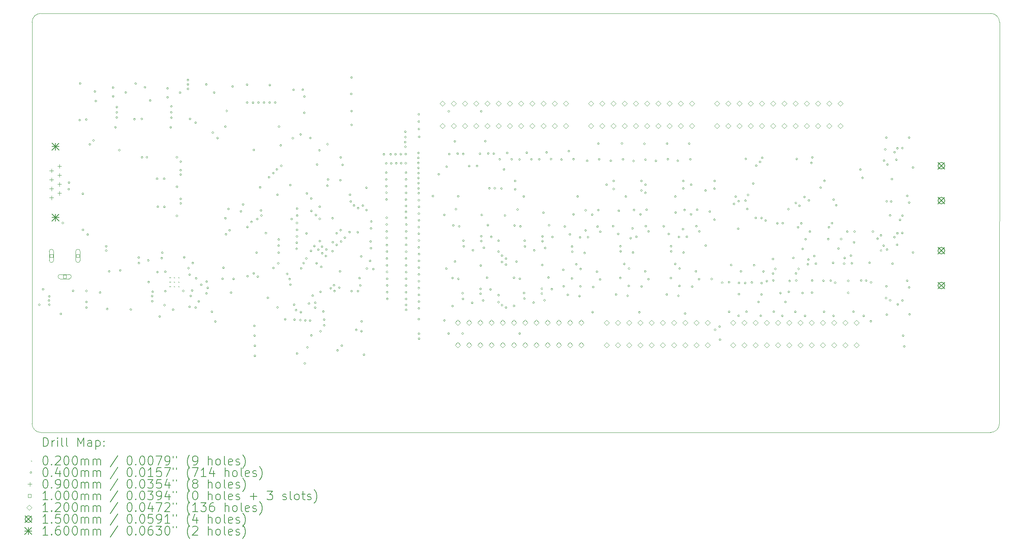
<source format=gbr>
%TF.GenerationSoftware,KiCad,Pcbnew,8.0.9-8.0.9-0~ubuntu24.04.1*%
%TF.CreationDate,2025-10-26T13:13:23-04:00*%
%TF.ProjectId,analog_i,616e616c-6f67-45f6-992e-6b696361645f,rev?*%
%TF.SameCoordinates,Original*%
%TF.FileFunction,Drillmap*%
%TF.FilePolarity,Positive*%
%FSLAX45Y45*%
G04 Gerber Fmt 4.5, Leading zero omitted, Abs format (unit mm)*
G04 Created by KiCad (PCBNEW 8.0.9-8.0.9-0~ubuntu24.04.1) date 2025-10-26 13:13:23*
%MOMM*%
%LPD*%
G01*
G04 APERTURE LIST*
%ADD10C,0.100000*%
%ADD11C,0.050000*%
%ADD12C,0.200000*%
%ADD13C,0.120000*%
%ADD14C,0.150000*%
%ADD15C,0.160000*%
G04 APERTURE END LIST*
D10*
X25377000Y-4900000D02*
G75*
G02*
X25577000Y-5100000I0J-200000D01*
G01*
X3675000Y-5100000D02*
G75*
G02*
X3875000Y-4900000I200000J0D01*
G01*
D11*
X3875000Y-4900000D02*
X25375000Y-4900000D01*
D10*
X25575000Y-14200000D02*
G75*
G02*
X25375000Y-14400000I-200000J0D01*
G01*
D11*
X3875000Y-14400000D02*
X25375000Y-14400000D01*
X25577500Y-5100000D02*
X25575000Y-14200000D01*
X3675000Y-5100000D02*
X3675000Y-14200000D01*
D10*
X3875000Y-14400000D02*
G75*
G02*
X3675000Y-14200000I0J200000D01*
G01*
D12*
D10*
X6786740Y-10879630D02*
X6806740Y-10899630D01*
X6806740Y-10879630D02*
X6786740Y-10899630D01*
X6786740Y-10979630D02*
X6806740Y-10999630D01*
X6806740Y-10979630D02*
X6786740Y-10999630D01*
X6786740Y-11079630D02*
X6806740Y-11099630D01*
X6806740Y-11079630D02*
X6786740Y-11099630D01*
X6886740Y-10879630D02*
X6906740Y-10899630D01*
X6906740Y-10879630D02*
X6886740Y-10899630D01*
X6886740Y-10979630D02*
X6906740Y-10999630D01*
X6906740Y-10979630D02*
X6886740Y-10999630D01*
X6886740Y-11079630D02*
X6906740Y-11099630D01*
X6906740Y-11079630D02*
X6886740Y-11099630D01*
X6986740Y-10879630D02*
X7006740Y-10899630D01*
X7006740Y-10879630D02*
X6986740Y-10899630D01*
X6986740Y-10979630D02*
X7006740Y-10999630D01*
X7006740Y-10979630D02*
X6986740Y-10999630D01*
X6986740Y-11079630D02*
X7006740Y-11099630D01*
X7006740Y-11079630D02*
X6986740Y-11099630D01*
X3860127Y-11504660D02*
G75*
G02*
X3820127Y-11504660I-20000J0D01*
G01*
X3820127Y-11504660D02*
G75*
G02*
X3860127Y-11504660I20000J0D01*
G01*
X3945387Y-11155160D02*
G75*
G02*
X3905387Y-11155160I-20000J0D01*
G01*
X3905387Y-11155160D02*
G75*
G02*
X3945387Y-11155160I20000J0D01*
G01*
X4078455Y-11409660D02*
G75*
G02*
X4038455Y-11409660I-20000J0D01*
G01*
X4038455Y-11409660D02*
G75*
G02*
X4078455Y-11409660I20000J0D01*
G01*
X4083965Y-11314660D02*
G75*
G02*
X4043965Y-11314660I-20000J0D01*
G01*
X4043965Y-11314660D02*
G75*
G02*
X4083965Y-11314660I20000J0D01*
G01*
X4085387Y-11505160D02*
G75*
G02*
X4045387Y-11505160I-20000J0D01*
G01*
X4045387Y-11505160D02*
G75*
G02*
X4085387Y-11505160I20000J0D01*
G01*
X4346627Y-11712660D02*
G75*
G02*
X4306627Y-11712660I-20000J0D01*
G01*
X4306627Y-11712660D02*
G75*
G02*
X4346627Y-11712660I20000J0D01*
G01*
X4392027Y-9651780D02*
G75*
G02*
X4352027Y-9651780I-20000J0D01*
G01*
X4352027Y-9651780D02*
G75*
G02*
X4392027Y-9651780I20000J0D01*
G01*
X4524627Y-8885630D02*
G75*
G02*
X4484627Y-8885630I-20000J0D01*
G01*
X4484627Y-8885630D02*
G75*
G02*
X4524627Y-8885630I20000J0D01*
G01*
X4531627Y-8735630D02*
G75*
G02*
X4491627Y-8735630I-20000J0D01*
G01*
X4491627Y-8735630D02*
G75*
G02*
X4531627Y-8735630I20000J0D01*
G01*
X4623927Y-11190160D02*
G75*
G02*
X4583927Y-11190160I-20000J0D01*
G01*
X4583927Y-11190160D02*
G75*
G02*
X4623927Y-11190160I20000J0D01*
G01*
X4774107Y-7320920D02*
G75*
G02*
X4734107Y-7320920I-20000J0D01*
G01*
X4734107Y-7320920D02*
G75*
G02*
X4774107Y-7320920I20000J0D01*
G01*
X4785627Y-6488660D02*
G75*
G02*
X4745627Y-6488660I-20000J0D01*
G01*
X4745627Y-6488660D02*
G75*
G02*
X4785627Y-6488660I20000J0D01*
G01*
X4844627Y-8990630D02*
G75*
G02*
X4804627Y-8990630I-20000J0D01*
G01*
X4804627Y-8990630D02*
G75*
G02*
X4844627Y-8990630I20000J0D01*
G01*
X4847478Y-9807780D02*
G75*
G02*
X4807478Y-9807780I-20000J0D01*
G01*
X4807478Y-9807780D02*
G75*
G02*
X4847478Y-9807780I20000J0D01*
G01*
X4922857Y-7305920D02*
G75*
G02*
X4882857Y-7305920I-20000J0D01*
G01*
X4882857Y-7305920D02*
G75*
G02*
X4922857Y-7305920I20000J0D01*
G01*
X4926627Y-11191660D02*
G75*
G02*
X4886627Y-11191660I-20000J0D01*
G01*
X4886627Y-11191660D02*
G75*
G02*
X4926627Y-11191660I20000J0D01*
G01*
X4928627Y-11570660D02*
G75*
G02*
X4888627Y-11570660I-20000J0D01*
G01*
X4888627Y-11570660D02*
G75*
G02*
X4928627Y-11570660I20000J0D01*
G01*
X4928927Y-11442660D02*
G75*
G02*
X4888927Y-11442660I-20000J0D01*
G01*
X4888927Y-11442660D02*
G75*
G02*
X4928927Y-11442660I20000J0D01*
G01*
X4955478Y-9915780D02*
G75*
G02*
X4915478Y-9915780I-20000J0D01*
G01*
X4915478Y-9915780D02*
G75*
G02*
X4955478Y-9915780I20000J0D01*
G01*
X5004127Y-7868130D02*
G75*
G02*
X4964127Y-7868130I-20000J0D01*
G01*
X4964127Y-7868130D02*
G75*
G02*
X5004127Y-7868130I20000J0D01*
G01*
X5086627Y-7781630D02*
G75*
G02*
X5046627Y-7781630I-20000J0D01*
G01*
X5046627Y-7781630D02*
G75*
G02*
X5086627Y-7781630I20000J0D01*
G01*
X5119107Y-6669920D02*
G75*
G02*
X5079107Y-6669920I-20000J0D01*
G01*
X5079107Y-6669920D02*
G75*
G02*
X5119107Y-6669920I20000J0D01*
G01*
X5139857Y-6886920D02*
G75*
G02*
X5099857Y-6886920I-20000J0D01*
G01*
X5099857Y-6886920D02*
G75*
G02*
X5139857Y-6886920I20000J0D01*
G01*
X5236627Y-11227630D02*
G75*
G02*
X5196627Y-11227630I-20000J0D01*
G01*
X5196627Y-11227630D02*
G75*
G02*
X5236627Y-11227630I20000J0D01*
G01*
X5374867Y-10178600D02*
G75*
G02*
X5334867Y-10178600I-20000J0D01*
G01*
X5334867Y-10178600D02*
G75*
G02*
X5374867Y-10178600I20000J0D01*
G01*
X5374867Y-10278600D02*
G75*
G02*
X5334867Y-10278600I-20000J0D01*
G01*
X5334867Y-10278600D02*
G75*
G02*
X5374867Y-10278600I20000J0D01*
G01*
X5397627Y-11599630D02*
G75*
G02*
X5357627Y-11599630I-20000J0D01*
G01*
X5357627Y-11599630D02*
G75*
G02*
X5397627Y-11599630I20000J0D01*
G01*
X5441627Y-10749660D02*
G75*
G02*
X5401627Y-10749660I-20000J0D01*
G01*
X5401627Y-10749660D02*
G75*
G02*
X5441627Y-10749660I20000J0D01*
G01*
X5530107Y-6582920D02*
G75*
G02*
X5490107Y-6582920I-20000J0D01*
G01*
X5490107Y-6582920D02*
G75*
G02*
X5530107Y-6582920I20000J0D01*
G01*
X5532107Y-6779920D02*
G75*
G02*
X5492107Y-6779920I-20000J0D01*
G01*
X5492107Y-6779920D02*
G75*
G02*
X5532107Y-6779920I20000J0D01*
G01*
X5583107Y-7481920D02*
G75*
G02*
X5543107Y-7481920I-20000J0D01*
G01*
X5543107Y-7481920D02*
G75*
G02*
X5583107Y-7481920I20000J0D01*
G01*
X5613627Y-7025630D02*
G75*
G02*
X5573627Y-7025630I-20000J0D01*
G01*
X5573627Y-7025630D02*
G75*
G02*
X5613627Y-7025630I20000J0D01*
G01*
X5613627Y-7144630D02*
G75*
G02*
X5573627Y-7144630I-20000J0D01*
G01*
X5573627Y-7144630D02*
G75*
G02*
X5613627Y-7144630I20000J0D01*
G01*
X5613627Y-7259630D02*
G75*
G02*
X5573627Y-7259630I-20000J0D01*
G01*
X5573627Y-7259630D02*
G75*
G02*
X5613627Y-7259630I20000J0D01*
G01*
X5669907Y-8001170D02*
G75*
G02*
X5629907Y-8001170I-20000J0D01*
G01*
X5629907Y-8001170D02*
G75*
G02*
X5669907Y-8001170I20000J0D01*
G01*
X5690627Y-10724630D02*
G75*
G02*
X5650627Y-10724630I-20000J0D01*
G01*
X5650627Y-10724630D02*
G75*
G02*
X5690627Y-10724630I20000J0D01*
G01*
X5818107Y-6692170D02*
G75*
G02*
X5778107Y-6692170I-20000J0D01*
G01*
X5778107Y-6692170D02*
G75*
G02*
X5818107Y-6692170I20000J0D01*
G01*
X5931627Y-11613630D02*
G75*
G02*
X5891627Y-11613630I-20000J0D01*
G01*
X5891627Y-11613630D02*
G75*
G02*
X5931627Y-11613630I20000J0D01*
G01*
X6013947Y-7298450D02*
G75*
G02*
X5973947Y-7298450I-20000J0D01*
G01*
X5973947Y-7298450D02*
G75*
G02*
X6013947Y-7298450I20000J0D01*
G01*
X6041307Y-6491130D02*
G75*
G02*
X6001307Y-6491130I-20000J0D01*
G01*
X6001307Y-6491130D02*
G75*
G02*
X6041307Y-6491130I20000J0D01*
G01*
X6109117Y-10436550D02*
G75*
G02*
X6069117Y-10436550I-20000J0D01*
G01*
X6069117Y-10436550D02*
G75*
G02*
X6109117Y-10436550I20000J0D01*
G01*
X6114197Y-10559630D02*
G75*
G02*
X6074197Y-10559630I-20000J0D01*
G01*
X6074197Y-10559630D02*
G75*
G02*
X6114197Y-10559630I20000J0D01*
G01*
X6177947Y-7292450D02*
G75*
G02*
X6137947Y-7292450I-20000J0D01*
G01*
X6137947Y-7292450D02*
G75*
G02*
X6177947Y-7292450I20000J0D01*
G01*
X6185777Y-8162480D02*
G75*
G02*
X6145777Y-8162480I-20000J0D01*
G01*
X6145777Y-8162480D02*
G75*
G02*
X6185777Y-8162480I20000J0D01*
G01*
X6251947Y-6575450D02*
G75*
G02*
X6211947Y-6575450I-20000J0D01*
G01*
X6211947Y-6575450D02*
G75*
G02*
X6251947Y-6575450I20000J0D01*
G01*
X6295777Y-8161480D02*
G75*
G02*
X6255777Y-8161480I-20000J0D01*
G01*
X6255777Y-8161480D02*
G75*
G02*
X6295777Y-8161480I20000J0D01*
G01*
X6324627Y-10499630D02*
G75*
G02*
X6284627Y-10499630I-20000J0D01*
G01*
X6284627Y-10499630D02*
G75*
G02*
X6324627Y-10499630I20000J0D01*
G01*
X6336627Y-10990630D02*
G75*
G02*
X6296627Y-10990630I-20000J0D01*
G01*
X6296627Y-10990630D02*
G75*
G02*
X6336627Y-10990630I20000J0D01*
G01*
X6368947Y-6875450D02*
G75*
G02*
X6328947Y-6875450I-20000J0D01*
G01*
X6328947Y-6875450D02*
G75*
G02*
X6368947Y-6875450I20000J0D01*
G01*
X6414540Y-11309780D02*
G75*
G02*
X6374540Y-11309780I-20000J0D01*
G01*
X6374540Y-11309780D02*
G75*
G02*
X6414540Y-11309780I20000J0D01*
G01*
X6418540Y-11425780D02*
G75*
G02*
X6378540Y-11425780I-20000J0D01*
G01*
X6378540Y-11425780D02*
G75*
G02*
X6418540Y-11425780I20000J0D01*
G01*
X6425800Y-11210540D02*
G75*
G02*
X6385800Y-11210540I-20000J0D01*
G01*
X6385800Y-11210540D02*
G75*
G02*
X6425800Y-11210540I20000J0D01*
G01*
X6525777Y-8650481D02*
G75*
G02*
X6485777Y-8650481I-20000J0D01*
G01*
X6485777Y-8650481D02*
G75*
G02*
X6525777Y-8650481I20000J0D01*
G01*
X6534375Y-10765120D02*
G75*
G02*
X6494375Y-10765120I-20000J0D01*
G01*
X6494375Y-10765120D02*
G75*
G02*
X6534375Y-10765120I20000J0D01*
G01*
X6541777Y-9285481D02*
G75*
G02*
X6501777Y-9285481I-20000J0D01*
G01*
X6501777Y-9285481D02*
G75*
G02*
X6541777Y-9285481I20000J0D01*
G01*
X6584627Y-11771630D02*
G75*
G02*
X6544627Y-11771630I-20000J0D01*
G01*
X6544627Y-11771630D02*
G75*
G02*
X6584627Y-11771630I20000J0D01*
G01*
X6630627Y-10448050D02*
G75*
G02*
X6590627Y-10448050I-20000J0D01*
G01*
X6590627Y-10448050D02*
G75*
G02*
X6630627Y-10448050I20000J0D01*
G01*
X6645540Y-10325780D02*
G75*
G02*
X6605540Y-10325780I-20000J0D01*
G01*
X6605540Y-10325780D02*
G75*
G02*
X6645540Y-10325780I20000J0D01*
G01*
X6686777Y-8650630D02*
G75*
G02*
X6646777Y-8650630I-20000J0D01*
G01*
X6646777Y-8650630D02*
G75*
G02*
X6686777Y-8650630I20000J0D01*
G01*
X6690777Y-9285481D02*
G75*
G02*
X6650777Y-9285481I-20000J0D01*
G01*
X6650777Y-9285481D02*
G75*
G02*
X6690777Y-9285481I20000J0D01*
G01*
X6694740Y-11513380D02*
G75*
G02*
X6654740Y-11513380I-20000J0D01*
G01*
X6654740Y-11513380D02*
G75*
G02*
X6694740Y-11513380I20000J0D01*
G01*
X6712740Y-11198380D02*
G75*
G02*
X6672740Y-11198380I-20000J0D01*
G01*
X6672740Y-11198380D02*
G75*
G02*
X6712740Y-11198380I20000J0D01*
G01*
X6713627Y-10755630D02*
G75*
G02*
X6673627Y-10755630I-20000J0D01*
G01*
X6673627Y-10755630D02*
G75*
G02*
X6713627Y-10755630I20000J0D01*
G01*
X6762447Y-6601450D02*
G75*
G02*
X6722447Y-6601450I-20000J0D01*
G01*
X6722447Y-6601450D02*
G75*
G02*
X6762447Y-6601450I20000J0D01*
G01*
X6764947Y-6803950D02*
G75*
G02*
X6724947Y-6803950I-20000J0D01*
G01*
X6724947Y-6803950D02*
G75*
G02*
X6764947Y-6803950I20000J0D01*
G01*
X6833947Y-7483450D02*
G75*
G02*
X6793947Y-7483450I-20000J0D01*
G01*
X6793947Y-7483450D02*
G75*
G02*
X6833947Y-7483450I20000J0D01*
G01*
X6848657Y-7008100D02*
G75*
G02*
X6808657Y-7008100I-20000J0D01*
G01*
X6808657Y-7008100D02*
G75*
G02*
X6848657Y-7008100I20000J0D01*
G01*
X6848657Y-7142450D02*
G75*
G02*
X6808657Y-7142450I-20000J0D01*
G01*
X6808657Y-7142450D02*
G75*
G02*
X6848657Y-7142450I20000J0D01*
G01*
X6849307Y-7265100D02*
G75*
G02*
X6809307Y-7265100I-20000J0D01*
G01*
X6809307Y-7265100D02*
G75*
G02*
X6849307Y-7265100I20000J0D01*
G01*
X6889740Y-11617380D02*
G75*
G02*
X6849740Y-11617380I-20000J0D01*
G01*
X6849740Y-11617380D02*
G75*
G02*
X6889740Y-11617380I20000J0D01*
G01*
X6974777Y-8162480D02*
G75*
G02*
X6934777Y-8162480I-20000J0D01*
G01*
X6934777Y-8162480D02*
G75*
G02*
X6974777Y-8162480I20000J0D01*
G01*
X6975307Y-8831730D02*
G75*
G02*
X6935307Y-8831730I-20000J0D01*
G01*
X6935307Y-8831730D02*
G75*
G02*
X6975307Y-8831730I20000J0D01*
G01*
X6975307Y-9489590D02*
G75*
G02*
X6935307Y-9489590I-20000J0D01*
G01*
X6935307Y-9489590D02*
G75*
G02*
X6975307Y-9489590I20000J0D01*
G01*
X7044947Y-6696450D02*
G75*
G02*
X7004947Y-6696450I-20000J0D01*
G01*
X7004947Y-6696450D02*
G75*
G02*
X7044947Y-6696450I20000J0D01*
G01*
X7059127Y-8455810D02*
G75*
G02*
X7019127Y-8455810I-20000J0D01*
G01*
X7019127Y-8455810D02*
G75*
G02*
X7059127Y-8455810I20000J0D01*
G01*
X7059777Y-8553481D02*
G75*
G02*
X7019777Y-8553481I-20000J0D01*
G01*
X7019777Y-8553481D02*
G75*
G02*
X7059777Y-8553481I20000J0D01*
G01*
X7061667Y-9106050D02*
G75*
G02*
X7021667Y-9106050I-20000J0D01*
G01*
X7021667Y-9106050D02*
G75*
G02*
X7061667Y-9106050I20000J0D01*
G01*
X7061777Y-8262480D02*
G75*
G02*
X7021777Y-8262480I-20000J0D01*
G01*
X7021777Y-8262480D02*
G75*
G02*
X7061777Y-8262480I20000J0D01*
G01*
X7061777Y-9205481D02*
G75*
G02*
X7021777Y-9205481I-20000J0D01*
G01*
X7021777Y-9205481D02*
G75*
G02*
X7061777Y-9205481I20000J0D01*
G01*
X7118540Y-11192780D02*
G75*
G02*
X7078540Y-11192780I-20000J0D01*
G01*
X7078540Y-11192780D02*
G75*
G02*
X7118540Y-11192780I20000J0D01*
G01*
X7139740Y-10429380D02*
G75*
G02*
X7099740Y-10429380I-20000J0D01*
G01*
X7099740Y-10429380D02*
G75*
G02*
X7139740Y-10429380I20000J0D01*
G01*
X7225307Y-6411100D02*
G75*
G02*
X7185307Y-6411100I-20000J0D01*
G01*
X7185307Y-6411100D02*
G75*
G02*
X7225307Y-6411100I20000J0D01*
G01*
X7225307Y-6509100D02*
G75*
G02*
X7185307Y-6509100I-20000J0D01*
G01*
X7185307Y-6509100D02*
G75*
G02*
X7225307Y-6509100I20000J0D01*
G01*
X7225307Y-6612100D02*
G75*
G02*
X7185307Y-6612100I-20000J0D01*
G01*
X7185307Y-6612100D02*
G75*
G02*
X7225307Y-6612100I20000J0D01*
G01*
X7238600Y-10675380D02*
G75*
G02*
X7198600Y-10675380I-20000J0D01*
G01*
X7198600Y-10675380D02*
G75*
G02*
X7238600Y-10675380I20000J0D01*
G01*
X7261740Y-11552380D02*
G75*
G02*
X7221740Y-11552380I-20000J0D01*
G01*
X7221740Y-11552380D02*
G75*
G02*
X7261740Y-11552380I20000J0D01*
G01*
X7263627Y-10822630D02*
G75*
G02*
X7223627Y-10822630I-20000J0D01*
G01*
X7223627Y-10822630D02*
G75*
G02*
X7263627Y-10822630I20000J0D01*
G01*
X7271307Y-7292130D02*
G75*
G02*
X7231307Y-7292130I-20000J0D01*
G01*
X7231307Y-7292130D02*
G75*
G02*
X7271307Y-7292130I20000J0D01*
G01*
X7287740Y-11305380D02*
G75*
G02*
X7247740Y-11305380I-20000J0D01*
G01*
X7247740Y-11305380D02*
G75*
G02*
X7287740Y-11305380I20000J0D01*
G01*
X7320740Y-11182380D02*
G75*
G02*
X7280740Y-11182380I-20000J0D01*
G01*
X7280740Y-11182380D02*
G75*
G02*
X7320740Y-11182380I20000J0D01*
G01*
X7335120Y-10557760D02*
G75*
G02*
X7295120Y-10557760I-20000J0D01*
G01*
X7295120Y-10557760D02*
G75*
G02*
X7335120Y-10557760I20000J0D01*
G01*
X7399307Y-7376130D02*
G75*
G02*
X7359307Y-7376130I-20000J0D01*
G01*
X7359307Y-7376130D02*
G75*
G02*
X7399307Y-7376130I20000J0D01*
G01*
X7400740Y-11569380D02*
G75*
G02*
X7360740Y-11569380I-20000J0D01*
G01*
X7360740Y-11569380D02*
G75*
G02*
X7400740Y-11569380I20000J0D01*
G01*
X7408540Y-10905780D02*
G75*
G02*
X7368540Y-10905780I-20000J0D01*
G01*
X7368540Y-10905780D02*
G75*
G02*
X7408540Y-10905780I20000J0D01*
G01*
X7470540Y-11428780D02*
G75*
G02*
X7430540Y-11428780I-20000J0D01*
G01*
X7430540Y-11428780D02*
G75*
G02*
X7470540Y-11428780I20000J0D01*
G01*
X7526540Y-11052780D02*
G75*
G02*
X7486540Y-11052780I-20000J0D01*
G01*
X7486540Y-11052780D02*
G75*
G02*
X7526540Y-11052780I20000J0D01*
G01*
X7638307Y-6512130D02*
G75*
G02*
X7598307Y-6512130I-20000J0D01*
G01*
X7598307Y-6512130D02*
G75*
G02*
X7638307Y-6512130I20000J0D01*
G01*
X7644540Y-11249780D02*
G75*
G02*
X7604540Y-11249780I-20000J0D01*
G01*
X7604540Y-11249780D02*
G75*
G02*
X7644540Y-11249780I20000J0D01*
G01*
X7648740Y-10982380D02*
G75*
G02*
X7608740Y-10982380I-20000J0D01*
G01*
X7608740Y-10982380D02*
G75*
G02*
X7648740Y-10982380I20000J0D01*
G01*
X7672940Y-11124180D02*
G75*
G02*
X7632940Y-11124180I-20000J0D01*
G01*
X7632940Y-11124180D02*
G75*
G02*
X7672940Y-11124180I20000J0D01*
G01*
X7768040Y-11665780D02*
G75*
G02*
X7728040Y-11665780I-20000J0D01*
G01*
X7728040Y-11665780D02*
G75*
G02*
X7768040Y-11665780I20000J0D01*
G01*
X7786627Y-7602630D02*
G75*
G02*
X7746627Y-7602630I-20000J0D01*
G01*
X7746627Y-7602630D02*
G75*
G02*
X7786627Y-7602630I20000J0D01*
G01*
X7818307Y-6694130D02*
G75*
G02*
X7778307Y-6694130I-20000J0D01*
G01*
X7778307Y-6694130D02*
G75*
G02*
X7818307Y-6694130I20000J0D01*
G01*
X7845540Y-11884780D02*
G75*
G02*
X7805540Y-11884780I-20000J0D01*
G01*
X7805540Y-11884780D02*
G75*
G02*
X7845540Y-11884780I20000J0D01*
G01*
X7895627Y-7727630D02*
G75*
G02*
X7855627Y-7727630I-20000J0D01*
G01*
X7855627Y-7727630D02*
G75*
G02*
X7895627Y-7727630I20000J0D01*
G01*
X8008540Y-10916780D02*
G75*
G02*
X7968540Y-10916780I-20000J0D01*
G01*
X7968540Y-10916780D02*
G75*
G02*
X8008540Y-10916780I20000J0D01*
G01*
X8028540Y-10666980D02*
G75*
G02*
X7988540Y-10666980I-20000J0D01*
G01*
X7988540Y-10666980D02*
G75*
G02*
X8028540Y-10666980I20000J0D01*
G01*
X8071540Y-9544780D02*
G75*
G02*
X8031540Y-9544780I-20000J0D01*
G01*
X8031540Y-9544780D02*
G75*
G02*
X8071540Y-9544780I20000J0D01*
G01*
X8072307Y-7467130D02*
G75*
G02*
X8032307Y-7467130I-20000J0D01*
G01*
X8032307Y-7467130D02*
G75*
G02*
X8072307Y-7467130I20000J0D01*
G01*
X8085540Y-9906780D02*
G75*
G02*
X8045540Y-9906780I-20000J0D01*
G01*
X8045540Y-9906780D02*
G75*
G02*
X8085540Y-9906780I20000J0D01*
G01*
X8102307Y-7112130D02*
G75*
G02*
X8062307Y-7112130I-20000J0D01*
G01*
X8062307Y-7112130D02*
G75*
G02*
X8102307Y-7112130I20000J0D01*
G01*
X8141540Y-9332780D02*
G75*
G02*
X8101540Y-9332780I-20000J0D01*
G01*
X8101540Y-9332780D02*
G75*
G02*
X8141540Y-9332780I20000J0D01*
G01*
X8166540Y-9817780D02*
G75*
G02*
X8126540Y-9817780I-20000J0D01*
G01*
X8126540Y-9817780D02*
G75*
G02*
X8166540Y-9817780I20000J0D01*
G01*
X8200540Y-11231780D02*
G75*
G02*
X8160540Y-11231780I-20000J0D01*
G01*
X8160540Y-11231780D02*
G75*
G02*
X8200540Y-11231780I20000J0D01*
G01*
X8233307Y-6556130D02*
G75*
G02*
X8193307Y-6556130I-20000J0D01*
G01*
X8193307Y-6556130D02*
G75*
G02*
X8233307Y-6556130I20000J0D01*
G01*
X8257140Y-10920980D02*
G75*
G02*
X8217140Y-10920980I-20000J0D01*
G01*
X8217140Y-10920980D02*
G75*
G02*
X8257140Y-10920980I20000J0D01*
G01*
X8423540Y-9387780D02*
G75*
G02*
X8383540Y-9387780I-20000J0D01*
G01*
X8383540Y-9387780D02*
G75*
G02*
X8423540Y-9387780I20000J0D01*
G01*
X8473540Y-9230780D02*
G75*
G02*
X8433540Y-9230780I-20000J0D01*
G01*
X8433540Y-9230780D02*
G75*
G02*
X8473540Y-9230780I20000J0D01*
G01*
X8564127Y-6517130D02*
G75*
G02*
X8524127Y-6517130I-20000J0D01*
G01*
X8524127Y-6517130D02*
G75*
G02*
X8564127Y-6517130I20000J0D01*
G01*
X8564127Y-6922130D02*
G75*
G02*
X8524127Y-6922130I-20000J0D01*
G01*
X8524127Y-6922130D02*
G75*
G02*
X8564127Y-6922130I20000J0D01*
G01*
X8571540Y-9742780D02*
G75*
G02*
X8531540Y-9742780I-20000J0D01*
G01*
X8531540Y-9742780D02*
G75*
G02*
X8571540Y-9742780I20000J0D01*
G01*
X8572540Y-10857780D02*
G75*
G02*
X8532540Y-10857780I-20000J0D01*
G01*
X8532540Y-10857780D02*
G75*
G02*
X8572540Y-10857780I20000J0D01*
G01*
X8662627Y-9626630D02*
G75*
G02*
X8622627Y-9626630I-20000J0D01*
G01*
X8622627Y-9626630D02*
G75*
G02*
X8662627Y-9626630I20000J0D01*
G01*
X8696627Y-6924630D02*
G75*
G02*
X8656627Y-6924630I-20000J0D01*
G01*
X8656627Y-6924630D02*
G75*
G02*
X8696627Y-6924630I20000J0D01*
G01*
X8714540Y-10792780D02*
G75*
G02*
X8674540Y-10792780I-20000J0D01*
G01*
X8674540Y-10792780D02*
G75*
G02*
X8714540Y-10792780I20000J0D01*
G01*
X8715627Y-7996630D02*
G75*
G02*
X8675627Y-7996630I-20000J0D01*
G01*
X8675627Y-7996630D02*
G75*
G02*
X8715627Y-7996630I20000J0D01*
G01*
X8730790Y-11983780D02*
G75*
G02*
X8690790Y-11983780I-20000J0D01*
G01*
X8690790Y-11983780D02*
G75*
G02*
X8730790Y-11983780I20000J0D01*
G01*
X8733290Y-12207780D02*
G75*
G02*
X8693290Y-12207780I-20000J0D01*
G01*
X8693290Y-12207780D02*
G75*
G02*
X8733290Y-12207780I20000J0D01*
G01*
X8740290Y-12436780D02*
G75*
G02*
X8700290Y-12436780I-20000J0D01*
G01*
X8700290Y-12436780D02*
G75*
G02*
X8740290Y-12436780I20000J0D01*
G01*
X8740540Y-12664780D02*
G75*
G02*
X8700540Y-12664780I-20000J0D01*
G01*
X8700540Y-12664780D02*
G75*
G02*
X8740540Y-12664780I20000J0D01*
G01*
X8778540Y-10322780D02*
G75*
G02*
X8738540Y-10322780I-20000J0D01*
G01*
X8738540Y-10322780D02*
G75*
G02*
X8778540Y-10322780I20000J0D01*
G01*
X8792540Y-9562780D02*
G75*
G02*
X8752540Y-9562780I-20000J0D01*
G01*
X8752540Y-9562780D02*
G75*
G02*
X8792540Y-9562780I20000J0D01*
G01*
X8805540Y-10868780D02*
G75*
G02*
X8765540Y-10868780I-20000J0D01*
G01*
X8765540Y-10868780D02*
G75*
G02*
X8805540Y-10868780I20000J0D01*
G01*
X8821627Y-6920630D02*
G75*
G02*
X8781627Y-6920630I-20000J0D01*
G01*
X8781627Y-6920630D02*
G75*
G02*
X8821627Y-6920630I20000J0D01*
G01*
X8858540Y-8842780D02*
G75*
G02*
X8818540Y-8842780I-20000J0D01*
G01*
X8818540Y-8842780D02*
G75*
G02*
X8858540Y-8842780I20000J0D01*
G01*
X8878627Y-9367630D02*
G75*
G02*
X8838627Y-9367630I-20000J0D01*
G01*
X8838627Y-9367630D02*
G75*
G02*
X8878627Y-9367630I20000J0D01*
G01*
X8887540Y-9482780D02*
G75*
G02*
X8847540Y-9482780I-20000J0D01*
G01*
X8847540Y-9482780D02*
G75*
G02*
X8887540Y-9482780I20000J0D01*
G01*
X8946627Y-6922130D02*
G75*
G02*
X8906627Y-6922130I-20000J0D01*
G01*
X8906627Y-6922130D02*
G75*
G02*
X8946627Y-6922130I20000J0D01*
G01*
X8989627Y-9881630D02*
G75*
G02*
X8949627Y-9881630I-20000J0D01*
G01*
X8949627Y-9881630D02*
G75*
G02*
X8989627Y-9881630I20000J0D01*
G01*
X9034540Y-11347780D02*
G75*
G02*
X8994540Y-11347780I-20000J0D01*
G01*
X8994540Y-11347780D02*
G75*
G02*
X9034540Y-11347780I20000J0D01*
G01*
X9060540Y-8615780D02*
G75*
G02*
X9020540Y-8615780I-20000J0D01*
G01*
X9020540Y-8615780D02*
G75*
G02*
X9060540Y-8615780I20000J0D01*
G01*
X9071627Y-6922130D02*
G75*
G02*
X9031627Y-6922130I-20000J0D01*
G01*
X9031627Y-6922130D02*
G75*
G02*
X9071627Y-6922130I20000J0D01*
G01*
X9078627Y-6525630D02*
G75*
G02*
X9038627Y-6525630I-20000J0D01*
G01*
X9038627Y-6525630D02*
G75*
G02*
X9078627Y-6525630I20000J0D01*
G01*
X9155540Y-8520780D02*
G75*
G02*
X9115540Y-8520780I-20000J0D01*
G01*
X9115540Y-8520780D02*
G75*
G02*
X9155540Y-8520780I20000J0D01*
G01*
X9161540Y-10671780D02*
G75*
G02*
X9121540Y-10671780I-20000J0D01*
G01*
X9121540Y-10671780D02*
G75*
G02*
X9161540Y-10671780I20000J0D01*
G01*
X9199127Y-6919630D02*
G75*
G02*
X9159127Y-6919630I-20000J0D01*
G01*
X9159127Y-6919630D02*
G75*
G02*
X9199127Y-6919630I20000J0D01*
G01*
X9238540Y-8436780D02*
G75*
G02*
X9198540Y-8436780I-20000J0D01*
G01*
X9198540Y-8436780D02*
G75*
G02*
X9238540Y-8436780I20000J0D01*
G01*
X9249540Y-9013780D02*
G75*
G02*
X9209540Y-9013780I-20000J0D01*
G01*
X9209540Y-9013780D02*
G75*
G02*
X9249540Y-9013780I20000J0D01*
G01*
X9253540Y-11565780D02*
G75*
G02*
X9213540Y-11565780I-20000J0D01*
G01*
X9213540Y-11565780D02*
G75*
G02*
X9253540Y-11565780I20000J0D01*
G01*
X9269627Y-10564630D02*
G75*
G02*
X9229627Y-10564630I-20000J0D01*
G01*
X9229627Y-10564630D02*
G75*
G02*
X9269627Y-10564630I20000J0D01*
G01*
X9276540Y-10165780D02*
G75*
G02*
X9236540Y-10165780I-20000J0D01*
G01*
X9236540Y-10165780D02*
G75*
G02*
X9276540Y-10165780I20000J0D01*
G01*
X9279540Y-10025780D02*
G75*
G02*
X9239540Y-10025780I-20000J0D01*
G01*
X9239540Y-10025780D02*
G75*
G02*
X9279540Y-10025780I20000J0D01*
G01*
X9279540Y-10323780D02*
G75*
G02*
X9239540Y-10323780I-20000J0D01*
G01*
X9239540Y-10323780D02*
G75*
G02*
X9279540Y-10323780I20000J0D01*
G01*
X9285627Y-7467630D02*
G75*
G02*
X9245627Y-7467630I-20000J0D01*
G01*
X9245627Y-7467630D02*
G75*
G02*
X9285627Y-7467630I20000J0D01*
G01*
X9325627Y-7892630D02*
G75*
G02*
X9285627Y-7892630I-20000J0D01*
G01*
X9285627Y-7892630D02*
G75*
G02*
X9325627Y-7892630I20000J0D01*
G01*
X9337540Y-8356780D02*
G75*
G02*
X9297540Y-8356780I-20000J0D01*
G01*
X9297540Y-8356780D02*
G75*
G02*
X9337540Y-8356780I20000J0D01*
G01*
X9426627Y-11833630D02*
G75*
G02*
X9386627Y-11833630I-20000J0D01*
G01*
X9386627Y-11833630D02*
G75*
G02*
X9426627Y-11833630I20000J0D01*
G01*
X9471627Y-10806630D02*
G75*
G02*
X9431627Y-10806630I-20000J0D01*
G01*
X9431627Y-10806630D02*
G75*
G02*
X9471627Y-10806630I20000J0D01*
G01*
X9527540Y-10921780D02*
G75*
G02*
X9487540Y-10921780I-20000J0D01*
G01*
X9487540Y-10921780D02*
G75*
G02*
X9527540Y-10921780I20000J0D01*
G01*
X9543540Y-8791780D02*
G75*
G02*
X9503540Y-8791780I-20000J0D01*
G01*
X9503540Y-8791780D02*
G75*
G02*
X9543540Y-8791780I20000J0D01*
G01*
X9544540Y-11051780D02*
G75*
G02*
X9504540Y-11051780I-20000J0D01*
G01*
X9504540Y-11051780D02*
G75*
G02*
X9544540Y-11051780I20000J0D01*
G01*
X9571540Y-9562780D02*
G75*
G02*
X9531540Y-9562780I-20000J0D01*
G01*
X9531540Y-9562780D02*
G75*
G02*
X9571540Y-9562780I20000J0D01*
G01*
X9598627Y-7728630D02*
G75*
G02*
X9558627Y-7728630I-20000J0D01*
G01*
X9558627Y-7728630D02*
G75*
G02*
X9598627Y-7728630I20000J0D01*
G01*
X9612627Y-6632630D02*
G75*
G02*
X9572627Y-6632630I-20000J0D01*
G01*
X9572627Y-6632630D02*
G75*
G02*
X9612627Y-6632630I20000J0D01*
G01*
X9628040Y-11503280D02*
G75*
G02*
X9588040Y-11503280I-20000J0D01*
G01*
X9588040Y-11503280D02*
G75*
G02*
X9628040Y-11503280I20000J0D01*
G01*
X9637540Y-11843780D02*
G75*
G02*
X9597540Y-11843780I-20000J0D01*
G01*
X9597540Y-11843780D02*
G75*
G02*
X9637540Y-11843780I20000J0D01*
G01*
X9673040Y-11625780D02*
G75*
G02*
X9633040Y-11625780I-20000J0D01*
G01*
X9633040Y-11625780D02*
G75*
G02*
X9673040Y-11625780I20000J0D01*
G01*
X9685540Y-10236780D02*
G75*
G02*
X9645540Y-10236780I-20000J0D01*
G01*
X9645540Y-10236780D02*
G75*
G02*
X9685540Y-10236780I20000J0D01*
G01*
X9687540Y-10098780D02*
G75*
G02*
X9647540Y-10098780I-20000J0D01*
G01*
X9647540Y-10098780D02*
G75*
G02*
X9687540Y-10098780I20000J0D01*
G01*
X9692540Y-9650780D02*
G75*
G02*
X9652540Y-9650780I-20000J0D01*
G01*
X9652540Y-9650780D02*
G75*
G02*
X9692540Y-9650780I20000J0D01*
G01*
X9692540Y-9955780D02*
G75*
G02*
X9652540Y-9955780I-20000J0D01*
G01*
X9652540Y-9955780D02*
G75*
G02*
X9692540Y-9955780I20000J0D01*
G01*
X9694540Y-9807780D02*
G75*
G02*
X9654540Y-9807780I-20000J0D01*
G01*
X9654540Y-9807780D02*
G75*
G02*
X9694540Y-9807780I20000J0D01*
G01*
X9695540Y-9326780D02*
G75*
G02*
X9655540Y-9326780I-20000J0D01*
G01*
X9655540Y-9326780D02*
G75*
G02*
X9695540Y-9326780I20000J0D01*
G01*
X9696127Y-12610160D02*
G75*
G02*
X9656127Y-12610160I-20000J0D01*
G01*
X9656127Y-12610160D02*
G75*
G02*
X9696127Y-12610160I20000J0D01*
G01*
X9696540Y-9484780D02*
G75*
G02*
X9656540Y-9484780I-20000J0D01*
G01*
X9656540Y-9484780D02*
G75*
G02*
X9696540Y-9484780I20000J0D01*
G01*
X9767540Y-11853780D02*
G75*
G02*
X9727540Y-11853780I-20000J0D01*
G01*
X9727540Y-11853780D02*
G75*
G02*
X9767540Y-11853780I20000J0D01*
G01*
X9775627Y-7643630D02*
G75*
G02*
X9735627Y-7643630I-20000J0D01*
G01*
X9735627Y-7643630D02*
G75*
G02*
X9775627Y-7643630I20000J0D01*
G01*
X9780540Y-11673280D02*
G75*
G02*
X9740540Y-11673280I-20000J0D01*
G01*
X9740540Y-11673280D02*
G75*
G02*
X9780540Y-11673280I20000J0D01*
G01*
X9788540Y-10678780D02*
G75*
G02*
X9748540Y-10678780I-20000J0D01*
G01*
X9748540Y-10678780D02*
G75*
G02*
X9788540Y-10678780I20000J0D01*
G01*
X9825627Y-6629630D02*
G75*
G02*
X9785627Y-6629630I-20000J0D01*
G01*
X9785627Y-6629630D02*
G75*
G02*
X9825627Y-6629630I20000J0D01*
G01*
X9844540Y-10559780D02*
G75*
G02*
X9804540Y-10559780I-20000J0D01*
G01*
X9804540Y-10559780D02*
G75*
G02*
X9844540Y-10559780I20000J0D01*
G01*
X9858627Y-7153630D02*
G75*
G02*
X9818627Y-7153630I-20000J0D01*
G01*
X9818627Y-7153630D02*
G75*
G02*
X9858627Y-7153630I20000J0D01*
G01*
X9859627Y-6785630D02*
G75*
G02*
X9819627Y-6785630I-20000J0D01*
G01*
X9819627Y-6785630D02*
G75*
G02*
X9859627Y-6785630I20000J0D01*
G01*
X9870627Y-12833630D02*
G75*
G02*
X9830627Y-12833630I-20000J0D01*
G01*
X9830627Y-12833630D02*
G75*
G02*
X9870627Y-12833630I20000J0D01*
G01*
X9881540Y-11859780D02*
G75*
G02*
X9841540Y-11859780I-20000J0D01*
G01*
X9841540Y-11859780D02*
G75*
G02*
X9881540Y-11859780I20000J0D01*
G01*
X9904540Y-10454780D02*
G75*
G02*
X9864540Y-10454780I-20000J0D01*
G01*
X9864540Y-10454780D02*
G75*
G02*
X9904540Y-10454780I20000J0D01*
G01*
X9908540Y-9886780D02*
G75*
G02*
X9868540Y-9886780I-20000J0D01*
G01*
X9868540Y-9886780D02*
G75*
G02*
X9908540Y-9886780I20000J0D01*
G01*
X9918540Y-8981780D02*
G75*
G02*
X9878540Y-8981780I-20000J0D01*
G01*
X9878540Y-8981780D02*
G75*
G02*
X9918540Y-8981780I20000J0D01*
G01*
X9928107Y-12471660D02*
G75*
G02*
X9888107Y-12471660I-20000J0D01*
G01*
X9888107Y-12471660D02*
G75*
G02*
X9928107Y-12471660I20000J0D01*
G01*
X9963540Y-11478780D02*
G75*
G02*
X9923540Y-11478780I-20000J0D01*
G01*
X9923540Y-11478780D02*
G75*
G02*
X9963540Y-11478780I20000J0D01*
G01*
X9989540Y-11864780D02*
G75*
G02*
X9949540Y-11864780I-20000J0D01*
G01*
X9949540Y-11864780D02*
G75*
G02*
X9989540Y-11864780I20000J0D01*
G01*
X9993627Y-7724630D02*
G75*
G02*
X9953627Y-7724630I-20000J0D01*
G01*
X9953627Y-7724630D02*
G75*
G02*
X9993627Y-7724630I20000J0D01*
G01*
X10008540Y-10285780D02*
G75*
G02*
X9968540Y-10285780I-20000J0D01*
G01*
X9968540Y-10285780D02*
G75*
G02*
X10008540Y-10285780I20000J0D01*
G01*
X10017540Y-9096780D02*
G75*
G02*
X9977540Y-9096780I-20000J0D01*
G01*
X9977540Y-9096780D02*
G75*
G02*
X10017540Y-9096780I20000J0D01*
G01*
X10018127Y-12202160D02*
G75*
G02*
X9978127Y-12202160I-20000J0D01*
G01*
X9978127Y-12202160D02*
G75*
G02*
X10018127Y-12202160I20000J0D01*
G01*
X10019540Y-9379780D02*
G75*
G02*
X9979540Y-9379780I-20000J0D01*
G01*
X9979540Y-9379780D02*
G75*
G02*
X10019540Y-9379780I20000J0D01*
G01*
X10047540Y-11300780D02*
G75*
G02*
X10007540Y-11300780I-20000J0D01*
G01*
X10007540Y-11300780D02*
G75*
G02*
X10047540Y-11300780I20000J0D01*
G01*
X10087540Y-10175780D02*
G75*
G02*
X10047540Y-10175780I-20000J0D01*
G01*
X10047540Y-10175780D02*
G75*
G02*
X10087540Y-10175780I20000J0D01*
G01*
X10105540Y-11571780D02*
G75*
G02*
X10065540Y-11571780I-20000J0D01*
G01*
X10065540Y-11571780D02*
G75*
G02*
X10105540Y-11571780I20000J0D01*
G01*
X10108540Y-11460780D02*
G75*
G02*
X10068540Y-11460780I-20000J0D01*
G01*
X10068540Y-11460780D02*
G75*
G02*
X10108540Y-11460780I20000J0D01*
G01*
X10122540Y-9471780D02*
G75*
G02*
X10082540Y-9471780I-20000J0D01*
G01*
X10082540Y-9471780D02*
G75*
G02*
X10122540Y-9471780I20000J0D01*
G01*
X10136540Y-10565780D02*
G75*
G02*
X10096540Y-10565780I-20000J0D01*
G01*
X10096540Y-10565780D02*
G75*
G02*
X10136540Y-10565780I20000J0D01*
G01*
X10149540Y-8324780D02*
G75*
G02*
X10109540Y-8324780I-20000J0D01*
G01*
X10109540Y-8324780D02*
G75*
G02*
X10149540Y-8324780I20000J0D01*
G01*
X10178540Y-10257780D02*
G75*
G02*
X10138540Y-10257780I-20000J0D01*
G01*
X10138540Y-10257780D02*
G75*
G02*
X10178540Y-10257780I20000J0D01*
G01*
X10200540Y-8005780D02*
G75*
G02*
X10160540Y-8005780I-20000J0D01*
G01*
X10160540Y-8005780D02*
G75*
G02*
X10200540Y-8005780I20000J0D01*
G01*
X10206540Y-9282780D02*
G75*
G02*
X10166540Y-9282780I-20000J0D01*
G01*
X10166540Y-9282780D02*
G75*
G02*
X10206540Y-9282780I20000J0D01*
G01*
X10209540Y-9557780D02*
G75*
G02*
X10169540Y-9557780I-20000J0D01*
G01*
X10169540Y-9557780D02*
G75*
G02*
X10209540Y-9557780I20000J0D01*
G01*
X10210540Y-10060780D02*
G75*
G02*
X10170540Y-10060780I-20000J0D01*
G01*
X10170540Y-10060780D02*
G75*
G02*
X10210540Y-10060780I20000J0D01*
G01*
X10225247Y-12107360D02*
G75*
G02*
X10185247Y-12107360I-20000J0D01*
G01*
X10185247Y-12107360D02*
G75*
G02*
X10225247Y-12107360I20000J0D01*
G01*
X10225540Y-11213280D02*
G75*
G02*
X10185540Y-11213280I-20000J0D01*
G01*
X10185540Y-11213280D02*
G75*
G02*
X10225540Y-11213280I20000J0D01*
G01*
X10242496Y-10648654D02*
G75*
G02*
X10202496Y-10648654I-20000J0D01*
G01*
X10202496Y-10648654D02*
G75*
G02*
X10242496Y-10648654I20000J0D01*
G01*
X10259540Y-10188780D02*
G75*
G02*
X10219540Y-10188780I-20000J0D01*
G01*
X10219540Y-10188780D02*
G75*
G02*
X10259540Y-10188780I20000J0D01*
G01*
X10263540Y-10337780D02*
G75*
G02*
X10223540Y-10337780I-20000J0D01*
G01*
X10223540Y-10337780D02*
G75*
G02*
X10263540Y-10337780I20000J0D01*
G01*
X10289540Y-11659780D02*
G75*
G02*
X10249540Y-11659780I-20000J0D01*
G01*
X10249540Y-11659780D02*
G75*
G02*
X10289540Y-11659780I20000J0D01*
G01*
X10309460Y-11843000D02*
G75*
G02*
X10269460Y-11843000I-20000J0D01*
G01*
X10269460Y-11843000D02*
G75*
G02*
X10309460Y-11843000I20000J0D01*
G01*
X10309460Y-11972540D02*
G75*
G02*
X10269460Y-11972540I-20000J0D01*
G01*
X10269460Y-11972540D02*
G75*
G02*
X10309460Y-11972540I20000J0D01*
G01*
X10347540Y-10401780D02*
G75*
G02*
X10307540Y-10401780I-20000J0D01*
G01*
X10307540Y-10401780D02*
G75*
G02*
X10347540Y-10401780I20000J0D01*
G01*
X10355540Y-10252780D02*
G75*
G02*
X10315540Y-10252780I-20000J0D01*
G01*
X10315540Y-10252780D02*
G75*
G02*
X10355540Y-10252780I20000J0D01*
G01*
X10380540Y-8806780D02*
G75*
G02*
X10340540Y-8806780I-20000J0D01*
G01*
X10340540Y-8806780D02*
G75*
G02*
X10380540Y-8806780I20000J0D01*
G01*
X10385660Y-7865360D02*
G75*
G02*
X10345660Y-7865360I-20000J0D01*
G01*
X10345660Y-7865360D02*
G75*
G02*
X10385660Y-7865360I20000J0D01*
G01*
X10397540Y-8665780D02*
G75*
G02*
X10357540Y-8665780I-20000J0D01*
G01*
X10357540Y-8665780D02*
G75*
G02*
X10397540Y-8665780I20000J0D01*
G01*
X10457540Y-11130780D02*
G75*
G02*
X10417540Y-11130780I-20000J0D01*
G01*
X10417540Y-11130780D02*
G75*
G02*
X10457540Y-11130780I20000J0D01*
G01*
X10498540Y-9542780D02*
G75*
G02*
X10458540Y-9542780I-20000J0D01*
G01*
X10458540Y-9542780D02*
G75*
G02*
X10498540Y-9542780I20000J0D01*
G01*
X10498540Y-10292780D02*
G75*
G02*
X10458540Y-10292780I-20000J0D01*
G01*
X10458540Y-10292780D02*
G75*
G02*
X10498540Y-10292780I20000J0D01*
G01*
X10504540Y-10087780D02*
G75*
G02*
X10464540Y-10087780I-20000J0D01*
G01*
X10464540Y-10087780D02*
G75*
G02*
X10504540Y-10087780I20000J0D01*
G01*
X10530540Y-11063280D02*
G75*
G02*
X10490540Y-11063280I-20000J0D01*
G01*
X10490540Y-11063280D02*
G75*
G02*
X10530540Y-11063280I20000J0D01*
G01*
X10544076Y-11194818D02*
G75*
G02*
X10504076Y-11194818I-20000J0D01*
G01*
X10504076Y-11194818D02*
G75*
G02*
X10544076Y-11194818I20000J0D01*
G01*
X10591540Y-10149780D02*
G75*
G02*
X10551540Y-10149780I-20000J0D01*
G01*
X10551540Y-10149780D02*
G75*
G02*
X10591540Y-10149780I20000J0D01*
G01*
X10593540Y-9883780D02*
G75*
G02*
X10553540Y-9883780I-20000J0D01*
G01*
X10553540Y-9883780D02*
G75*
G02*
X10593540Y-9883780I20000J0D01*
G01*
X10611627Y-12540660D02*
G75*
G02*
X10571627Y-12540660I-20000J0D01*
G01*
X10571627Y-12540660D02*
G75*
G02*
X10611627Y-12540660I20000J0D01*
G01*
X10650540Y-11118280D02*
G75*
G02*
X10610540Y-11118280I-20000J0D01*
G01*
X10610540Y-11118280D02*
G75*
G02*
X10650540Y-11118280I20000J0D01*
G01*
X10668040Y-10748280D02*
G75*
G02*
X10628040Y-10748280I-20000J0D01*
G01*
X10628040Y-10748280D02*
G75*
G02*
X10668040Y-10748280I20000J0D01*
G01*
X10677760Y-8680700D02*
G75*
G02*
X10637760Y-8680700I-20000J0D01*
G01*
X10637760Y-8680700D02*
G75*
G02*
X10677760Y-8680700I20000J0D01*
G01*
X10682540Y-9813780D02*
G75*
G02*
X10642540Y-9813780I-20000J0D01*
G01*
X10642540Y-9813780D02*
G75*
G02*
X10682540Y-9813780I20000J0D01*
G01*
X10682840Y-8165080D02*
G75*
G02*
X10642840Y-8165080I-20000J0D01*
G01*
X10642840Y-8165080D02*
G75*
G02*
X10682840Y-8165080I20000J0D01*
G01*
X10692540Y-10071780D02*
G75*
G02*
X10652540Y-10071780I-20000J0D01*
G01*
X10652540Y-10071780D02*
G75*
G02*
X10692540Y-10071780I20000J0D01*
G01*
X10705627Y-12433160D02*
G75*
G02*
X10665627Y-12433160I-20000J0D01*
G01*
X10665627Y-12433160D02*
G75*
G02*
X10705627Y-12433160I20000J0D01*
G01*
X10726020Y-8332720D02*
G75*
G02*
X10686020Y-8332720I-20000J0D01*
G01*
X10686020Y-8332720D02*
G75*
G02*
X10726020Y-8332720I20000J0D01*
G01*
X10776540Y-9983780D02*
G75*
G02*
X10736540Y-9983780I-20000J0D01*
G01*
X10736540Y-9983780D02*
G75*
G02*
X10776540Y-9983780I20000J0D01*
G01*
X10882540Y-9857780D02*
G75*
G02*
X10842540Y-9857780I-20000J0D01*
G01*
X10842540Y-9857780D02*
G75*
G02*
X10882540Y-9857780I20000J0D01*
G01*
X10893540Y-9012780D02*
G75*
G02*
X10853540Y-9012780I-20000J0D01*
G01*
X10853540Y-9012780D02*
G75*
G02*
X10893540Y-9012780I20000J0D01*
G01*
X10908540Y-9164780D02*
G75*
G02*
X10868540Y-9164780I-20000J0D01*
G01*
X10868540Y-9164780D02*
G75*
G02*
X10908540Y-9164780I20000J0D01*
G01*
X10921627Y-6726630D02*
G75*
G02*
X10881627Y-6726630I-20000J0D01*
G01*
X10881627Y-6726630D02*
G75*
G02*
X10921627Y-6726630I20000J0D01*
G01*
X10925627Y-6354630D02*
G75*
G02*
X10885627Y-6354630I-20000J0D01*
G01*
X10885627Y-6354630D02*
G75*
G02*
X10925627Y-6354630I20000J0D01*
G01*
X10927627Y-7427630D02*
G75*
G02*
X10887627Y-7427630I-20000J0D01*
G01*
X10887627Y-7427630D02*
G75*
G02*
X10927627Y-7427630I20000J0D01*
G01*
X10928818Y-7114370D02*
G75*
G02*
X10888818Y-7114370I-20000J0D01*
G01*
X10888818Y-7114370D02*
G75*
G02*
X10928818Y-7114370I20000J0D01*
G01*
X10930540Y-11195780D02*
G75*
G02*
X10890540Y-11195780I-20000J0D01*
G01*
X10890540Y-11195780D02*
G75*
G02*
X10930540Y-11195780I20000J0D01*
G01*
X10982560Y-9254740D02*
G75*
G02*
X10942560Y-9254740I-20000J0D01*
G01*
X10942560Y-9254740D02*
G75*
G02*
X10982560Y-9254740I20000J0D01*
G01*
X11033627Y-12074224D02*
G75*
G02*
X10993627Y-12074224I-20000J0D01*
G01*
X10993627Y-12074224D02*
G75*
G02*
X11033627Y-12074224I20000J0D01*
G01*
X11069540Y-9860780D02*
G75*
G02*
X11029540Y-9860780I-20000J0D01*
G01*
X11029540Y-9860780D02*
G75*
G02*
X11069540Y-9860780I20000J0D01*
G01*
X11073040Y-11195780D02*
G75*
G02*
X11033040Y-11195780I-20000J0D01*
G01*
X11033040Y-11195780D02*
G75*
G02*
X11073040Y-11195780I20000J0D01*
G01*
X11076540Y-9314780D02*
G75*
G02*
X11036540Y-9314780I-20000J0D01*
G01*
X11036540Y-9314780D02*
G75*
G02*
X11076540Y-9314780I20000J0D01*
G01*
X11110540Y-10900780D02*
G75*
G02*
X11070540Y-10900780I-20000J0D01*
G01*
X11070540Y-10900780D02*
G75*
G02*
X11110540Y-10900780I20000J0D01*
G01*
X11125540Y-11065780D02*
G75*
G02*
X11085540Y-11065780I-20000J0D01*
G01*
X11085540Y-11065780D02*
G75*
G02*
X11125540Y-11065780I20000J0D01*
G01*
X11147540Y-10407780D02*
G75*
G02*
X11107540Y-10407780I-20000J0D01*
G01*
X11107540Y-10407780D02*
G75*
G02*
X11147540Y-10407780I20000J0D01*
G01*
X11153427Y-12105340D02*
G75*
G02*
X11113427Y-12105340I-20000J0D01*
G01*
X11113427Y-12105340D02*
G75*
G02*
X11153427Y-12105340I20000J0D01*
G01*
X11154627Y-11881630D02*
G75*
G02*
X11114627Y-11881630I-20000J0D01*
G01*
X11114627Y-11881630D02*
G75*
G02*
X11154627Y-11881630I20000J0D01*
G01*
X11183220Y-9259820D02*
G75*
G02*
X11143220Y-9259820I-20000J0D01*
G01*
X11143220Y-9259820D02*
G75*
G02*
X11183220Y-9259820I20000J0D01*
G01*
X11209307Y-12638740D02*
G75*
G02*
X11169307Y-12638740I-20000J0D01*
G01*
X11169307Y-12638740D02*
G75*
G02*
X11209307Y-12638740I20000J0D01*
G01*
X11264500Y-8853420D02*
G75*
G02*
X11224500Y-8853420I-20000J0D01*
G01*
X11224500Y-8853420D02*
G75*
G02*
X11264500Y-8853420I20000J0D01*
G01*
X11267040Y-9358880D02*
G75*
G02*
X11227040Y-9358880I-20000J0D01*
G01*
X11227040Y-9358880D02*
G75*
G02*
X11267040Y-9358880I20000J0D01*
G01*
X11275627Y-10683630D02*
G75*
G02*
X11235627Y-10683630I-20000J0D01*
G01*
X11235627Y-10683630D02*
G75*
G02*
X11275627Y-10683630I20000J0D01*
G01*
X11348320Y-10512040D02*
G75*
G02*
X11308320Y-10512040I-20000J0D01*
G01*
X11308320Y-10512040D02*
G75*
G02*
X11348320Y-10512040I20000J0D01*
G01*
X11358540Y-10071780D02*
G75*
G02*
X11318540Y-10071780I-20000J0D01*
G01*
X11318540Y-10071780D02*
G75*
G02*
X11358540Y-10071780I20000J0D01*
G01*
X11367540Y-10222780D02*
G75*
G02*
X11327540Y-10222780I-20000J0D01*
G01*
X11327540Y-10222780D02*
G75*
G02*
X11367540Y-10222780I20000J0D01*
G01*
X11368540Y-9776780D02*
G75*
G02*
X11328540Y-9776780I-20000J0D01*
G01*
X11328540Y-9776780D02*
G75*
G02*
X11368540Y-9776780I20000J0D01*
G01*
X11375540Y-9618780D02*
G75*
G02*
X11335540Y-9618780I-20000J0D01*
G01*
X11335540Y-9618780D02*
G75*
G02*
X11375540Y-9618780I20000J0D01*
G01*
X11423040Y-10698280D02*
G75*
G02*
X11383040Y-10698280I-20000J0D01*
G01*
X11383040Y-10698280D02*
G75*
G02*
X11423040Y-10698280I20000J0D01*
G01*
X11660740Y-8096500D02*
G75*
G02*
X11620740Y-8096500I-20000J0D01*
G01*
X11620740Y-8096500D02*
G75*
G02*
X11660740Y-8096500I20000J0D01*
G01*
X11713820Y-8299200D02*
G75*
G02*
X11673820Y-8299200I-20000J0D01*
G01*
X11673820Y-8299200D02*
G75*
G02*
X11713820Y-8299200I20000J0D01*
G01*
X11714780Y-8510420D02*
G75*
G02*
X11674780Y-8510420I-20000J0D01*
G01*
X11674780Y-8510420D02*
G75*
G02*
X11714780Y-8510420I20000J0D01*
G01*
X11714780Y-8662920D02*
G75*
G02*
X11674780Y-8662920I-20000J0D01*
G01*
X11674780Y-8662920D02*
G75*
G02*
X11714780Y-8662920I20000J0D01*
G01*
X11717280Y-8817920D02*
G75*
G02*
X11677280Y-8817920I-20000J0D01*
G01*
X11677280Y-8817920D02*
G75*
G02*
X11717280Y-8817920I20000J0D01*
G01*
X11717280Y-8965420D02*
G75*
G02*
X11677280Y-8965420I-20000J0D01*
G01*
X11677280Y-8965420D02*
G75*
G02*
X11717280Y-8965420I20000J0D01*
G01*
X11719780Y-9120420D02*
G75*
G02*
X11679780Y-9120420I-20000J0D01*
G01*
X11679780Y-9120420D02*
G75*
G02*
X11719780Y-9120420I20000J0D01*
G01*
X11724620Y-9534140D02*
G75*
G02*
X11684620Y-9534140I-20000J0D01*
G01*
X11684620Y-9534140D02*
G75*
G02*
X11724620Y-9534140I20000J0D01*
G01*
X11724620Y-9686640D02*
G75*
G02*
X11684620Y-9686640I-20000J0D01*
G01*
X11684620Y-9686640D02*
G75*
G02*
X11724620Y-9686640I20000J0D01*
G01*
X11724620Y-9844140D02*
G75*
G02*
X11684620Y-9844140I-20000J0D01*
G01*
X11684620Y-9844140D02*
G75*
G02*
X11724620Y-9844140I20000J0D01*
G01*
X11724620Y-9991640D02*
G75*
G02*
X11684620Y-9991640I-20000J0D01*
G01*
X11684620Y-9991640D02*
G75*
G02*
X11724620Y-9991640I20000J0D01*
G01*
X11729620Y-10151640D02*
G75*
G02*
X11689620Y-10151640I-20000J0D01*
G01*
X11689620Y-10151640D02*
G75*
G02*
X11729620Y-10151640I20000J0D01*
G01*
X11729620Y-10299140D02*
G75*
G02*
X11689620Y-10299140I-20000J0D01*
G01*
X11689620Y-10299140D02*
G75*
G02*
X11729620Y-10299140I20000J0D01*
G01*
X11729620Y-10456640D02*
G75*
G02*
X11689620Y-10456640I-20000J0D01*
G01*
X11689620Y-10456640D02*
G75*
G02*
X11729620Y-10456640I20000J0D01*
G01*
X11729620Y-10611640D02*
G75*
G02*
X11689620Y-10611640I-20000J0D01*
G01*
X11689620Y-10611640D02*
G75*
G02*
X11729620Y-10611640I20000J0D01*
G01*
X11732120Y-10761640D02*
G75*
G02*
X11692120Y-10761640I-20000J0D01*
G01*
X11692120Y-10761640D02*
G75*
G02*
X11732120Y-10761640I20000J0D01*
G01*
X11734620Y-10916640D02*
G75*
G02*
X11694620Y-10916640I-20000J0D01*
G01*
X11694620Y-10916640D02*
G75*
G02*
X11734620Y-10916640I20000J0D01*
G01*
X11734620Y-11066640D02*
G75*
G02*
X11694620Y-11066640I-20000J0D01*
G01*
X11694620Y-11066640D02*
G75*
G02*
X11734620Y-11066640I20000J0D01*
G01*
X11734620Y-11219140D02*
G75*
G02*
X11694620Y-11219140I-20000J0D01*
G01*
X11694620Y-11219140D02*
G75*
G02*
X11734620Y-11219140I20000J0D01*
G01*
X11737120Y-11371640D02*
G75*
G02*
X11697120Y-11371640I-20000J0D01*
G01*
X11697120Y-11371640D02*
G75*
G02*
X11737120Y-11371640I20000J0D01*
G01*
X11813140Y-8096500D02*
G75*
G02*
X11773140Y-8096500I-20000J0D01*
G01*
X11773140Y-8096500D02*
G75*
G02*
X11813140Y-8096500I20000J0D01*
G01*
X11828380Y-8299700D02*
G75*
G02*
X11788380Y-8299700I-20000J0D01*
G01*
X11788380Y-8299700D02*
G75*
G02*
X11828380Y-8299700I20000J0D01*
G01*
X11922360Y-8093960D02*
G75*
G02*
X11882360Y-8093960I-20000J0D01*
G01*
X11882360Y-8093960D02*
G75*
G02*
X11922360Y-8093960I20000J0D01*
G01*
X11940140Y-8297160D02*
G75*
G02*
X11900140Y-8297160I-20000J0D01*
G01*
X11900140Y-8297160D02*
G75*
G02*
X11940140Y-8297160I20000J0D01*
G01*
X12044280Y-8091420D02*
G75*
G02*
X12004280Y-8091420I-20000J0D01*
G01*
X12004280Y-8091420D02*
G75*
G02*
X12044280Y-8091420I20000J0D01*
G01*
X12051900Y-8297160D02*
G75*
G02*
X12011900Y-8297160I-20000J0D01*
G01*
X12011900Y-8297160D02*
G75*
G02*
X12051900Y-8297160I20000J0D01*
G01*
X12142627Y-7817630D02*
G75*
G02*
X12102627Y-7817630I-20000J0D01*
G01*
X12102627Y-7817630D02*
G75*
G02*
X12142627Y-7817630I20000J0D01*
G01*
X12145880Y-7583630D02*
G75*
G02*
X12105880Y-7583630I-20000J0D01*
G01*
X12105880Y-7583630D02*
G75*
G02*
X12145880Y-7583630I20000J0D01*
G01*
X12146627Y-7704630D02*
G75*
G02*
X12106627Y-7704630I-20000J0D01*
G01*
X12106627Y-7704630D02*
G75*
G02*
X12146627Y-7704630I20000J0D01*
G01*
X12148420Y-7923780D02*
G75*
G02*
X12108420Y-7923780I-20000J0D01*
G01*
X12108420Y-7923780D02*
G75*
G02*
X12148420Y-7923780I20000J0D01*
G01*
X12154860Y-8091420D02*
G75*
G02*
X12114860Y-8091420I-20000J0D01*
G01*
X12114860Y-8091420D02*
G75*
G02*
X12154860Y-8091420I20000J0D01*
G01*
X12156040Y-8297160D02*
G75*
G02*
X12116040Y-8297160I-20000J0D01*
G01*
X12116040Y-8297160D02*
G75*
G02*
X12156040Y-8297160I20000J0D01*
G01*
X12160280Y-9121920D02*
G75*
G02*
X12120280Y-9121920I-20000J0D01*
G01*
X12120280Y-9121920D02*
G75*
G02*
X12160280Y-9121920I20000J0D01*
G01*
X12161120Y-9399520D02*
G75*
G02*
X12121120Y-9399520I-20000J0D01*
G01*
X12121120Y-9399520D02*
G75*
G02*
X12161120Y-9399520I20000J0D01*
G01*
X12161160Y-9267340D02*
G75*
G02*
X12121160Y-9267340I-20000J0D01*
G01*
X12121160Y-9267340D02*
G75*
G02*
X12161160Y-9267340I20000J0D01*
G01*
X12161620Y-9534640D02*
G75*
G02*
X12121620Y-9534640I-20000J0D01*
G01*
X12121620Y-9534640D02*
G75*
G02*
X12161620Y-9534640I20000J0D01*
G01*
X12161620Y-11222640D02*
G75*
G02*
X12121620Y-11222640I-20000J0D01*
G01*
X12121620Y-11222640D02*
G75*
G02*
X12161620Y-11222640I20000J0D01*
G01*
X12162280Y-8510920D02*
G75*
G02*
X12122280Y-8510920I-20000J0D01*
G01*
X12122280Y-8510920D02*
G75*
G02*
X12162280Y-8510920I20000J0D01*
G01*
X12162280Y-8815920D02*
G75*
G02*
X12122280Y-8815920I-20000J0D01*
G01*
X12122280Y-8815920D02*
G75*
G02*
X12162280Y-8815920I20000J0D01*
G01*
X12162620Y-10456640D02*
G75*
G02*
X12122620Y-10456640I-20000J0D01*
G01*
X12122620Y-10456640D02*
G75*
G02*
X12162620Y-10456640I20000J0D01*
G01*
X12162620Y-11374640D02*
G75*
G02*
X12122620Y-11374640I-20000J0D01*
G01*
X12122620Y-11374640D02*
G75*
G02*
X12162620Y-11374640I20000J0D01*
G01*
X12163280Y-8662920D02*
G75*
G02*
X12123280Y-8662920I-20000J0D01*
G01*
X12123280Y-8662920D02*
G75*
G02*
X12163280Y-8662920I20000J0D01*
G01*
X12163280Y-8967920D02*
G75*
G02*
X12123280Y-8967920I-20000J0D01*
G01*
X12123280Y-8967920D02*
G75*
G02*
X12163280Y-8967920I20000J0D01*
G01*
X12163620Y-9992640D02*
G75*
G02*
X12123620Y-9992640I-20000J0D01*
G01*
X12123620Y-9992640D02*
G75*
G02*
X12163620Y-9992640I20000J0D01*
G01*
X12163620Y-10917640D02*
G75*
G02*
X12123620Y-10917640I-20000J0D01*
G01*
X12123620Y-10917640D02*
G75*
G02*
X12163620Y-10917640I20000J0D01*
G01*
X12163620Y-11070640D02*
G75*
G02*
X12123620Y-11070640I-20000J0D01*
G01*
X12123620Y-11070640D02*
G75*
G02*
X12163620Y-11070640I20000J0D01*
G01*
X12163660Y-11510260D02*
G75*
G02*
X12123660Y-11510260I-20000J0D01*
G01*
X12123660Y-11510260D02*
G75*
G02*
X12163660Y-11510260I20000J0D01*
G01*
X12164620Y-10148640D02*
G75*
G02*
X12124620Y-10148640I-20000J0D01*
G01*
X12124620Y-10148640D02*
G75*
G02*
X12164620Y-10148640I20000J0D01*
G01*
X12164620Y-10613640D02*
G75*
G02*
X12124620Y-10613640I-20000J0D01*
G01*
X12124620Y-10613640D02*
G75*
G02*
X12164620Y-10613640I20000J0D01*
G01*
X12164660Y-11622260D02*
G75*
G02*
X12124660Y-11622260I-20000J0D01*
G01*
X12124660Y-11622260D02*
G75*
G02*
X12164660Y-11622260I20000J0D01*
G01*
X12165620Y-10302640D02*
G75*
G02*
X12125620Y-10302640I-20000J0D01*
G01*
X12125620Y-10302640D02*
G75*
G02*
X12165620Y-10302640I20000J0D01*
G01*
X12165620Y-10765640D02*
G75*
G02*
X12125620Y-10765640I-20000J0D01*
G01*
X12125620Y-10765640D02*
G75*
G02*
X12165620Y-10765640I20000J0D01*
G01*
X12166620Y-9686640D02*
G75*
G02*
X12126620Y-9686640I-20000J0D01*
G01*
X12126620Y-9686640D02*
G75*
G02*
X12166620Y-9686640I20000J0D01*
G01*
X12166620Y-9840640D02*
G75*
G02*
X12126620Y-9840640I-20000J0D01*
G01*
X12126620Y-9840640D02*
G75*
G02*
X12166620Y-9840640I20000J0D01*
G01*
X12440000Y-8175000D02*
G75*
G02*
X12400000Y-8175000I-20000J0D01*
G01*
X12400000Y-8175000D02*
G75*
G02*
X12440000Y-8175000I20000J0D01*
G01*
X12441000Y-8063000D02*
G75*
G02*
X12401000Y-8063000I-20000J0D01*
G01*
X12401000Y-8063000D02*
G75*
G02*
X12441000Y-8063000I20000J0D01*
G01*
X12441000Y-8290000D02*
G75*
G02*
X12401000Y-8290000I-20000J0D01*
G01*
X12401000Y-8290000D02*
G75*
G02*
X12441000Y-8290000I20000J0D01*
G01*
X12442000Y-8406000D02*
G75*
G02*
X12402000Y-8406000I-20000J0D01*
G01*
X12402000Y-8406000D02*
G75*
G02*
X12442000Y-8406000I20000J0D01*
G01*
X12442750Y-8633840D02*
G75*
G02*
X12402750Y-8633840I-20000J0D01*
G01*
X12402750Y-8633840D02*
G75*
G02*
X12442750Y-8633840I20000J0D01*
G01*
X12444500Y-8522340D02*
G75*
G02*
X12404500Y-8522340I-20000J0D01*
G01*
X12404500Y-8522340D02*
G75*
G02*
X12444500Y-8522340I20000J0D01*
G01*
X12445000Y-8748840D02*
G75*
G02*
X12405000Y-8748840I-20000J0D01*
G01*
X12405000Y-8748840D02*
G75*
G02*
X12445000Y-8748840I20000J0D01*
G01*
X12447500Y-8867340D02*
G75*
G02*
X12407500Y-8867340I-20000J0D01*
G01*
X12407500Y-8867340D02*
G75*
G02*
X12447500Y-8867340I20000J0D01*
G01*
X12449700Y-7353140D02*
G75*
G02*
X12409700Y-7353140I-20000J0D01*
G01*
X12409700Y-7353140D02*
G75*
G02*
X12449700Y-7353140I20000J0D01*
G01*
X12450000Y-10204000D02*
G75*
G02*
X12410000Y-10204000I-20000J0D01*
G01*
X12410000Y-10204000D02*
G75*
G02*
X12450000Y-10204000I20000J0D01*
G01*
X12450080Y-11832400D02*
G75*
G02*
X12410080Y-11832400I-20000J0D01*
G01*
X12410080Y-11832400D02*
G75*
G02*
X12450080Y-11832400I20000J0D01*
G01*
X12450500Y-8975340D02*
G75*
G02*
X12410500Y-8975340I-20000J0D01*
G01*
X12410500Y-8975340D02*
G75*
G02*
X12450500Y-8975340I20000J0D01*
G01*
X12450700Y-7188140D02*
G75*
G02*
X12410700Y-7188140I-20000J0D01*
G01*
X12410700Y-7188140D02*
G75*
G02*
X12450700Y-7188140I20000J0D01*
G01*
X12451000Y-9745000D02*
G75*
G02*
X12411000Y-9745000I-20000J0D01*
G01*
X12411000Y-9745000D02*
G75*
G02*
X12451000Y-9745000I20000J0D01*
G01*
X12451000Y-9896000D02*
G75*
G02*
X12411000Y-9896000I-20000J0D01*
G01*
X12411000Y-9896000D02*
G75*
G02*
X12451000Y-9896000I20000J0D01*
G01*
X12451000Y-11126000D02*
G75*
G02*
X12411000Y-11126000I-20000J0D01*
G01*
X12411000Y-11126000D02*
G75*
G02*
X12451000Y-11126000I20000J0D01*
G01*
X12452000Y-10662000D02*
G75*
G02*
X12412000Y-10662000I-20000J0D01*
G01*
X12412000Y-10662000D02*
G75*
G02*
X12452000Y-10662000I20000J0D01*
G01*
X12452000Y-11587000D02*
G75*
G02*
X12412000Y-11587000I-20000J0D01*
G01*
X12412000Y-11587000D02*
G75*
G02*
X12452000Y-11587000I20000J0D01*
G01*
X12452700Y-7521140D02*
G75*
G02*
X12412700Y-7521140I-20000J0D01*
G01*
X12412700Y-7521140D02*
G75*
G02*
X12452700Y-7521140I20000J0D01*
G01*
X12453000Y-9134000D02*
G75*
G02*
X12413000Y-9134000I-20000J0D01*
G01*
X12413000Y-9134000D02*
G75*
G02*
X12453000Y-9134000I20000J0D01*
G01*
X12453000Y-9439000D02*
G75*
G02*
X12413000Y-9439000I-20000J0D01*
G01*
X12413000Y-9439000D02*
G75*
G02*
X12453000Y-9439000I20000J0D01*
G01*
X12453000Y-10818000D02*
G75*
G02*
X12413000Y-10818000I-20000J0D01*
G01*
X12413000Y-10818000D02*
G75*
G02*
X12453000Y-10818000I20000J0D01*
G01*
X12453000Y-11283000D02*
G75*
G02*
X12413000Y-11283000I-20000J0D01*
G01*
X12413000Y-11283000D02*
G75*
G02*
X12453000Y-11283000I20000J0D01*
G01*
X12453500Y-10048500D02*
G75*
G02*
X12413500Y-10048500I-20000J0D01*
G01*
X12413500Y-10048500D02*
G75*
G02*
X12453500Y-10048500I20000J0D01*
G01*
X12454000Y-9286000D02*
G75*
G02*
X12414000Y-9286000I-20000J0D01*
G01*
X12414000Y-9286000D02*
G75*
G02*
X12454000Y-9286000I20000J0D01*
G01*
X12454000Y-9591000D02*
G75*
G02*
X12414000Y-9591000I-20000J0D01*
G01*
X12414000Y-9591000D02*
G75*
G02*
X12454000Y-9591000I20000J0D01*
G01*
X12454000Y-10972000D02*
G75*
G02*
X12414000Y-10972000I-20000J0D01*
G01*
X12414000Y-10972000D02*
G75*
G02*
X12454000Y-10972000I20000J0D01*
G01*
X12454000Y-11435000D02*
G75*
G02*
X12414000Y-11435000I-20000J0D01*
G01*
X12414000Y-11435000D02*
G75*
G02*
X12454000Y-11435000I20000J0D01*
G01*
X12455000Y-10356000D02*
G75*
G02*
X12415000Y-10356000I-20000J0D01*
G01*
X12415000Y-10356000D02*
G75*
G02*
X12455000Y-10356000I20000J0D01*
G01*
X12455000Y-10510000D02*
G75*
G02*
X12415000Y-10510000I-20000J0D01*
G01*
X12415000Y-10510000D02*
G75*
G02*
X12455000Y-10510000I20000J0D01*
G01*
X12455000Y-12163000D02*
G75*
G02*
X12415000Y-12163000I-20000J0D01*
G01*
X12415000Y-12163000D02*
G75*
G02*
X12455000Y-12163000I20000J0D01*
G01*
X12456000Y-12275000D02*
G75*
G02*
X12416000Y-12275000I-20000J0D01*
G01*
X12416000Y-12275000D02*
G75*
G02*
X12456000Y-12275000I20000J0D01*
G01*
X12460000Y-7700000D02*
G75*
G02*
X12420000Y-7700000I-20000J0D01*
G01*
X12420000Y-7700000D02*
G75*
G02*
X12460000Y-7700000I20000J0D01*
G01*
X12771700Y-9042140D02*
G75*
G02*
X12731700Y-9042140I-20000J0D01*
G01*
X12731700Y-9042140D02*
G75*
G02*
X12771700Y-9042140I20000J0D01*
G01*
X12904200Y-8547140D02*
G75*
G02*
X12864200Y-8547140I-20000J0D01*
G01*
X12864200Y-8547140D02*
G75*
G02*
X12904200Y-8547140I20000J0D01*
G01*
X13029200Y-9467140D02*
G75*
G02*
X12989200Y-9467140I-20000J0D01*
G01*
X12989200Y-9467140D02*
G75*
G02*
X13029200Y-9467140I20000J0D01*
G01*
X13029700Y-11860140D02*
G75*
G02*
X12989700Y-11860140I-20000J0D01*
G01*
X12989700Y-11860140D02*
G75*
G02*
X13029700Y-11860140I20000J0D01*
G01*
X13072700Y-10685140D02*
G75*
G02*
X13032700Y-10685140I-20000J0D01*
G01*
X13032700Y-10685140D02*
G75*
G02*
X13072700Y-10685140I20000J0D01*
G01*
X13079240Y-8378530D02*
G75*
G02*
X13039240Y-8378530I-20000J0D01*
G01*
X13039240Y-8378530D02*
G75*
G02*
X13079240Y-8378530I20000J0D01*
G01*
X13125450Y-12155890D02*
G75*
G02*
X13085450Y-12155890I-20000J0D01*
G01*
X13085450Y-12155890D02*
G75*
G02*
X13125450Y-12155890I20000J0D01*
G01*
X13129200Y-7120140D02*
G75*
G02*
X13089200Y-7120140I-20000J0D01*
G01*
X13089200Y-7120140D02*
G75*
G02*
X13129200Y-7120140I20000J0D01*
G01*
X13141200Y-8088270D02*
G75*
G02*
X13101200Y-8088270I-20000J0D01*
G01*
X13101200Y-8088270D02*
G75*
G02*
X13141200Y-8088270I20000J0D01*
G01*
X13215200Y-10899140D02*
G75*
G02*
X13175200Y-10899140I-20000J0D01*
G01*
X13175200Y-10899140D02*
G75*
G02*
X13215200Y-10899140I20000J0D01*
G01*
X13216200Y-11536140D02*
G75*
G02*
X13176200Y-11536140I-20000J0D01*
G01*
X13176200Y-11536140D02*
G75*
G02*
X13216200Y-11536140I20000J0D01*
G01*
X13232240Y-9706320D02*
G75*
G02*
X13192240Y-9706320I-20000J0D01*
G01*
X13192240Y-9706320D02*
G75*
G02*
X13232240Y-9706320I20000J0D01*
G01*
X13266540Y-7799410D02*
G75*
G02*
X13226540Y-7799410I-20000J0D01*
G01*
X13226540Y-7799410D02*
G75*
G02*
X13266540Y-7799410I20000J0D01*
G01*
X13270950Y-10526140D02*
G75*
G02*
X13230950Y-10526140I-20000J0D01*
G01*
X13230950Y-10526140D02*
G75*
G02*
X13270950Y-10526140I20000J0D01*
G01*
X13291950Y-9339140D02*
G75*
G02*
X13251950Y-9339140I-20000J0D01*
G01*
X13251950Y-9339140D02*
G75*
G02*
X13291950Y-9339140I20000J0D01*
G01*
X13329200Y-8080270D02*
G75*
G02*
X13289200Y-8080270I-20000J0D01*
G01*
X13289200Y-8080270D02*
G75*
G02*
X13329200Y-8080270I20000J0D01*
G01*
X13343700Y-9046140D02*
G75*
G02*
X13303700Y-9046140I-20000J0D01*
G01*
X13303700Y-9046140D02*
G75*
G02*
X13343700Y-9046140I20000J0D01*
G01*
X13348200Y-10920140D02*
G75*
G02*
X13308200Y-10920140I-20000J0D01*
G01*
X13308200Y-10920140D02*
G75*
G02*
X13348200Y-10920140I20000J0D01*
G01*
X13365240Y-9727320D02*
G75*
G02*
X13325240Y-9727320I-20000J0D01*
G01*
X13325240Y-9727320D02*
G75*
G02*
X13365240Y-9727320I20000J0D01*
G01*
X13442700Y-12157140D02*
G75*
G02*
X13402700Y-12157140I-20000J0D01*
G01*
X13402700Y-12157140D02*
G75*
G02*
X13442700Y-12157140I20000J0D01*
G01*
X13443200Y-11244140D02*
G75*
G02*
X13403200Y-11244140I-20000J0D01*
G01*
X13403200Y-11244140D02*
G75*
G02*
X13443200Y-11244140I20000J0D01*
G01*
X13451200Y-11373140D02*
G75*
G02*
X13411200Y-11373140I-20000J0D01*
G01*
X13411200Y-11373140D02*
G75*
G02*
X13451200Y-11373140I20000J0D01*
G01*
X13456980Y-8086670D02*
G75*
G02*
X13416980Y-8086670I-20000J0D01*
G01*
X13416980Y-8086670D02*
G75*
G02*
X13456980Y-8086670I20000J0D01*
G01*
X13460240Y-10051320D02*
G75*
G02*
X13420240Y-10051320I-20000J0D01*
G01*
X13420240Y-10051320D02*
G75*
G02*
X13460240Y-10051320I20000J0D01*
G01*
X13468240Y-10180320D02*
G75*
G02*
X13428240Y-10180320I-20000J0D01*
G01*
X13428240Y-10180320D02*
G75*
G02*
X13468240Y-10180320I20000J0D01*
G01*
X13591980Y-8361670D02*
G75*
G02*
X13551980Y-8361670I-20000J0D01*
G01*
X13551980Y-8361670D02*
G75*
G02*
X13591980Y-8361670I20000J0D01*
G01*
X13660200Y-11462140D02*
G75*
G02*
X13620200Y-11462140I-20000J0D01*
G01*
X13620200Y-11462140D02*
G75*
G02*
X13660200Y-11462140I20000J0D01*
G01*
X13677240Y-10269320D02*
G75*
G02*
X13637240Y-10269320I-20000J0D01*
G01*
X13637240Y-10269320D02*
G75*
G02*
X13677240Y-10269320I20000J0D01*
G01*
X13769200Y-8359640D02*
G75*
G02*
X13729200Y-8359640I-20000J0D01*
G01*
X13729200Y-8359640D02*
G75*
G02*
X13769200Y-8359640I20000J0D01*
G01*
X13833420Y-8083740D02*
G75*
G02*
X13793420Y-8083740I-20000J0D01*
G01*
X13793420Y-8083740D02*
G75*
G02*
X13833420Y-8083740I20000J0D01*
G01*
X13847200Y-11146140D02*
G75*
G02*
X13807200Y-11146140I-20000J0D01*
G01*
X13807200Y-11146140D02*
G75*
G02*
X13847200Y-11146140I20000J0D01*
G01*
X13847200Y-11256140D02*
G75*
G02*
X13807200Y-11256140I-20000J0D01*
G01*
X13807200Y-11256140D02*
G75*
G02*
X13847200Y-11256140I20000J0D01*
G01*
X13854700Y-10614140D02*
G75*
G02*
X13814700Y-10614140I-20000J0D01*
G01*
X13814700Y-10614140D02*
G75*
G02*
X13854700Y-10614140I20000J0D01*
G01*
X13864200Y-7120140D02*
G75*
G02*
X13824200Y-7120140I-20000J0D01*
G01*
X13824200Y-7120140D02*
G75*
G02*
X13864200Y-7120140I20000J0D01*
G01*
X13864240Y-9953320D02*
G75*
G02*
X13824240Y-9953320I-20000J0D01*
G01*
X13824240Y-9953320D02*
G75*
G02*
X13864240Y-9953320I20000J0D01*
G01*
X13864240Y-10063320D02*
G75*
G02*
X13824240Y-10063320I-20000J0D01*
G01*
X13824240Y-10063320D02*
G75*
G02*
X13864240Y-10063320I20000J0D01*
G01*
X13875700Y-9470140D02*
G75*
G02*
X13835700Y-9470140I-20000J0D01*
G01*
X13835700Y-9470140D02*
G75*
G02*
X13875700Y-9470140I20000J0D01*
G01*
X13907660Y-11408960D02*
G75*
G02*
X13867660Y-11408960I-20000J0D01*
G01*
X13867660Y-11408960D02*
G75*
G02*
X13907660Y-11408960I20000J0D01*
G01*
X13924700Y-10216140D02*
G75*
G02*
X13884700Y-10216140I-20000J0D01*
G01*
X13884700Y-10216140D02*
G75*
G02*
X13924700Y-10216140I20000J0D01*
G01*
X13956700Y-7797140D02*
G75*
G02*
X13916700Y-7797140I-20000J0D01*
G01*
X13916700Y-7797140D02*
G75*
G02*
X13956700Y-7797140I20000J0D01*
G01*
X13996660Y-10892960D02*
G75*
G02*
X13956660Y-10892960I-20000J0D01*
G01*
X13956660Y-10892960D02*
G75*
G02*
X13996660Y-10892960I20000J0D01*
G01*
X14013700Y-9700140D02*
G75*
G02*
X13973700Y-9700140I-20000J0D01*
G01*
X13973700Y-9700140D02*
G75*
G02*
X14013700Y-9700140I20000J0D01*
G01*
X14021420Y-8075740D02*
G75*
G02*
X13981420Y-8075740I-20000J0D01*
G01*
X13981420Y-8075740D02*
G75*
G02*
X14021420Y-8075740I20000J0D01*
G01*
X14049200Y-8864640D02*
G75*
G02*
X14009200Y-8864640I-20000J0D01*
G01*
X14009200Y-8864640D02*
G75*
G02*
X14049200Y-8864640I20000J0D01*
G01*
X14073200Y-11158140D02*
G75*
G02*
X14033200Y-11158140I-20000J0D01*
G01*
X14033200Y-11158140D02*
G75*
G02*
X14073200Y-11158140I20000J0D01*
G01*
X14090240Y-9965320D02*
G75*
G02*
X14050240Y-9965320I-20000J0D01*
G01*
X14050240Y-9965320D02*
G75*
G02*
X14090240Y-9965320I20000J0D01*
G01*
X14149200Y-8082140D02*
G75*
G02*
X14109200Y-8082140I-20000J0D01*
G01*
X14109200Y-8082140D02*
G75*
G02*
X14149200Y-8082140I20000J0D01*
G01*
X14171700Y-8864640D02*
G75*
G02*
X14131700Y-8864640I-20000J0D01*
G01*
X14131700Y-8864640D02*
G75*
G02*
X14171700Y-8864640I20000J0D01*
G01*
X14256700Y-10054640D02*
G75*
G02*
X14216700Y-10054640I-20000J0D01*
G01*
X14216700Y-10054640D02*
G75*
G02*
X14256700Y-10054640I20000J0D01*
G01*
X14256700Y-10299640D02*
G75*
G02*
X14216700Y-10299640I-20000J0D01*
G01*
X14216700Y-10299640D02*
G75*
G02*
X14256700Y-10299640I20000J0D01*
G01*
X14256700Y-11287140D02*
G75*
G02*
X14216700Y-11287140I-20000J0D01*
G01*
X14216700Y-11287140D02*
G75*
G02*
X14256700Y-11287140I20000J0D01*
G01*
X14256700Y-11447140D02*
G75*
G02*
X14216700Y-11447140I-20000J0D01*
G01*
X14216700Y-11447140D02*
G75*
G02*
X14256700Y-11447140I20000J0D01*
G01*
X14281700Y-8209640D02*
G75*
G02*
X14241700Y-8209640I-20000J0D01*
G01*
X14241700Y-8209640D02*
G75*
G02*
X14281700Y-8209640I20000J0D01*
G01*
X14321700Y-8872140D02*
G75*
G02*
X14281700Y-8872140I-20000J0D01*
G01*
X14281700Y-8872140D02*
G75*
G02*
X14321700Y-8872140I20000J0D01*
G01*
X14334200Y-10392140D02*
G75*
G02*
X14294200Y-10392140I-20000J0D01*
G01*
X14294200Y-10392140D02*
G75*
G02*
X14334200Y-10392140I20000J0D01*
G01*
X14334200Y-10534640D02*
G75*
G02*
X14294200Y-10534640I-20000J0D01*
G01*
X14294200Y-10534640D02*
G75*
G02*
X14334200Y-10534640I20000J0D01*
G01*
X14334200Y-11514640D02*
G75*
G02*
X14294200Y-11514640I-20000J0D01*
G01*
X14294200Y-11514640D02*
G75*
G02*
X14334200Y-11514640I20000J0D01*
G01*
X14379200Y-8437140D02*
G75*
G02*
X14339200Y-8437140I-20000J0D01*
G01*
X14339200Y-8437140D02*
G75*
G02*
X14379200Y-8437140I20000J0D01*
G01*
X14401700Y-9482140D02*
G75*
G02*
X14361700Y-9482140I-20000J0D01*
G01*
X14361700Y-9482140D02*
G75*
G02*
X14401700Y-9482140I20000J0D01*
G01*
X14424200Y-10462140D02*
G75*
G02*
X14384200Y-10462140I-20000J0D01*
G01*
X14384200Y-10462140D02*
G75*
G02*
X14424200Y-10462140I20000J0D01*
G01*
X14424200Y-10597140D02*
G75*
G02*
X14384200Y-10597140I-20000J0D01*
G01*
X14384200Y-10597140D02*
G75*
G02*
X14424200Y-10597140I20000J0D01*
G01*
X14424200Y-11567140D02*
G75*
G02*
X14384200Y-11567140I-20000J0D01*
G01*
X14384200Y-11567140D02*
G75*
G02*
X14424200Y-11567140I20000J0D01*
G01*
X14452720Y-8062450D02*
G75*
G02*
X14412720Y-8062450I-20000J0D01*
G01*
X14412720Y-8062450D02*
G75*
G02*
X14452720Y-8062450I20000J0D01*
G01*
X14551720Y-8207450D02*
G75*
G02*
X14511720Y-8207450I-20000J0D01*
G01*
X14511720Y-8207450D02*
G75*
G02*
X14551720Y-8207450I20000J0D01*
G01*
X14604700Y-10894140D02*
G75*
G02*
X14564700Y-10894140I-20000J0D01*
G01*
X14564700Y-10894140D02*
G75*
G02*
X14604700Y-10894140I20000J0D01*
G01*
X14605700Y-11531140D02*
G75*
G02*
X14565700Y-11531140I-20000J0D01*
G01*
X14565700Y-11531140D02*
G75*
G02*
X14605700Y-11531140I20000J0D01*
G01*
X14618700Y-9709140D02*
G75*
G02*
X14578700Y-9709140I-20000J0D01*
G01*
X14578700Y-9709140D02*
G75*
G02*
X14618700Y-9709140I20000J0D01*
G01*
X14631700Y-8699640D02*
G75*
G02*
X14591700Y-8699640I-20000J0D01*
G01*
X14591700Y-8699640D02*
G75*
G02*
X14631700Y-8699640I20000J0D01*
G01*
X14631700Y-8887140D02*
G75*
G02*
X14591700Y-8887140I-20000J0D01*
G01*
X14591700Y-8887140D02*
G75*
G02*
X14631700Y-8887140I20000J0D01*
G01*
X14661950Y-10527140D02*
G75*
G02*
X14621950Y-10527140I-20000J0D01*
G01*
X14621950Y-10527140D02*
G75*
G02*
X14661950Y-10527140I20000J0D01*
G01*
X14688950Y-9347140D02*
G75*
G02*
X14648950Y-9347140I-20000J0D01*
G01*
X14648950Y-9347140D02*
G75*
G02*
X14688950Y-9347140I20000J0D01*
G01*
X14731700Y-8212140D02*
G75*
G02*
X14691700Y-8212140I-20000J0D01*
G01*
X14691700Y-8212140D02*
G75*
G02*
X14731700Y-8212140I20000J0D01*
G01*
X14733700Y-12157140D02*
G75*
G02*
X14693700Y-12157140I-20000J0D01*
G01*
X14693700Y-12157140D02*
G75*
G02*
X14733700Y-12157140I20000J0D01*
G01*
X14737700Y-10915140D02*
G75*
G02*
X14697700Y-10915140I-20000J0D01*
G01*
X14697700Y-10915140D02*
G75*
G02*
X14737700Y-10915140I20000J0D01*
G01*
X14751700Y-9730140D02*
G75*
G02*
X14711700Y-9730140I-20000J0D01*
G01*
X14711700Y-9730140D02*
G75*
G02*
X14751700Y-9730140I20000J0D01*
G01*
X14827700Y-9049757D02*
G75*
G02*
X14787700Y-9049757I-20000J0D01*
G01*
X14787700Y-9049757D02*
G75*
G02*
X14827700Y-9049757I20000J0D01*
G01*
X14832700Y-11239140D02*
G75*
G02*
X14792700Y-11239140I-20000J0D01*
G01*
X14792700Y-11239140D02*
G75*
G02*
X14832700Y-11239140I20000J0D01*
G01*
X14840700Y-11368140D02*
G75*
G02*
X14800700Y-11368140I-20000J0D01*
G01*
X14800700Y-11368140D02*
G75*
G02*
X14840700Y-11368140I20000J0D01*
G01*
X14846700Y-10054140D02*
G75*
G02*
X14806700Y-10054140I-20000J0D01*
G01*
X14806700Y-10054140D02*
G75*
G02*
X14846700Y-10054140I20000J0D01*
G01*
X14854700Y-10183140D02*
G75*
G02*
X14814700Y-10183140I-20000J0D01*
G01*
X14814700Y-10183140D02*
G75*
G02*
X14854700Y-10183140I20000J0D01*
G01*
X14895700Y-8057140D02*
G75*
G02*
X14855700Y-8057140I-20000J0D01*
G01*
X14855700Y-8057140D02*
G75*
G02*
X14895700Y-8057140I20000J0D01*
G01*
X14997700Y-8207140D02*
G75*
G02*
X14957700Y-8207140I-20000J0D01*
G01*
X14957700Y-8207140D02*
G75*
G02*
X14997700Y-8207140I20000J0D01*
G01*
X15049700Y-11457140D02*
G75*
G02*
X15009700Y-11457140I-20000J0D01*
G01*
X15009700Y-11457140D02*
G75*
G02*
X15049700Y-11457140I20000J0D01*
G01*
X15063700Y-10272140D02*
G75*
G02*
X15023700Y-10272140I-20000J0D01*
G01*
X15023700Y-10272140D02*
G75*
G02*
X15063700Y-10272140I20000J0D01*
G01*
X15176700Y-8207140D02*
G75*
G02*
X15136700Y-8207140I-20000J0D01*
G01*
X15136700Y-8207140D02*
G75*
G02*
X15176700Y-8207140I20000J0D01*
G01*
X15236700Y-11141140D02*
G75*
G02*
X15196700Y-11141140I-20000J0D01*
G01*
X15196700Y-11141140D02*
G75*
G02*
X15236700Y-11141140I20000J0D01*
G01*
X15236700Y-11251140D02*
G75*
G02*
X15196700Y-11251140I-20000J0D01*
G01*
X15196700Y-11251140D02*
G75*
G02*
X15236700Y-11251140I20000J0D01*
G01*
X15245700Y-10606140D02*
G75*
G02*
X15205700Y-10606140I-20000J0D01*
G01*
X15205700Y-10606140D02*
G75*
G02*
X15245700Y-10606140I20000J0D01*
G01*
X15250700Y-9956140D02*
G75*
G02*
X15210700Y-9956140I-20000J0D01*
G01*
X15210700Y-9956140D02*
G75*
G02*
X15250700Y-9956140I20000J0D01*
G01*
X15250700Y-10066140D02*
G75*
G02*
X15210700Y-10066140I-20000J0D01*
G01*
X15210700Y-10066140D02*
G75*
G02*
X15250700Y-10066140I20000J0D01*
G01*
X15274700Y-9418140D02*
G75*
G02*
X15234700Y-9418140I-20000J0D01*
G01*
X15234700Y-9418140D02*
G75*
G02*
X15274700Y-9418140I20000J0D01*
G01*
X15297160Y-11403960D02*
G75*
G02*
X15257160Y-11403960I-20000J0D01*
G01*
X15257160Y-11403960D02*
G75*
G02*
X15297160Y-11403960I20000J0D01*
G01*
X15311160Y-10218960D02*
G75*
G02*
X15271160Y-10218960I-20000J0D01*
G01*
X15271160Y-10218960D02*
G75*
G02*
X15311160Y-10218960I20000J0D01*
G01*
X15343700Y-8054140D02*
G75*
G02*
X15303700Y-8054140I-20000J0D01*
G01*
X15303700Y-8054140D02*
G75*
G02*
X15343700Y-8054140I20000J0D01*
G01*
X15386160Y-10887960D02*
G75*
G02*
X15346160Y-10887960I-20000J0D01*
G01*
X15346160Y-10887960D02*
G75*
G02*
X15386160Y-10887960I20000J0D01*
G01*
X15400160Y-9702960D02*
G75*
G02*
X15360160Y-9702960I-20000J0D01*
G01*
X15360160Y-9702960D02*
G75*
G02*
X15400160Y-9702960I20000J0D01*
G01*
X15443700Y-8203140D02*
G75*
G02*
X15403700Y-8203140I-20000J0D01*
G01*
X15403700Y-8203140D02*
G75*
G02*
X15443700Y-8203140I20000J0D01*
G01*
X15462700Y-11153140D02*
G75*
G02*
X15422700Y-11153140I-20000J0D01*
G01*
X15422700Y-11153140D02*
G75*
G02*
X15462700Y-11153140I20000J0D01*
G01*
X15476700Y-9968140D02*
G75*
G02*
X15436700Y-9968140I-20000J0D01*
G01*
X15436700Y-9968140D02*
G75*
G02*
X15476700Y-9968140I20000J0D01*
G01*
X15681700Y-8214640D02*
G75*
G02*
X15641700Y-8214640I-20000J0D01*
G01*
X15641700Y-8214640D02*
G75*
G02*
X15681700Y-8214640I20000J0D01*
G01*
X15722460Y-10713930D02*
G75*
G02*
X15682460Y-10713930I-20000J0D01*
G01*
X15682460Y-10713930D02*
G75*
G02*
X15722460Y-10713930I20000J0D01*
G01*
X15732750Y-11087870D02*
G75*
G02*
X15692750Y-11087870I-20000J0D01*
G01*
X15692750Y-11087870D02*
G75*
G02*
X15732750Y-11087870I20000J0D01*
G01*
X15755790Y-9731660D02*
G75*
G02*
X15715790Y-9731660I-20000J0D01*
G01*
X15715790Y-9731660D02*
G75*
G02*
X15755790Y-9731660I20000J0D01*
G01*
X15824060Y-11280350D02*
G75*
G02*
X15784060Y-11280350I-20000J0D01*
G01*
X15784060Y-11280350D02*
G75*
G02*
X15824060Y-11280350I20000J0D01*
G01*
X15847080Y-8022950D02*
G75*
G02*
X15807080Y-8022950I-20000J0D01*
G01*
X15807080Y-8022950D02*
G75*
G02*
X15847080Y-8022950I20000J0D01*
G01*
X15871700Y-9911140D02*
G75*
G02*
X15831700Y-9911140I-20000J0D01*
G01*
X15831700Y-9911140D02*
G75*
G02*
X15871700Y-9911140I20000J0D01*
G01*
X15918250Y-10907370D02*
G75*
G02*
X15878250Y-10907370I-20000J0D01*
G01*
X15878250Y-10907370D02*
G75*
G02*
X15918250Y-10907370I20000J0D01*
G01*
X15920975Y-10186030D02*
G75*
G02*
X15880975Y-10186030I-20000J0D01*
G01*
X15880975Y-10186030D02*
G75*
G02*
X15920975Y-10186030I20000J0D01*
G01*
X15925750Y-10302870D02*
G75*
G02*
X15885750Y-10302870I-20000J0D01*
G01*
X15885750Y-10302870D02*
G75*
G02*
X15925750Y-10302870I20000J0D01*
G01*
X15952700Y-8205140D02*
G75*
G02*
X15912700Y-8205140I-20000J0D01*
G01*
X15912700Y-8205140D02*
G75*
G02*
X15952700Y-8205140I20000J0D01*
G01*
X15952700Y-9455140D02*
G75*
G02*
X15912700Y-9455140I-20000J0D01*
G01*
X15912700Y-9455140D02*
G75*
G02*
X15952700Y-9455140I20000J0D01*
G01*
X16016700Y-10589140D02*
G75*
G02*
X15976700Y-10589140I-20000J0D01*
G01*
X15976700Y-10589140D02*
G75*
G02*
X16016700Y-10589140I20000J0D01*
G01*
X16046700Y-9050642D02*
G75*
G02*
X16006700Y-9050642I-20000J0D01*
G01*
X16006700Y-9050642D02*
G75*
G02*
X16046700Y-9050642I20000J0D01*
G01*
X16089200Y-11310830D02*
G75*
G02*
X16049200Y-11310830I-20000J0D01*
G01*
X16049200Y-11310830D02*
G75*
G02*
X16089200Y-11310830I20000J0D01*
G01*
X16101750Y-9976870D02*
G75*
G02*
X16061750Y-9976870I-20000J0D01*
G01*
X16061750Y-9976870D02*
G75*
G02*
X16101750Y-9976870I20000J0D01*
G01*
X16111080Y-11087310D02*
G75*
G02*
X16071080Y-11087310I-20000J0D01*
G01*
X16071080Y-11087310D02*
G75*
G02*
X16111080Y-11087310I20000J0D01*
G01*
X16116160Y-10693610D02*
G75*
G02*
X16076160Y-10693610I-20000J0D01*
G01*
X16076160Y-10693610D02*
G75*
G02*
X16116160Y-10693610I20000J0D01*
G01*
X16205060Y-10330390D02*
G75*
G02*
X16165060Y-10330390I-20000J0D01*
G01*
X16165060Y-10330390D02*
G75*
G02*
X16205060Y-10330390I20000J0D01*
G01*
X16227700Y-9819140D02*
G75*
G02*
X16187700Y-9819140I-20000J0D01*
G01*
X16187700Y-9819140D02*
G75*
G02*
X16227700Y-9819140I20000J0D01*
G01*
X16228750Y-9364870D02*
G75*
G02*
X16188750Y-9364870I-20000J0D01*
G01*
X16188750Y-9364870D02*
G75*
G02*
X16228750Y-9364870I20000J0D01*
G01*
X16262340Y-8244160D02*
G75*
G02*
X16222340Y-8244160I-20000J0D01*
G01*
X16222340Y-8244160D02*
G75*
G02*
X16262340Y-8244160I20000J0D01*
G01*
X16281132Y-9973193D02*
G75*
G02*
X16241132Y-9973193I-20000J0D01*
G01*
X16241132Y-9973193D02*
G75*
G02*
X16281132Y-9973193I20000J0D01*
G01*
X16375750Y-9462870D02*
G75*
G02*
X16335750Y-9462870I-20000J0D01*
G01*
X16335750Y-9462870D02*
G75*
G02*
X16375750Y-9462870I20000J0D01*
G01*
X16386700Y-11674140D02*
G75*
G02*
X16346700Y-11674140I-20000J0D01*
G01*
X16346700Y-11674140D02*
G75*
G02*
X16386700Y-11674140I20000J0D01*
G01*
X16400640Y-11102550D02*
G75*
G02*
X16360640Y-11102550I-20000J0D01*
G01*
X16360640Y-11102550D02*
G75*
G02*
X16400640Y-11102550I20000J0D01*
G01*
X16484460Y-10757110D02*
G75*
G02*
X16444460Y-10757110I-20000J0D01*
G01*
X16444460Y-10757110D02*
G75*
G02*
X16484460Y-10757110I20000J0D01*
G01*
X16495750Y-9732870D02*
G75*
G02*
X16455750Y-9732870I-20000J0D01*
G01*
X16455750Y-9732870D02*
G75*
G02*
X16495750Y-9732870I20000J0D01*
G01*
X16513750Y-9360870D02*
G75*
G02*
X16473750Y-9360870I-20000J0D01*
G01*
X16473750Y-9360870D02*
G75*
G02*
X16513750Y-9360870I20000J0D01*
G01*
X16516340Y-7853000D02*
G75*
G02*
X16476340Y-7853000I-20000J0D01*
G01*
X16476340Y-7853000D02*
G75*
G02*
X16516340Y-7853000I20000J0D01*
G01*
X16534060Y-8207460D02*
G75*
G02*
X16494060Y-8207460I-20000J0D01*
G01*
X16494060Y-8207460D02*
G75*
G02*
X16534060Y-8207460I20000J0D01*
G01*
X16555580Y-10932790D02*
G75*
G02*
X16515580Y-10932790I-20000J0D01*
G01*
X16515580Y-10932790D02*
G75*
G02*
X16555580Y-10932790I20000J0D01*
G01*
X16560660Y-9850330D02*
G75*
G02*
X16520660Y-9850330I-20000J0D01*
G01*
X16520660Y-9850330D02*
G75*
G02*
X16560660Y-9850330I20000J0D01*
G01*
X16701700Y-8784640D02*
G75*
G02*
X16661700Y-8784640I-20000J0D01*
G01*
X16661700Y-8784640D02*
G75*
G02*
X16701700Y-8784640I20000J0D01*
G01*
X16798280Y-8241620D02*
G75*
G02*
X16758280Y-8241620I-20000J0D01*
G01*
X16758280Y-8241620D02*
G75*
G02*
X16798280Y-8241620I20000J0D01*
G01*
X16849740Y-9722660D02*
G75*
G02*
X16809740Y-9722660I-20000J0D01*
G01*
X16809740Y-9722660D02*
G75*
G02*
X16849740Y-9722660I20000J0D01*
G01*
X16861700Y-8699640D02*
G75*
G02*
X16821700Y-8699640I-20000J0D01*
G01*
X16821700Y-8699640D02*
G75*
G02*
X16861700Y-8699640I20000J0D01*
G01*
X16864200Y-8882140D02*
G75*
G02*
X16824200Y-8882140I-20000J0D01*
G01*
X16824200Y-8882140D02*
G75*
G02*
X16864200Y-8882140I20000J0D01*
G01*
X16917760Y-11271870D02*
G75*
G02*
X16877760Y-11271870I-20000J0D01*
G01*
X16877760Y-11271870D02*
G75*
G02*
X16917760Y-11271870I20000J0D01*
G01*
X16965700Y-9899140D02*
G75*
G02*
X16925700Y-9899140I-20000J0D01*
G01*
X16925700Y-9899140D02*
G75*
G02*
X16965700Y-9899140I20000J0D01*
G01*
X16978700Y-9375140D02*
G75*
G02*
X16938700Y-9375140I-20000J0D01*
G01*
X16938700Y-9375140D02*
G75*
G02*
X16978700Y-9375140I20000J0D01*
G01*
X17011950Y-10898890D02*
G75*
G02*
X16971950Y-10898890I-20000J0D01*
G01*
X16971950Y-10898890D02*
G75*
G02*
X17011950Y-10898890I20000J0D01*
G01*
X17014675Y-10177550D02*
G75*
G02*
X16974675Y-10177550I-20000J0D01*
G01*
X16974675Y-10177550D02*
G75*
G02*
X17014675Y-10177550I20000J0D01*
G01*
X17019450Y-10294390D02*
G75*
G02*
X16979450Y-10294390I-20000J0D01*
G01*
X16979450Y-10294390D02*
G75*
G02*
X17019450Y-10294390I20000J0D01*
G01*
X17049740Y-7847920D02*
G75*
G02*
X17009740Y-7847920I-20000J0D01*
G01*
X17009740Y-7847920D02*
G75*
G02*
X17049740Y-7847920I20000J0D01*
G01*
X17074060Y-8206460D02*
G75*
G02*
X17034060Y-8206460I-20000J0D01*
G01*
X17034060Y-8206460D02*
G75*
G02*
X17074060Y-8206460I20000J0D01*
G01*
X17101700Y-10581140D02*
G75*
G02*
X17061700Y-10581140I-20000J0D01*
G01*
X17061700Y-10581140D02*
G75*
G02*
X17101700Y-10581140I20000J0D01*
G01*
X17136700Y-9051434D02*
G75*
G02*
X17096700Y-9051434I-20000J0D01*
G01*
X17096700Y-9051434D02*
G75*
G02*
X17136700Y-9051434I20000J0D01*
G01*
X17179200Y-11302350D02*
G75*
G02*
X17139200Y-11302350I-20000J0D01*
G01*
X17139200Y-11302350D02*
G75*
G02*
X17179200Y-11302350I20000J0D01*
G01*
X17204780Y-11078830D02*
G75*
G02*
X17164780Y-11078830I-20000J0D01*
G01*
X17164780Y-11078830D02*
G75*
G02*
X17204780Y-11078830I20000J0D01*
G01*
X17209860Y-10685130D02*
G75*
G02*
X17169860Y-10685130I-20000J0D01*
G01*
X17169860Y-10685130D02*
G75*
G02*
X17209860Y-10685130I20000J0D01*
G01*
X17246700Y-9997140D02*
G75*
G02*
X17206700Y-9997140I-20000J0D01*
G01*
X17206700Y-9997140D02*
G75*
G02*
X17246700Y-9997140I20000J0D01*
G01*
X17289700Y-9773140D02*
G75*
G02*
X17249700Y-9773140I-20000J0D01*
G01*
X17249700Y-9773140D02*
G75*
G02*
X17289700Y-9773140I20000J0D01*
G01*
X17298760Y-10321910D02*
G75*
G02*
X17258760Y-10321910I-20000J0D01*
G01*
X17258760Y-10321910D02*
G75*
G02*
X17298760Y-10321910I20000J0D01*
G01*
X17313900Y-8246700D02*
G75*
G02*
X17273900Y-8246700I-20000J0D01*
G01*
X17273900Y-8246700D02*
G75*
G02*
X17313900Y-8246700I20000J0D01*
G01*
X17322450Y-9356390D02*
G75*
G02*
X17282450Y-9356390I-20000J0D01*
G01*
X17282450Y-9356390D02*
G75*
G02*
X17322450Y-9356390I20000J0D01*
G01*
X17374833Y-9964713D02*
G75*
G02*
X17334833Y-9964713I-20000J0D01*
G01*
X17334833Y-9964713D02*
G75*
G02*
X17374833Y-9964713I20000J0D01*
G01*
X17442700Y-11676140D02*
G75*
G02*
X17402700Y-11676140I-20000J0D01*
G01*
X17402700Y-11676140D02*
G75*
G02*
X17442700Y-11676140I20000J0D01*
G01*
X17469450Y-9454390D02*
G75*
G02*
X17429450Y-9454390I-20000J0D01*
G01*
X17429450Y-9454390D02*
G75*
G02*
X17469450Y-9454390I20000J0D01*
G01*
X17491700Y-8699640D02*
G75*
G02*
X17451700Y-8699640I-20000J0D01*
G01*
X17451700Y-8699640D02*
G75*
G02*
X17491700Y-8699640I20000J0D01*
G01*
X17491700Y-8914640D02*
G75*
G02*
X17451700Y-8914640I-20000J0D01*
G01*
X17451700Y-8914640D02*
G75*
G02*
X17491700Y-8914640I20000J0D01*
G01*
X17494340Y-11094070D02*
G75*
G02*
X17454340Y-11094070I-20000J0D01*
G01*
X17454340Y-11094070D02*
G75*
G02*
X17494340Y-11094070I20000J0D01*
G01*
X17557740Y-7855540D02*
G75*
G02*
X17517740Y-7855540I-20000J0D01*
G01*
X17517740Y-7855540D02*
G75*
G02*
X17557740Y-7855540I20000J0D01*
G01*
X17578160Y-10748630D02*
G75*
G02*
X17538160Y-10748630I-20000J0D01*
G01*
X17538160Y-10748630D02*
G75*
G02*
X17578160Y-10748630I20000J0D01*
G01*
X17581700Y-8784640D02*
G75*
G02*
X17541700Y-8784640I-20000J0D01*
G01*
X17541700Y-8784640D02*
G75*
G02*
X17581700Y-8784640I20000J0D01*
G01*
X17581700Y-8967140D02*
G75*
G02*
X17541700Y-8967140I-20000J0D01*
G01*
X17541700Y-8967140D02*
G75*
G02*
X17581700Y-8967140I20000J0D01*
G01*
X17583060Y-8214460D02*
G75*
G02*
X17543060Y-8214460I-20000J0D01*
G01*
X17543060Y-8214460D02*
G75*
G02*
X17583060Y-8214460I20000J0D01*
G01*
X17589450Y-9724390D02*
G75*
G02*
X17549450Y-9724390I-20000J0D01*
G01*
X17549450Y-9724390D02*
G75*
G02*
X17589450Y-9724390I20000J0D01*
G01*
X17607450Y-9352390D02*
G75*
G02*
X17567450Y-9352390I-20000J0D01*
G01*
X17567450Y-9352390D02*
G75*
G02*
X17607450Y-9352390I20000J0D01*
G01*
X17649280Y-10924310D02*
G75*
G02*
X17609280Y-10924310I-20000J0D01*
G01*
X17609280Y-10924310D02*
G75*
G02*
X17649280Y-10924310I20000J0D01*
G01*
X17654360Y-9841850D02*
G75*
G02*
X17614360Y-9841850I-20000J0D01*
G01*
X17614360Y-9841850D02*
G75*
G02*
X17654360Y-9841850I20000J0D01*
G01*
X17819360Y-8244160D02*
G75*
G02*
X17779360Y-8244160I-20000J0D01*
G01*
X17779360Y-8244160D02*
G75*
G02*
X17819360Y-8244160I20000J0D01*
G01*
X17996740Y-9725660D02*
G75*
G02*
X17956740Y-9725660I-20000J0D01*
G01*
X17956740Y-9725660D02*
G75*
G02*
X17996740Y-9725660I20000J0D01*
G01*
X18063185Y-11272285D02*
G75*
G02*
X18023185Y-11272285I-20000J0D01*
G01*
X18023185Y-11272285D02*
G75*
G02*
X18063185Y-11272285I20000J0D01*
G01*
X18070820Y-7853000D02*
G75*
G02*
X18030820Y-7853000I-20000J0D01*
G01*
X18030820Y-7853000D02*
G75*
G02*
X18070820Y-7853000I20000J0D01*
G01*
X18090580Y-8205200D02*
G75*
G02*
X18050580Y-8205200I-20000J0D01*
G01*
X18050580Y-8205200D02*
G75*
G02*
X18090580Y-8205200I20000J0D01*
G01*
X18109700Y-9902140D02*
G75*
G02*
X18069700Y-9902140I-20000J0D01*
G01*
X18069700Y-9902140D02*
G75*
G02*
X18109700Y-9902140I20000J0D01*
G01*
X18157375Y-10899305D02*
G75*
G02*
X18117375Y-10899305I-20000J0D01*
G01*
X18117375Y-10899305D02*
G75*
G02*
X18157375Y-10899305I20000J0D01*
G01*
X18160100Y-10177965D02*
G75*
G02*
X18120100Y-10177965I-20000J0D01*
G01*
X18120100Y-10177965D02*
G75*
G02*
X18160100Y-10177965I20000J0D01*
G01*
X18164875Y-10294805D02*
G75*
G02*
X18124875Y-10294805I-20000J0D01*
G01*
X18124875Y-10294805D02*
G75*
G02*
X18164875Y-10294805I20000J0D01*
G01*
X18254700Y-10581140D02*
G75*
G02*
X18214700Y-10581140I-20000J0D01*
G01*
X18214700Y-10581140D02*
G75*
G02*
X18254700Y-10581140I20000J0D01*
G01*
X18259200Y-9052248D02*
G75*
G02*
X18219200Y-9052248I-20000J0D01*
G01*
X18219200Y-9052248D02*
G75*
G02*
X18259200Y-9052248I20000J0D01*
G01*
X18265700Y-9412140D02*
G75*
G02*
X18225700Y-9412140I-20000J0D01*
G01*
X18225700Y-9412140D02*
G75*
G02*
X18265700Y-9412140I20000J0D01*
G01*
X18312120Y-8244160D02*
G75*
G02*
X18272120Y-8244160I-20000J0D01*
G01*
X18272120Y-8244160D02*
G75*
G02*
X18312120Y-8244160I20000J0D01*
G01*
X18326700Y-11302765D02*
G75*
G02*
X18286700Y-11302765I-20000J0D01*
G01*
X18286700Y-11302765D02*
G75*
G02*
X18326700Y-11302765I20000J0D01*
G01*
X18340875Y-9968805D02*
G75*
G02*
X18300875Y-9968805I-20000J0D01*
G01*
X18300875Y-9968805D02*
G75*
G02*
X18340875Y-9968805I20000J0D01*
G01*
X18350205Y-11079245D02*
G75*
G02*
X18310205Y-11079245I-20000J0D01*
G01*
X18310205Y-11079245D02*
G75*
G02*
X18350205Y-11079245I20000J0D01*
G01*
X18355285Y-10685545D02*
G75*
G02*
X18315285Y-10685545I-20000J0D01*
G01*
X18315285Y-10685545D02*
G75*
G02*
X18355285Y-10685545I20000J0D01*
G01*
X18432700Y-9791140D02*
G75*
G02*
X18392700Y-9791140I-20000J0D01*
G01*
X18392700Y-9791140D02*
G75*
G02*
X18432700Y-9791140I20000J0D01*
G01*
X18439200Y-8699640D02*
G75*
G02*
X18399200Y-8699640I-20000J0D01*
G01*
X18399200Y-8699640D02*
G75*
G02*
X18439200Y-8699640I20000J0D01*
G01*
X18439200Y-8869640D02*
G75*
G02*
X18399200Y-8869640I-20000J0D01*
G01*
X18399200Y-8869640D02*
G75*
G02*
X18439200Y-8869640I20000J0D01*
G01*
X18444185Y-10322325D02*
G75*
G02*
X18404185Y-10322325I-20000J0D01*
G01*
X18404185Y-10322325D02*
G75*
G02*
X18444185Y-10322325I20000J0D01*
G01*
X18467875Y-9356805D02*
G75*
G02*
X18427875Y-9356805I-20000J0D01*
G01*
X18427875Y-9356805D02*
G75*
G02*
X18467875Y-9356805I20000J0D01*
G01*
X18478700Y-11704140D02*
G75*
G02*
X18438700Y-11704140I-20000J0D01*
G01*
X18438700Y-11704140D02*
G75*
G02*
X18478700Y-11704140I20000J0D01*
G01*
X18520258Y-9965128D02*
G75*
G02*
X18480258Y-9965128I-20000J0D01*
G01*
X18480258Y-9965128D02*
G75*
G02*
X18520258Y-9965128I20000J0D01*
G01*
X18573740Y-7850460D02*
G75*
G02*
X18533740Y-7850460I-20000J0D01*
G01*
X18533740Y-7850460D02*
G75*
G02*
X18573740Y-7850460I20000J0D01*
G01*
X18598180Y-8209200D02*
G75*
G02*
X18558180Y-8209200I-20000J0D01*
G01*
X18558180Y-8209200D02*
G75*
G02*
X18598180Y-8209200I20000J0D01*
G01*
X18614875Y-9454805D02*
G75*
G02*
X18574875Y-9454805I-20000J0D01*
G01*
X18574875Y-9454805D02*
G75*
G02*
X18614875Y-9454805I20000J0D01*
G01*
X18616700Y-8784640D02*
G75*
G02*
X18576700Y-8784640I-20000J0D01*
G01*
X18576700Y-8784640D02*
G75*
G02*
X18616700Y-8784640I20000J0D01*
G01*
X18639765Y-11094485D02*
G75*
G02*
X18599765Y-11094485I-20000J0D01*
G01*
X18599765Y-11094485D02*
G75*
G02*
X18639765Y-11094485I20000J0D01*
G01*
X18723585Y-10749045D02*
G75*
G02*
X18683585Y-10749045I-20000J0D01*
G01*
X18683585Y-10749045D02*
G75*
G02*
X18723585Y-10749045I20000J0D01*
G01*
X18734875Y-9724805D02*
G75*
G02*
X18694875Y-9724805I-20000J0D01*
G01*
X18694875Y-9724805D02*
G75*
G02*
X18734875Y-9724805I20000J0D01*
G01*
X18752875Y-9352805D02*
G75*
G02*
X18712875Y-9352805I-20000J0D01*
G01*
X18712875Y-9352805D02*
G75*
G02*
X18752875Y-9352805I20000J0D01*
G01*
X18794705Y-10924725D02*
G75*
G02*
X18754705Y-10924725I-20000J0D01*
G01*
X18754705Y-10924725D02*
G75*
G02*
X18794705Y-10924725I20000J0D01*
G01*
X18799785Y-9842265D02*
G75*
G02*
X18759785Y-9842265I-20000J0D01*
G01*
X18759785Y-9842265D02*
G75*
G02*
X18799785Y-9842265I20000J0D01*
G01*
X18941700Y-8917140D02*
G75*
G02*
X18901700Y-8917140I-20000J0D01*
G01*
X18901700Y-8917140D02*
G75*
G02*
X18941700Y-8917140I20000J0D01*
G01*
X18943700Y-10164140D02*
G75*
G02*
X18903700Y-10164140I-20000J0D01*
G01*
X18903700Y-10164140D02*
G75*
G02*
X18943700Y-10164140I20000J0D01*
G01*
X19036700Y-9394640D02*
G75*
G02*
X18996700Y-9394640I-20000J0D01*
G01*
X18996700Y-9394640D02*
G75*
G02*
X19036700Y-9394640I20000J0D01*
G01*
X19081700Y-10922140D02*
G75*
G02*
X19041700Y-10922140I-20000J0D01*
G01*
X19041700Y-10922140D02*
G75*
G02*
X19081700Y-10922140I20000J0D01*
G01*
X19144200Y-8874640D02*
G75*
G02*
X19104200Y-8874640I-20000J0D01*
G01*
X19104200Y-8874640D02*
G75*
G02*
X19144200Y-8874640I20000J0D01*
G01*
X19144200Y-9577140D02*
G75*
G02*
X19104200Y-9577140I-20000J0D01*
G01*
X19104200Y-9577140D02*
G75*
G02*
X19144200Y-9577140I20000J0D01*
G01*
X19146700Y-8699640D02*
G75*
G02*
X19106700Y-8699640I-20000J0D01*
G01*
X19106700Y-8699640D02*
G75*
G02*
X19146700Y-8699640I20000J0D01*
G01*
X19157700Y-12072140D02*
G75*
G02*
X19117700Y-12072140I-20000J0D01*
G01*
X19117700Y-12072140D02*
G75*
G02*
X19157700Y-12072140I20000J0D01*
G01*
X19261700Y-11999640D02*
G75*
G02*
X19221700Y-11999640I-20000J0D01*
G01*
X19221700Y-11999640D02*
G75*
G02*
X19261700Y-11999640I20000J0D01*
G01*
X19269200Y-12297140D02*
G75*
G02*
X19229200Y-12297140I-20000J0D01*
G01*
X19229200Y-12297140D02*
G75*
G02*
X19269200Y-12297140I20000J0D01*
G01*
X19318450Y-11004890D02*
G75*
G02*
X19278450Y-11004890I-20000J0D01*
G01*
X19278450Y-11004890D02*
G75*
G02*
X19318450Y-11004890I20000J0D01*
G01*
X19474450Y-10992890D02*
G75*
G02*
X19434450Y-10992890I-20000J0D01*
G01*
X19434450Y-10992890D02*
G75*
G02*
X19474450Y-10992890I20000J0D01*
G01*
X19476700Y-11664640D02*
G75*
G02*
X19436700Y-11664640I-20000J0D01*
G01*
X19436700Y-11664640D02*
G75*
G02*
X19476700Y-11664640I20000J0D01*
G01*
X19523700Y-10606140D02*
G75*
G02*
X19483700Y-10606140I-20000J0D01*
G01*
X19483700Y-10606140D02*
G75*
G02*
X19523700Y-10606140I20000J0D01*
G01*
X19586700Y-9219640D02*
G75*
G02*
X19546700Y-9219640I-20000J0D01*
G01*
X19546700Y-9219640D02*
G75*
G02*
X19586700Y-9219640I20000J0D01*
G01*
X19626700Y-9054640D02*
G75*
G02*
X19586700Y-9054640I-20000J0D01*
G01*
X19586700Y-9054640D02*
G75*
G02*
X19626700Y-9054640I20000J0D01*
G01*
X19681700Y-9784640D02*
G75*
G02*
X19641700Y-9784640I-20000J0D01*
G01*
X19641700Y-9784640D02*
G75*
G02*
X19681700Y-9784640I20000J0D01*
G01*
X19689200Y-11757140D02*
G75*
G02*
X19649200Y-11757140I-20000J0D01*
G01*
X19649200Y-11757140D02*
G75*
G02*
X19689200Y-11757140I20000J0D01*
G01*
X19690450Y-9158390D02*
G75*
G02*
X19650450Y-9158390I-20000J0D01*
G01*
X19650450Y-9158390D02*
G75*
G02*
X19690450Y-9158390I20000J0D01*
G01*
X19698430Y-11264690D02*
G75*
G02*
X19658430Y-11264690I-20000J0D01*
G01*
X19658430Y-11264690D02*
G75*
G02*
X19698430Y-11264690I20000J0D01*
G01*
X19699430Y-11012690D02*
G75*
G02*
X19659430Y-11012690I-20000J0D01*
G01*
X19659430Y-11012690D02*
G75*
G02*
X19699430Y-11012690I20000J0D01*
G01*
X19744700Y-10748140D02*
G75*
G02*
X19704700Y-10748140I-20000J0D01*
G01*
X19704700Y-10748140D02*
G75*
G02*
X19744700Y-10748140I20000J0D01*
G01*
X19837700Y-11012823D02*
G75*
G02*
X19797700Y-11012823I-20000J0D01*
G01*
X19797700Y-11012823D02*
G75*
G02*
X19837700Y-11012823I20000J0D01*
G01*
X19845900Y-9145460D02*
G75*
G02*
X19805900Y-9145460I-20000J0D01*
G01*
X19805900Y-9145460D02*
G75*
G02*
X19845900Y-9145460I20000J0D01*
G01*
X19852280Y-8200000D02*
G75*
G02*
X19812280Y-8200000I-20000J0D01*
G01*
X19812280Y-8200000D02*
G75*
G02*
X19852280Y-8200000I20000J0D01*
G01*
X19869200Y-11664640D02*
G75*
G02*
X19829200Y-11664640I-20000J0D01*
G01*
X19829200Y-11664640D02*
G75*
G02*
X19869200Y-11664640I20000J0D01*
G01*
X19886740Y-9334680D02*
G75*
G02*
X19846740Y-9334680I-20000J0D01*
G01*
X19846740Y-9334680D02*
G75*
G02*
X19886740Y-9334680I20000J0D01*
G01*
X19904420Y-9015680D02*
G75*
G02*
X19864420Y-9015680I-20000J0D01*
G01*
X19864420Y-9015680D02*
G75*
G02*
X19904420Y-9015680I20000J0D01*
G01*
X19989700Y-10999823D02*
G75*
G02*
X19949700Y-10999823I-20000J0D01*
G01*
X19949700Y-10999823D02*
G75*
G02*
X19989700Y-10999823I20000J0D01*
G01*
X20022700Y-8756140D02*
G75*
G02*
X19982700Y-8756140I-20000J0D01*
G01*
X19982700Y-8756140D02*
G75*
G02*
X20022700Y-8756140I20000J0D01*
G01*
X20040700Y-10609140D02*
G75*
G02*
X20000700Y-10609140I-20000J0D01*
G01*
X20000700Y-10609140D02*
G75*
G02*
X20040700Y-10609140I20000J0D01*
G01*
X20078420Y-9538680D02*
G75*
G02*
X20038420Y-9538680I-20000J0D01*
G01*
X20038420Y-9538680D02*
G75*
G02*
X20078420Y-9538680I20000J0D01*
G01*
X20091700Y-8352140D02*
G75*
G02*
X20051700Y-8352140I-20000J0D01*
G01*
X20051700Y-8352140D02*
G75*
G02*
X20091700Y-8352140I20000J0D01*
G01*
X20143700Y-11443140D02*
G75*
G02*
X20103700Y-11443140I-20000J0D01*
G01*
X20103700Y-11443140D02*
G75*
G02*
X20143700Y-11443140I20000J0D01*
G01*
X20175700Y-8268140D02*
G75*
G02*
X20135700Y-8268140I-20000J0D01*
G01*
X20135700Y-8268140D02*
G75*
G02*
X20175700Y-8268140I20000J0D01*
G01*
X20191700Y-11757140D02*
G75*
G02*
X20151700Y-11757140I-20000J0D01*
G01*
X20151700Y-11757140D02*
G75*
G02*
X20191700Y-11757140I20000J0D01*
G01*
X20209420Y-9539680D02*
G75*
G02*
X20169420Y-9539680I-20000J0D01*
G01*
X20169420Y-9539680D02*
G75*
G02*
X20209420Y-9539680I20000J0D01*
G01*
X20211760Y-11272223D02*
G75*
G02*
X20171760Y-11272223I-20000J0D01*
G01*
X20171760Y-11272223D02*
G75*
G02*
X20211760Y-11272223I20000J0D01*
G01*
X20213760Y-11014223D02*
G75*
G02*
X20173760Y-11014223I-20000J0D01*
G01*
X20173760Y-11014223D02*
G75*
G02*
X20213760Y-11014223I20000J0D01*
G01*
X20225980Y-8176100D02*
G75*
G02*
X20185980Y-8176100I-20000J0D01*
G01*
X20185980Y-8176100D02*
G75*
G02*
X20225980Y-8176100I20000J0D01*
G01*
X20252700Y-10751140D02*
G75*
G02*
X20212700Y-10751140I-20000J0D01*
G01*
X20212700Y-10751140D02*
G75*
G02*
X20252700Y-10751140I20000J0D01*
G01*
X20304420Y-9597140D02*
G75*
G02*
X20264420Y-9597140I-20000J0D01*
G01*
X20264420Y-9597140D02*
G75*
G02*
X20304420Y-9597140I20000J0D01*
G01*
X20329510Y-10970200D02*
G75*
G02*
X20289510Y-10970200I-20000J0D01*
G01*
X20289510Y-10970200D02*
G75*
G02*
X20329510Y-10970200I20000J0D01*
G01*
X20468700Y-10468140D02*
G75*
G02*
X20428700Y-10468140I-20000J0D01*
G01*
X20428700Y-10468140D02*
G75*
G02*
X20468700Y-10468140I20000J0D01*
G01*
X20469860Y-10797120D02*
G75*
G02*
X20429860Y-10797120I-20000J0D01*
G01*
X20429860Y-10797120D02*
G75*
G02*
X20469860Y-10797120I20000J0D01*
G01*
X20477010Y-10954200D02*
G75*
G02*
X20437010Y-10954200I-20000J0D01*
G01*
X20437010Y-10954200D02*
G75*
G02*
X20477010Y-10954200I20000J0D01*
G01*
X20486700Y-11664640D02*
G75*
G02*
X20446700Y-11664640I-20000J0D01*
G01*
X20446700Y-11664640D02*
G75*
G02*
X20486700Y-11664640I20000J0D01*
G01*
X20521510Y-10694200D02*
G75*
G02*
X20481510Y-10694200I-20000J0D01*
G01*
X20481510Y-10694200D02*
G75*
G02*
X20521510Y-10694200I20000J0D01*
G01*
X20568420Y-9659680D02*
G75*
G02*
X20528420Y-9659680I-20000J0D01*
G01*
X20528420Y-9659680D02*
G75*
G02*
X20568420Y-9659680I20000J0D01*
G01*
X20637510Y-11241200D02*
G75*
G02*
X20597510Y-11241200I-20000J0D01*
G01*
X20597510Y-11241200D02*
G75*
G02*
X20637510Y-11241200I20000J0D01*
G01*
X20679200Y-11757140D02*
G75*
G02*
X20639200Y-11757140I-20000J0D01*
G01*
X20639200Y-11757140D02*
G75*
G02*
X20679200Y-11757140I20000J0D01*
G01*
X20689580Y-9656440D02*
G75*
G02*
X20649580Y-9656440I-20000J0D01*
G01*
X20649580Y-9656440D02*
G75*
G02*
X20689580Y-9656440I20000J0D01*
G01*
X20751700Y-11444140D02*
G75*
G02*
X20711700Y-11444140I-20000J0D01*
G01*
X20711700Y-11444140D02*
G75*
G02*
X20751700Y-11444140I20000J0D01*
G01*
X20819120Y-9338940D02*
G75*
G02*
X20779120Y-9338940I-20000J0D01*
G01*
X20779120Y-9338940D02*
G75*
G02*
X20819120Y-9338940I20000J0D01*
G01*
X20826480Y-11211933D02*
G75*
G02*
X20786480Y-11211933I-20000J0D01*
G01*
X20786480Y-11211933D02*
G75*
G02*
X20826480Y-11211933I20000J0D01*
G01*
X20845700Y-10965140D02*
G75*
G02*
X20805700Y-10965140I-20000J0D01*
G01*
X20805700Y-10965140D02*
G75*
G02*
X20845700Y-10965140I20000J0D01*
G01*
X20929700Y-10445140D02*
G75*
G02*
X20889700Y-10445140I-20000J0D01*
G01*
X20889700Y-10445140D02*
G75*
G02*
X20929700Y-10445140I20000J0D01*
G01*
X20974200Y-11664640D02*
G75*
G02*
X20934200Y-11664640I-20000J0D01*
G01*
X20934200Y-11664640D02*
G75*
G02*
X20974200Y-11664640I20000J0D01*
G01*
X20986760Y-9196700D02*
G75*
G02*
X20946760Y-9196700I-20000J0D01*
G01*
X20946760Y-9196700D02*
G75*
G02*
X20986760Y-9196700I20000J0D01*
G01*
X20988260Y-10796030D02*
G75*
G02*
X20948260Y-10796030I-20000J0D01*
G01*
X20948260Y-10796030D02*
G75*
G02*
X20988260Y-10796030I20000J0D01*
G01*
X20996480Y-10955640D02*
G75*
G02*
X20956480Y-10955640I-20000J0D01*
G01*
X20956480Y-10955640D02*
G75*
G02*
X20996480Y-10955640I20000J0D01*
G01*
X21006640Y-8202520D02*
G75*
G02*
X20966640Y-8202520I-20000J0D01*
G01*
X20966640Y-8202520D02*
G75*
G02*
X21006640Y-8202520I20000J0D01*
G01*
X21037560Y-9747880D02*
G75*
G02*
X20997560Y-9747880I-20000J0D01*
G01*
X20997560Y-9747880D02*
G75*
G02*
X21037560Y-9747880I20000J0D01*
G01*
X21047500Y-10692740D02*
G75*
G02*
X21007500Y-10692740I-20000J0D01*
G01*
X21007500Y-10692740D02*
G75*
G02*
X21047500Y-10692740I20000J0D01*
G01*
X21065700Y-9262140D02*
G75*
G02*
X21025700Y-9262140I-20000J0D01*
G01*
X21025700Y-9262140D02*
G75*
G02*
X21065700Y-9262140I20000J0D01*
G01*
X21108680Y-9661520D02*
G75*
G02*
X21068680Y-9661520I-20000J0D01*
G01*
X21068680Y-9661520D02*
G75*
G02*
X21108680Y-9661520I20000J0D01*
G01*
X21136700Y-11238390D02*
G75*
G02*
X21096700Y-11238390I-20000J0D01*
G01*
X21096700Y-11238390D02*
G75*
G02*
X21136700Y-11238390I20000J0D01*
G01*
X21142700Y-10241140D02*
G75*
G02*
X21102700Y-10241140I-20000J0D01*
G01*
X21102700Y-10241140D02*
G75*
G02*
X21142700Y-10241140I20000J0D01*
G01*
X21182700Y-9061940D02*
G75*
G02*
X21142700Y-9061940I-20000J0D01*
G01*
X21142700Y-9061940D02*
G75*
G02*
X21182700Y-9061940I20000J0D01*
G01*
X21194200Y-11757140D02*
G75*
G02*
X21154200Y-11757140I-20000J0D01*
G01*
X21154200Y-11757140D02*
G75*
G02*
X21194200Y-11757140I20000J0D01*
G01*
X21208950Y-10020140D02*
G75*
G02*
X21168950Y-10020140I-20000J0D01*
G01*
X21168950Y-10020140D02*
G75*
G02*
X21208950Y-10020140I20000J0D01*
G01*
X21257820Y-10586840D02*
G75*
G02*
X21217820Y-10586840I-20000J0D01*
G01*
X21217820Y-10586840D02*
G75*
G02*
X21257820Y-10586840I20000J0D01*
G01*
X21270700Y-10484140D02*
G75*
G02*
X21230700Y-10484140I-20000J0D01*
G01*
X21230700Y-10484140D02*
G75*
G02*
X21270700Y-10484140I20000J0D01*
G01*
X21282700Y-9139440D02*
G75*
G02*
X21242700Y-9139440I-20000J0D01*
G01*
X21242700Y-9139440D02*
G75*
G02*
X21282700Y-9139440I20000J0D01*
G01*
X21304200Y-9847140D02*
G75*
G02*
X21264200Y-9847140I-20000J0D01*
G01*
X21264200Y-9847140D02*
G75*
G02*
X21304200Y-9847140I20000J0D01*
G01*
X21339700Y-8289140D02*
G75*
G02*
X21299700Y-8289140I-20000J0D01*
G01*
X21299700Y-8289140D02*
G75*
G02*
X21339700Y-8289140I20000J0D01*
G01*
X21352660Y-11232420D02*
G75*
G02*
X21312660Y-11232420I-20000J0D01*
G01*
X21312660Y-11232420D02*
G75*
G02*
X21352660Y-11232420I20000J0D01*
G01*
X21354954Y-10956562D02*
G75*
G02*
X21314954Y-10956562I-20000J0D01*
G01*
X21314954Y-10956562D02*
G75*
G02*
X21354954Y-10956562I20000J0D01*
G01*
X21359980Y-8165100D02*
G75*
G02*
X21319980Y-8165100I-20000J0D01*
G01*
X21319980Y-8165100D02*
G75*
G02*
X21359980Y-8165100I20000J0D01*
G01*
X21405660Y-10400500D02*
G75*
G02*
X21365660Y-10400500I-20000J0D01*
G01*
X21365660Y-10400500D02*
G75*
G02*
X21405660Y-10400500I20000J0D01*
G01*
X21441560Y-10574560D02*
G75*
G02*
X21401560Y-10574560I-20000J0D01*
G01*
X21401560Y-10574560D02*
G75*
G02*
X21441560Y-10574560I20000J0D01*
G01*
X21547700Y-8849440D02*
G75*
G02*
X21507700Y-8849440I-20000J0D01*
G01*
X21507700Y-8849440D02*
G75*
G02*
X21547700Y-8849440I20000J0D01*
G01*
X21611850Y-10961990D02*
G75*
G02*
X21571850Y-10961990I-20000J0D01*
G01*
X21571850Y-10961990D02*
G75*
G02*
X21611850Y-10961990I20000J0D01*
G01*
X21624200Y-11664640D02*
G75*
G02*
X21584200Y-11664640I-20000J0D01*
G01*
X21584200Y-11664640D02*
G75*
G02*
X21624200Y-11664640I20000J0D01*
G01*
X21635070Y-8696140D02*
G75*
G02*
X21595070Y-8696140I-20000J0D01*
G01*
X21595070Y-8696140D02*
G75*
G02*
X21635070Y-8696140I20000J0D01*
G01*
X21719700Y-10018140D02*
G75*
G02*
X21679700Y-10018140I-20000J0D01*
G01*
X21679700Y-10018140D02*
G75*
G02*
X21719700Y-10018140I20000J0D01*
G01*
X21736060Y-9747880D02*
G75*
G02*
X21696060Y-9747880I-20000J0D01*
G01*
X21696060Y-9747880D02*
G75*
G02*
X21736060Y-9747880I20000J0D01*
G01*
X21774200Y-10960340D02*
G75*
G02*
X21734200Y-10960340I-20000J0D01*
G01*
X21734200Y-10960340D02*
G75*
G02*
X21774200Y-10960340I20000J0D01*
G01*
X21804640Y-9656440D02*
G75*
G02*
X21764640Y-9656440I-20000J0D01*
G01*
X21764640Y-9656440D02*
G75*
G02*
X21804640Y-9656440I20000J0D01*
G01*
X21829200Y-10556340D02*
G75*
G02*
X21789200Y-10556340I-20000J0D01*
G01*
X21789200Y-10556340D02*
G75*
G02*
X21829200Y-10556340I20000J0D01*
G01*
X21839200Y-11757140D02*
G75*
G02*
X21799200Y-11757140I-20000J0D01*
G01*
X21799200Y-11757140D02*
G75*
G02*
X21839200Y-11757140I20000J0D01*
G01*
X21840700Y-9124440D02*
G75*
G02*
X21800700Y-9124440I-20000J0D01*
G01*
X21800700Y-9124440D02*
G75*
G02*
X21840700Y-9124440I20000J0D01*
G01*
X21875200Y-11006340D02*
G75*
G02*
X21835200Y-11006340I-20000J0D01*
G01*
X21835200Y-11006340D02*
G75*
G02*
X21875200Y-11006340I20000J0D01*
G01*
X21901700Y-9249640D02*
G75*
G02*
X21861700Y-9249640I-20000J0D01*
G01*
X21861700Y-9249640D02*
G75*
G02*
X21901700Y-9249640I20000J0D01*
G01*
X21950700Y-10232140D02*
G75*
G02*
X21910700Y-10232140I-20000J0D01*
G01*
X21910700Y-10232140D02*
G75*
G02*
X21950700Y-10232140I20000J0D01*
G01*
X22011200Y-10016140D02*
G75*
G02*
X21971200Y-10016140I-20000J0D01*
G01*
X21971200Y-10016140D02*
G75*
G02*
X22011200Y-10016140I20000J0D01*
G01*
X22078460Y-10574620D02*
G75*
G02*
X22038460Y-10574620I-20000J0D01*
G01*
X22038460Y-10574620D02*
G75*
G02*
X22078460Y-10574620I20000J0D01*
G01*
X22091700Y-10445140D02*
G75*
G02*
X22051700Y-10445140I-20000J0D01*
G01*
X22051700Y-10445140D02*
G75*
G02*
X22091700Y-10445140I20000J0D01*
G01*
X22149200Y-9847140D02*
G75*
G02*
X22109200Y-9847140I-20000J0D01*
G01*
X22109200Y-9847140D02*
G75*
G02*
X22149200Y-9847140I20000J0D01*
G01*
X22171180Y-11234920D02*
G75*
G02*
X22131180Y-11234920I-20000J0D01*
G01*
X22131180Y-11234920D02*
G75*
G02*
X22171180Y-11234920I20000J0D01*
G01*
X22171700Y-10963140D02*
G75*
G02*
X22131700Y-10963140I-20000J0D01*
G01*
X22131700Y-10963140D02*
G75*
G02*
X22171700Y-10963140I20000J0D01*
G01*
X22233360Y-10392880D02*
G75*
G02*
X22193360Y-10392880I-20000J0D01*
G01*
X22193360Y-10392880D02*
G75*
G02*
X22233360Y-10392880I20000J0D01*
G01*
X22255520Y-10564360D02*
G75*
G02*
X22215520Y-10564360I-20000J0D01*
G01*
X22215520Y-10564360D02*
G75*
G02*
X22255520Y-10564360I20000J0D01*
G01*
X22291700Y-11664640D02*
G75*
G02*
X22251700Y-11664640I-20000J0D01*
G01*
X22251700Y-11664640D02*
G75*
G02*
X22291700Y-11664640I20000J0D01*
G01*
X22305700Y-10090140D02*
G75*
G02*
X22265700Y-10090140I-20000J0D01*
G01*
X22265700Y-10090140D02*
G75*
G02*
X22305700Y-10090140I20000J0D01*
G01*
X22316700Y-9847140D02*
G75*
G02*
X22276700Y-9847140I-20000J0D01*
G01*
X22276700Y-9847140D02*
G75*
G02*
X22316700Y-9847140I20000J0D01*
G01*
X22447950Y-8443390D02*
G75*
G02*
X22407950Y-8443390I-20000J0D01*
G01*
X22407950Y-8443390D02*
G75*
G02*
X22447950Y-8443390I20000J0D01*
G01*
X22466090Y-10955250D02*
G75*
G02*
X22426090Y-10955250I-20000J0D01*
G01*
X22426090Y-10955250D02*
G75*
G02*
X22466090Y-10955250I20000J0D01*
G01*
X22495450Y-8628390D02*
G75*
G02*
X22455450Y-8628390I-20000J0D01*
G01*
X22455450Y-8628390D02*
G75*
G02*
X22495450Y-8628390I20000J0D01*
G01*
X22524200Y-11757140D02*
G75*
G02*
X22484200Y-11757140I-20000J0D01*
G01*
X22484200Y-11757140D02*
G75*
G02*
X22524200Y-11757140I20000J0D01*
G01*
X22577460Y-10957620D02*
G75*
G02*
X22537460Y-10957620I-20000J0D01*
G01*
X22537460Y-10957620D02*
G75*
G02*
X22577460Y-10957620I20000J0D01*
G01*
X22655460Y-10553620D02*
G75*
G02*
X22615460Y-10553620I-20000J0D01*
G01*
X22615460Y-10553620D02*
G75*
G02*
X22655460Y-10553620I20000J0D01*
G01*
X22684700Y-11881140D02*
G75*
G02*
X22644700Y-11881140I-20000J0D01*
G01*
X22644700Y-11881140D02*
G75*
G02*
X22684700Y-11881140I20000J0D01*
G01*
X22689460Y-10998620D02*
G75*
G02*
X22649460Y-10998620I-20000J0D01*
G01*
X22649460Y-10998620D02*
G75*
G02*
X22689460Y-10998620I20000J0D01*
G01*
X22730700Y-9847140D02*
G75*
G02*
X22690700Y-9847140I-20000J0D01*
G01*
X22690700Y-9847140D02*
G75*
G02*
X22730700Y-9847140I20000J0D01*
G01*
X22836700Y-10009640D02*
G75*
G02*
X22796700Y-10009640I-20000J0D01*
G01*
X22796700Y-10009640D02*
G75*
G02*
X22836700Y-10009640I20000J0D01*
G01*
X22914200Y-9932140D02*
G75*
G02*
X22874200Y-9932140I-20000J0D01*
G01*
X22874200Y-9932140D02*
G75*
G02*
X22914200Y-9932140I20000J0D01*
G01*
X22915700Y-10277140D02*
G75*
G02*
X22875700Y-10277140I-20000J0D01*
G01*
X22875700Y-10277140D02*
G75*
G02*
X22915700Y-10277140I20000J0D01*
G01*
X22974700Y-10167140D02*
G75*
G02*
X22934700Y-10167140I-20000J0D01*
G01*
X22934700Y-10167140D02*
G75*
G02*
X22974700Y-10167140I20000J0D01*
G01*
X22983700Y-8239140D02*
G75*
G02*
X22943700Y-8239140I-20000J0D01*
G01*
X22943700Y-8239140D02*
G75*
G02*
X22983700Y-8239140I20000J0D01*
G01*
X23010700Y-7982140D02*
G75*
G02*
X22970700Y-7982140I-20000J0D01*
G01*
X22970700Y-7982140D02*
G75*
G02*
X23010700Y-7982140I20000J0D01*
G01*
X23028700Y-11354140D02*
G75*
G02*
X22988700Y-11354140I-20000J0D01*
G01*
X22988700Y-11354140D02*
G75*
G02*
X23028700Y-11354140I20000J0D01*
G01*
X23033700Y-7715140D02*
G75*
G02*
X22993700Y-7715140I-20000J0D01*
G01*
X22993700Y-7715140D02*
G75*
G02*
X23033700Y-7715140I20000J0D01*
G01*
X23037700Y-11086140D02*
G75*
G02*
X22997700Y-11086140I-20000J0D01*
G01*
X22997700Y-11086140D02*
G75*
G02*
X23037700Y-11086140I20000J0D01*
G01*
X23042700Y-9160140D02*
G75*
G02*
X23002700Y-9160140I-20000J0D01*
G01*
X23002700Y-9160140D02*
G75*
G02*
X23042700Y-9160140I20000J0D01*
G01*
X23046200Y-11728140D02*
G75*
G02*
X23006200Y-11728140I-20000J0D01*
G01*
X23006200Y-11728140D02*
G75*
G02*
X23046200Y-11728140I20000J0D01*
G01*
X23051625Y-10253985D02*
G75*
G02*
X23011625Y-10253985I-20000J0D01*
G01*
X23011625Y-10253985D02*
G75*
G02*
X23051625Y-10253985I20000J0D01*
G01*
X23058080Y-8327500D02*
G75*
G02*
X23018080Y-8327500I-20000J0D01*
G01*
X23018080Y-8327500D02*
G75*
G02*
X23058080Y-8327500I20000J0D01*
G01*
X23120125Y-11405365D02*
G75*
G02*
X23080125Y-11405365I-20000J0D01*
G01*
X23080125Y-11405365D02*
G75*
G02*
X23120125Y-11405365I20000J0D01*
G01*
X23120940Y-9480180D02*
G75*
G02*
X23080940Y-9480180I-20000J0D01*
G01*
X23080940Y-9480180D02*
G75*
G02*
X23120940Y-9480180I20000J0D01*
G01*
X23144200Y-9164640D02*
G75*
G02*
X23104200Y-9164640I-20000J0D01*
G01*
X23104200Y-9164640D02*
G75*
G02*
X23144200Y-9164640I20000J0D01*
G01*
X23160700Y-8657140D02*
G75*
G02*
X23120700Y-8657140I-20000J0D01*
G01*
X23120700Y-8657140D02*
G75*
G02*
X23160700Y-8657140I20000J0D01*
G01*
X23176700Y-10574640D02*
G75*
G02*
X23136700Y-10574640I-20000J0D01*
G01*
X23136700Y-10574640D02*
G75*
G02*
X23176700Y-10574640I20000J0D01*
G01*
X23219825Y-9973285D02*
G75*
G02*
X23179825Y-9973285I-20000J0D01*
G01*
X23179825Y-9973285D02*
G75*
G02*
X23219825Y-9973285I20000J0D01*
G01*
X23220640Y-8048100D02*
G75*
G02*
X23180640Y-8048100I-20000J0D01*
G01*
X23180640Y-8048100D02*
G75*
G02*
X23220640Y-8048100I20000J0D01*
G01*
X23261700Y-8219140D02*
G75*
G02*
X23221700Y-8219140I-20000J0D01*
G01*
X23221700Y-8219140D02*
G75*
G02*
X23261700Y-8219140I20000J0D01*
G01*
X23278700Y-10146140D02*
G75*
G02*
X23238700Y-10146140I-20000J0D01*
G01*
X23238700Y-10146140D02*
G75*
G02*
X23278700Y-10146140I20000J0D01*
G01*
X23285865Y-9884385D02*
G75*
G02*
X23245865Y-9884385I-20000J0D01*
G01*
X23245865Y-9884385D02*
G75*
G02*
X23285865Y-9884385I20000J0D01*
G01*
X23286680Y-7959200D02*
G75*
G02*
X23246680Y-7959200I-20000J0D01*
G01*
X23246680Y-7959200D02*
G75*
G02*
X23286680Y-7959200I20000J0D01*
G01*
X23294200Y-11497140D02*
G75*
G02*
X23254200Y-11497140I-20000J0D01*
G01*
X23254200Y-11497140D02*
G75*
G02*
X23294200Y-11497140I20000J0D01*
G01*
X23344200Y-9582140D02*
G75*
G02*
X23304200Y-9582140I-20000J0D01*
G01*
X23304200Y-9582140D02*
G75*
G02*
X23344200Y-9582140I20000J0D01*
G01*
X23396285Y-9879455D02*
G75*
G02*
X23356285Y-9879455I-20000J0D01*
G01*
X23356285Y-9879455D02*
G75*
G02*
X23396285Y-9879455I20000J0D01*
G01*
X23397100Y-7954270D02*
G75*
G02*
X23357100Y-7954270I-20000J0D01*
G01*
X23357100Y-7954270D02*
G75*
G02*
X23397100Y-7954270I20000J0D01*
G01*
X23398705Y-11410445D02*
G75*
G02*
X23358705Y-11410445I-20000J0D01*
G01*
X23358705Y-11410445D02*
G75*
G02*
X23398705Y-11410445I20000J0D01*
G01*
X23399520Y-9485260D02*
G75*
G02*
X23359520Y-9485260I-20000J0D01*
G01*
X23359520Y-9485260D02*
G75*
G02*
X23399520Y-9485260I20000J0D01*
G01*
X23415700Y-12207140D02*
G75*
G02*
X23375700Y-12207140I-20000J0D01*
G01*
X23375700Y-12207140D02*
G75*
G02*
X23415700Y-12207140I20000J0D01*
G01*
X23439500Y-12449640D02*
G75*
G02*
X23399500Y-12449640I-20000J0D01*
G01*
X23399500Y-12449640D02*
G75*
G02*
X23439500Y-12449640I20000J0D01*
G01*
X23508065Y-10962945D02*
G75*
G02*
X23468065Y-10962945I-20000J0D01*
G01*
X23468065Y-10962945D02*
G75*
G02*
X23508065Y-10962945I20000J0D01*
G01*
X23508880Y-9037760D02*
G75*
G02*
X23468880Y-9037760I-20000J0D01*
G01*
X23468880Y-9037760D02*
G75*
G02*
X23508880Y-9037760I20000J0D01*
G01*
X23551450Y-7715140D02*
G75*
G02*
X23511450Y-7715140I-20000J0D01*
G01*
X23511450Y-7715140D02*
G75*
G02*
X23551450Y-7715140I20000J0D01*
G01*
X23551925Y-11113265D02*
G75*
G02*
X23511925Y-11113265I-20000J0D01*
G01*
X23511925Y-11113265D02*
G75*
G02*
X23551925Y-11113265I20000J0D01*
G01*
X23552740Y-9188080D02*
G75*
G02*
X23512740Y-9188080I-20000J0D01*
G01*
X23512740Y-9188080D02*
G75*
G02*
X23552740Y-9188080I20000J0D01*
G01*
X23561700Y-11723140D02*
G75*
G02*
X23521700Y-11723140I-20000J0D01*
G01*
X23521700Y-11723140D02*
G75*
G02*
X23561700Y-11723140I20000J0D01*
G01*
X23638785Y-10319055D02*
G75*
G02*
X23598785Y-10319055I-20000J0D01*
G01*
X23598785Y-10319055D02*
G75*
G02*
X23638785Y-10319055I20000J0D01*
G01*
X23639600Y-8393870D02*
G75*
G02*
X23599600Y-8393870I-20000J0D01*
G01*
X23599600Y-8393870D02*
G75*
G02*
X23639600Y-8393870I20000J0D01*
G01*
X4116627Y-8421630D02*
X4116627Y-8511630D01*
X4071627Y-8466630D02*
X4161627Y-8466630D01*
X4116627Y-8625630D02*
X4116627Y-8715630D01*
X4071627Y-8670630D02*
X4161627Y-8670630D01*
X4116627Y-8829630D02*
X4116627Y-8919630D01*
X4071627Y-8874630D02*
X4161627Y-8874630D01*
X4116627Y-9033630D02*
X4116627Y-9123630D01*
X4071627Y-9078630D02*
X4161627Y-9078630D01*
X4294627Y-8319630D02*
X4294627Y-8409630D01*
X4249627Y-8364630D02*
X4339627Y-8364630D01*
X4294627Y-8523630D02*
X4294627Y-8613630D01*
X4249627Y-8568630D02*
X4339627Y-8568630D01*
X4294627Y-8727630D02*
X4294627Y-8817630D01*
X4249627Y-8772630D02*
X4339627Y-8772630D01*
X4294627Y-8931630D02*
X4294627Y-9021630D01*
X4249627Y-8976630D02*
X4339627Y-8976630D01*
X4148983Y-10433236D02*
X4148983Y-10362524D01*
X4078272Y-10362524D01*
X4078272Y-10433236D01*
X4148983Y-10433236D01*
X4063627Y-10297880D02*
X4063627Y-10497880D01*
X4163627Y-10497880D02*
G75*
G02*
X4063627Y-10497880I-50000J0D01*
G01*
X4163627Y-10497880D02*
X4163627Y-10297880D01*
X4163627Y-10297880D02*
G75*
G03*
X4063627Y-10297880I-50000J0D01*
G01*
X4448983Y-10903236D02*
X4448983Y-10832524D01*
X4378272Y-10832524D01*
X4378272Y-10903236D01*
X4448983Y-10903236D01*
X4313627Y-10917880D02*
X4513627Y-10917880D01*
X4513627Y-10817880D02*
G75*
G02*
X4513627Y-10917880I0J-50000D01*
G01*
X4513627Y-10817880D02*
X4313627Y-10817880D01*
X4313627Y-10817880D02*
G75*
G03*
X4313627Y-10917880I0J-50000D01*
G01*
X4748983Y-10433236D02*
X4748983Y-10362524D01*
X4678272Y-10362524D01*
X4678272Y-10433236D01*
X4748983Y-10433236D01*
X4663627Y-10297880D02*
X4663627Y-10497880D01*
X4763627Y-10497880D02*
G75*
G02*
X4663627Y-10497880I-50000J0D01*
G01*
X4763627Y-10497880D02*
X4763627Y-10297880D01*
X4763627Y-10297880D02*
G75*
G03*
X4663627Y-10297880I-50000J0D01*
G01*
D13*
X12968560Y-7000360D02*
X13028560Y-6940360D01*
X12968560Y-6880360D01*
X12908560Y-6940360D01*
X12968560Y-7000360D01*
X12968560Y-7508360D02*
X13028560Y-7448360D01*
X12968560Y-7388360D01*
X12908560Y-7448360D01*
X12968560Y-7508360D01*
X13222560Y-7000360D02*
X13282560Y-6940360D01*
X13222560Y-6880360D01*
X13162560Y-6940360D01*
X13222560Y-7000360D01*
X13222560Y-7508360D02*
X13282560Y-7448360D01*
X13222560Y-7388360D01*
X13162560Y-7448360D01*
X13222560Y-7508360D01*
X13314000Y-11968600D02*
X13374000Y-11908600D01*
X13314000Y-11848600D01*
X13254000Y-11908600D01*
X13314000Y-11968600D01*
X13314000Y-12476600D02*
X13374000Y-12416600D01*
X13314000Y-12356600D01*
X13254000Y-12416600D01*
X13314000Y-12476600D01*
X13476560Y-7000360D02*
X13536560Y-6940360D01*
X13476560Y-6880360D01*
X13416560Y-6940360D01*
X13476560Y-7000360D01*
X13476560Y-7508360D02*
X13536560Y-7448360D01*
X13476560Y-7388360D01*
X13416560Y-7448360D01*
X13476560Y-7508360D01*
X13568000Y-11968600D02*
X13628000Y-11908600D01*
X13568000Y-11848600D01*
X13508000Y-11908600D01*
X13568000Y-11968600D01*
X13568000Y-12476600D02*
X13628000Y-12416600D01*
X13568000Y-12356600D01*
X13508000Y-12416600D01*
X13568000Y-12476600D01*
X13730560Y-7000360D02*
X13790560Y-6940360D01*
X13730560Y-6880360D01*
X13670560Y-6940360D01*
X13730560Y-7000360D01*
X13730560Y-7508360D02*
X13790560Y-7448360D01*
X13730560Y-7388360D01*
X13670560Y-7448360D01*
X13730560Y-7508360D01*
X13822000Y-11968600D02*
X13882000Y-11908600D01*
X13822000Y-11848600D01*
X13762000Y-11908600D01*
X13822000Y-11968600D01*
X13822000Y-12476600D02*
X13882000Y-12416600D01*
X13822000Y-12356600D01*
X13762000Y-12416600D01*
X13822000Y-12476600D01*
X13984560Y-7000360D02*
X14044560Y-6940360D01*
X13984560Y-6880360D01*
X13924560Y-6940360D01*
X13984560Y-7000360D01*
X13984560Y-7508360D02*
X14044560Y-7448360D01*
X13984560Y-7388360D01*
X13924560Y-7448360D01*
X13984560Y-7508360D01*
X14076000Y-11968600D02*
X14136000Y-11908600D01*
X14076000Y-11848600D01*
X14016000Y-11908600D01*
X14076000Y-11968600D01*
X14076000Y-12476600D02*
X14136000Y-12416600D01*
X14076000Y-12356600D01*
X14016000Y-12416600D01*
X14076000Y-12476600D01*
X14238560Y-7000360D02*
X14298560Y-6940360D01*
X14238560Y-6880360D01*
X14178560Y-6940360D01*
X14238560Y-7000360D01*
X14238560Y-7508360D02*
X14298560Y-7448360D01*
X14238560Y-7388360D01*
X14178560Y-7448360D01*
X14238560Y-7508360D01*
X14330000Y-11968600D02*
X14390000Y-11908600D01*
X14330000Y-11848600D01*
X14270000Y-11908600D01*
X14330000Y-11968600D01*
X14330000Y-12476600D02*
X14390000Y-12416600D01*
X14330000Y-12356600D01*
X14270000Y-12416600D01*
X14330000Y-12476600D01*
X14492560Y-7000360D02*
X14552560Y-6940360D01*
X14492560Y-6880360D01*
X14432560Y-6940360D01*
X14492560Y-7000360D01*
X14492560Y-7508360D02*
X14552560Y-7448360D01*
X14492560Y-7388360D01*
X14432560Y-7448360D01*
X14492560Y-7508360D01*
X14584000Y-11968600D02*
X14644000Y-11908600D01*
X14584000Y-11848600D01*
X14524000Y-11908600D01*
X14584000Y-11968600D01*
X14584000Y-12476600D02*
X14644000Y-12416600D01*
X14584000Y-12356600D01*
X14524000Y-12416600D01*
X14584000Y-12476600D01*
X14746560Y-7000360D02*
X14806560Y-6940360D01*
X14746560Y-6880360D01*
X14686560Y-6940360D01*
X14746560Y-7000360D01*
X14746560Y-7508360D02*
X14806560Y-7448360D01*
X14746560Y-7388360D01*
X14686560Y-7448360D01*
X14746560Y-7508360D01*
X14838000Y-11968600D02*
X14898000Y-11908600D01*
X14838000Y-11848600D01*
X14778000Y-11908600D01*
X14838000Y-11968600D01*
X14838000Y-12476600D02*
X14898000Y-12416600D01*
X14838000Y-12356600D01*
X14778000Y-12416600D01*
X14838000Y-12476600D01*
X15000560Y-7000360D02*
X15060560Y-6940360D01*
X15000560Y-6880360D01*
X14940560Y-6940360D01*
X15000560Y-7000360D01*
X15000560Y-7508360D02*
X15060560Y-7448360D01*
X15000560Y-7388360D01*
X14940560Y-7448360D01*
X15000560Y-7508360D01*
X15092000Y-11968600D02*
X15152000Y-11908600D01*
X15092000Y-11848600D01*
X15032000Y-11908600D01*
X15092000Y-11968600D01*
X15092000Y-12476600D02*
X15152000Y-12416600D01*
X15092000Y-12356600D01*
X15032000Y-12416600D01*
X15092000Y-12476600D01*
X15254560Y-7000360D02*
X15314560Y-6940360D01*
X15254560Y-6880360D01*
X15194560Y-6940360D01*
X15254560Y-7000360D01*
X15254560Y-7508360D02*
X15314560Y-7448360D01*
X15254560Y-7388360D01*
X15194560Y-7448360D01*
X15254560Y-7508360D01*
X15346000Y-11968600D02*
X15406000Y-11908600D01*
X15346000Y-11848600D01*
X15286000Y-11908600D01*
X15346000Y-11968600D01*
X15346000Y-12476600D02*
X15406000Y-12416600D01*
X15346000Y-12356600D01*
X15286000Y-12416600D01*
X15346000Y-12476600D01*
X15508560Y-7000360D02*
X15568560Y-6940360D01*
X15508560Y-6880360D01*
X15448560Y-6940360D01*
X15508560Y-7000360D01*
X15508560Y-7508360D02*
X15568560Y-7448360D01*
X15508560Y-7388360D01*
X15448560Y-7448360D01*
X15508560Y-7508360D01*
X15600000Y-11968600D02*
X15660000Y-11908600D01*
X15600000Y-11848600D01*
X15540000Y-11908600D01*
X15600000Y-11968600D01*
X15600000Y-12476600D02*
X15660000Y-12416600D01*
X15600000Y-12356600D01*
X15540000Y-12416600D01*
X15600000Y-12476600D01*
X15762560Y-7000360D02*
X15822560Y-6940360D01*
X15762560Y-6880360D01*
X15702560Y-6940360D01*
X15762560Y-7000360D01*
X15762560Y-7508360D02*
X15822560Y-7448360D01*
X15762560Y-7388360D01*
X15702560Y-7448360D01*
X15762560Y-7508360D01*
X15854000Y-11968600D02*
X15914000Y-11908600D01*
X15854000Y-11848600D01*
X15794000Y-11908600D01*
X15854000Y-11968600D01*
X15854000Y-12476600D02*
X15914000Y-12416600D01*
X15854000Y-12356600D01*
X15794000Y-12416600D01*
X15854000Y-12476600D01*
X16108000Y-11968600D02*
X16168000Y-11908600D01*
X16108000Y-11848600D01*
X16048000Y-11908600D01*
X16108000Y-11968600D01*
X16108000Y-12476600D02*
X16168000Y-12416600D01*
X16108000Y-12356600D01*
X16048000Y-12416600D01*
X16108000Y-12476600D01*
X16328700Y-7001140D02*
X16388700Y-6941140D01*
X16328700Y-6881140D01*
X16268700Y-6941140D01*
X16328700Y-7001140D01*
X16328700Y-7509140D02*
X16388700Y-7449140D01*
X16328700Y-7389140D01*
X16268700Y-7449140D01*
X16328700Y-7509140D01*
X16582700Y-7001140D02*
X16642700Y-6941140D01*
X16582700Y-6881140D01*
X16522700Y-6941140D01*
X16582700Y-7001140D01*
X16582700Y-7509140D02*
X16642700Y-7449140D01*
X16582700Y-7389140D01*
X16522700Y-7449140D01*
X16582700Y-7509140D01*
X16682700Y-11969140D02*
X16742700Y-11909140D01*
X16682700Y-11849140D01*
X16622700Y-11909140D01*
X16682700Y-11969140D01*
X16682700Y-12477140D02*
X16742700Y-12417140D01*
X16682700Y-12357140D01*
X16622700Y-12417140D01*
X16682700Y-12477140D01*
X16836700Y-7001140D02*
X16896700Y-6941140D01*
X16836700Y-6881140D01*
X16776700Y-6941140D01*
X16836700Y-7001140D01*
X16836700Y-7509140D02*
X16896700Y-7449140D01*
X16836700Y-7389140D01*
X16776700Y-7449140D01*
X16836700Y-7509140D01*
X16936700Y-11969140D02*
X16996700Y-11909140D01*
X16936700Y-11849140D01*
X16876700Y-11909140D01*
X16936700Y-11969140D01*
X16936700Y-12477140D02*
X16996700Y-12417140D01*
X16936700Y-12357140D01*
X16876700Y-12417140D01*
X16936700Y-12477140D01*
X17090700Y-7001140D02*
X17150700Y-6941140D01*
X17090700Y-6881140D01*
X17030700Y-6941140D01*
X17090700Y-7001140D01*
X17090700Y-7509140D02*
X17150700Y-7449140D01*
X17090700Y-7389140D01*
X17030700Y-7449140D01*
X17090700Y-7509140D01*
X17190700Y-11969140D02*
X17250700Y-11909140D01*
X17190700Y-11849140D01*
X17130700Y-11909140D01*
X17190700Y-11969140D01*
X17190700Y-12477140D02*
X17250700Y-12417140D01*
X17190700Y-12357140D01*
X17130700Y-12417140D01*
X17190700Y-12477140D01*
X17344700Y-7001140D02*
X17404700Y-6941140D01*
X17344700Y-6881140D01*
X17284700Y-6941140D01*
X17344700Y-7001140D01*
X17344700Y-7509140D02*
X17404700Y-7449140D01*
X17344700Y-7389140D01*
X17284700Y-7449140D01*
X17344700Y-7509140D01*
X17444700Y-11969140D02*
X17504700Y-11909140D01*
X17444700Y-11849140D01*
X17384700Y-11909140D01*
X17444700Y-11969140D01*
X17444700Y-12477140D02*
X17504700Y-12417140D01*
X17444700Y-12357140D01*
X17384700Y-12417140D01*
X17444700Y-12477140D01*
X17598700Y-7001140D02*
X17658700Y-6941140D01*
X17598700Y-6881140D01*
X17538700Y-6941140D01*
X17598700Y-7001140D01*
X17598700Y-7509140D02*
X17658700Y-7449140D01*
X17598700Y-7389140D01*
X17538700Y-7449140D01*
X17598700Y-7509140D01*
X17698700Y-11969140D02*
X17758700Y-11909140D01*
X17698700Y-11849140D01*
X17638700Y-11909140D01*
X17698700Y-11969140D01*
X17698700Y-12477140D02*
X17758700Y-12417140D01*
X17698700Y-12357140D01*
X17638700Y-12417140D01*
X17698700Y-12477140D01*
X17852700Y-7001140D02*
X17912700Y-6941140D01*
X17852700Y-6881140D01*
X17792700Y-6941140D01*
X17852700Y-7001140D01*
X17852700Y-7509140D02*
X17912700Y-7449140D01*
X17852700Y-7389140D01*
X17792700Y-7449140D01*
X17852700Y-7509140D01*
X17952700Y-11969140D02*
X18012700Y-11909140D01*
X17952700Y-11849140D01*
X17892700Y-11909140D01*
X17952700Y-11969140D01*
X17952700Y-12477140D02*
X18012700Y-12417140D01*
X17952700Y-12357140D01*
X17892700Y-12417140D01*
X17952700Y-12477140D01*
X18106700Y-7001140D02*
X18166700Y-6941140D01*
X18106700Y-6881140D01*
X18046700Y-6941140D01*
X18106700Y-7001140D01*
X18106700Y-7509140D02*
X18166700Y-7449140D01*
X18106700Y-7389140D01*
X18046700Y-7449140D01*
X18106700Y-7509140D01*
X18206700Y-11969140D02*
X18266700Y-11909140D01*
X18206700Y-11849140D01*
X18146700Y-11909140D01*
X18206700Y-11969140D01*
X18206700Y-12477140D02*
X18266700Y-12417140D01*
X18206700Y-12357140D01*
X18146700Y-12417140D01*
X18206700Y-12477140D01*
X18360700Y-7001140D02*
X18420700Y-6941140D01*
X18360700Y-6881140D01*
X18300700Y-6941140D01*
X18360700Y-7001140D01*
X18360700Y-7509140D02*
X18420700Y-7449140D01*
X18360700Y-7389140D01*
X18300700Y-7449140D01*
X18360700Y-7509140D01*
X18460700Y-11969140D02*
X18520700Y-11909140D01*
X18460700Y-11849140D01*
X18400700Y-11909140D01*
X18460700Y-11969140D01*
X18460700Y-12477140D02*
X18520700Y-12417140D01*
X18460700Y-12357140D01*
X18400700Y-12417140D01*
X18460700Y-12477140D01*
X18614700Y-7001140D02*
X18674700Y-6941140D01*
X18614700Y-6881140D01*
X18554700Y-6941140D01*
X18614700Y-7001140D01*
X18614700Y-7509140D02*
X18674700Y-7449140D01*
X18614700Y-7389140D01*
X18554700Y-7449140D01*
X18614700Y-7509140D01*
X18714700Y-11969140D02*
X18774700Y-11909140D01*
X18714700Y-11849140D01*
X18654700Y-11909140D01*
X18714700Y-11969140D01*
X18714700Y-12477140D02*
X18774700Y-12417140D01*
X18714700Y-12357140D01*
X18654700Y-12417140D01*
X18714700Y-12477140D01*
X18968700Y-11969140D02*
X19028700Y-11909140D01*
X18968700Y-11849140D01*
X18908700Y-11909140D01*
X18968700Y-11969140D01*
X18968700Y-12477140D02*
X19028700Y-12417140D01*
X18968700Y-12357140D01*
X18908700Y-12417140D01*
X18968700Y-12477140D01*
X19180700Y-7000140D02*
X19240700Y-6940140D01*
X19180700Y-6880140D01*
X19120700Y-6940140D01*
X19180700Y-7000140D01*
X19180700Y-7508140D02*
X19240700Y-7448140D01*
X19180700Y-7388140D01*
X19120700Y-7448140D01*
X19180700Y-7508140D01*
X19434700Y-7000140D02*
X19494700Y-6940140D01*
X19434700Y-6880140D01*
X19374700Y-6940140D01*
X19434700Y-7000140D01*
X19434700Y-7508140D02*
X19494700Y-7448140D01*
X19434700Y-7388140D01*
X19374700Y-7448140D01*
X19434700Y-7508140D01*
X19542520Y-11968830D02*
X19602520Y-11908830D01*
X19542520Y-11848830D01*
X19482520Y-11908830D01*
X19542520Y-11968830D01*
X19542520Y-12476830D02*
X19602520Y-12416830D01*
X19542520Y-12356830D01*
X19482520Y-12416830D01*
X19542520Y-12476830D01*
X19688700Y-7000140D02*
X19748700Y-6940140D01*
X19688700Y-6880140D01*
X19628700Y-6940140D01*
X19688700Y-7000140D01*
X19688700Y-7508140D02*
X19748700Y-7448140D01*
X19688700Y-7388140D01*
X19628700Y-7448140D01*
X19688700Y-7508140D01*
X19796520Y-11968830D02*
X19856520Y-11908830D01*
X19796520Y-11848830D01*
X19736520Y-11908830D01*
X19796520Y-11968830D01*
X19796520Y-12476830D02*
X19856520Y-12416830D01*
X19796520Y-12356830D01*
X19736520Y-12416830D01*
X19796520Y-12476830D01*
X19942700Y-7000140D02*
X20002700Y-6940140D01*
X19942700Y-6880140D01*
X19882700Y-6940140D01*
X19942700Y-7000140D01*
X19942700Y-7508140D02*
X20002700Y-7448140D01*
X19942700Y-7388140D01*
X19882700Y-7448140D01*
X19942700Y-7508140D01*
X20050520Y-11968830D02*
X20110520Y-11908830D01*
X20050520Y-11848830D01*
X19990520Y-11908830D01*
X20050520Y-11968830D01*
X20050520Y-12476830D02*
X20110520Y-12416830D01*
X20050520Y-12356830D01*
X19990520Y-12416830D01*
X20050520Y-12476830D01*
X20196700Y-7000140D02*
X20256700Y-6940140D01*
X20196700Y-6880140D01*
X20136700Y-6940140D01*
X20196700Y-7000140D01*
X20196700Y-7508140D02*
X20256700Y-7448140D01*
X20196700Y-7388140D01*
X20136700Y-7448140D01*
X20196700Y-7508140D01*
X20304520Y-11968830D02*
X20364520Y-11908830D01*
X20304520Y-11848830D01*
X20244520Y-11908830D01*
X20304520Y-11968830D01*
X20304520Y-12476830D02*
X20364520Y-12416830D01*
X20304520Y-12356830D01*
X20244520Y-12416830D01*
X20304520Y-12476830D01*
X20450700Y-7000140D02*
X20510700Y-6940140D01*
X20450700Y-6880140D01*
X20390700Y-6940140D01*
X20450700Y-7000140D01*
X20450700Y-7508140D02*
X20510700Y-7448140D01*
X20450700Y-7388140D01*
X20390700Y-7448140D01*
X20450700Y-7508140D01*
X20558520Y-11968830D02*
X20618520Y-11908830D01*
X20558520Y-11848830D01*
X20498520Y-11908830D01*
X20558520Y-11968830D01*
X20558520Y-12476830D02*
X20618520Y-12416830D01*
X20558520Y-12356830D01*
X20498520Y-12416830D01*
X20558520Y-12476830D01*
X20704700Y-7000140D02*
X20764700Y-6940140D01*
X20704700Y-6880140D01*
X20644700Y-6940140D01*
X20704700Y-7000140D01*
X20704700Y-7508140D02*
X20764700Y-7448140D01*
X20704700Y-7388140D01*
X20644700Y-7448140D01*
X20704700Y-7508140D01*
X20812520Y-11968830D02*
X20872520Y-11908830D01*
X20812520Y-11848830D01*
X20752520Y-11908830D01*
X20812520Y-11968830D01*
X20812520Y-12476830D02*
X20872520Y-12416830D01*
X20812520Y-12356830D01*
X20752520Y-12416830D01*
X20812520Y-12476830D01*
X20958700Y-7000140D02*
X21018700Y-6940140D01*
X20958700Y-6880140D01*
X20898700Y-6940140D01*
X20958700Y-7000140D01*
X20958700Y-7508140D02*
X21018700Y-7448140D01*
X20958700Y-7388140D01*
X20898700Y-7448140D01*
X20958700Y-7508140D01*
X21066520Y-11968830D02*
X21126520Y-11908830D01*
X21066520Y-11848830D01*
X21006520Y-11908830D01*
X21066520Y-11968830D01*
X21066520Y-12476830D02*
X21126520Y-12416830D01*
X21066520Y-12356830D01*
X21006520Y-12416830D01*
X21066520Y-12476830D01*
X21212700Y-7000140D02*
X21272700Y-6940140D01*
X21212700Y-6880140D01*
X21152700Y-6940140D01*
X21212700Y-7000140D01*
X21212700Y-7508140D02*
X21272700Y-7448140D01*
X21212700Y-7388140D01*
X21152700Y-7448140D01*
X21212700Y-7508140D01*
X21320520Y-11968830D02*
X21380520Y-11908830D01*
X21320520Y-11848830D01*
X21260520Y-11908830D01*
X21320520Y-11968830D01*
X21320520Y-12476830D02*
X21380520Y-12416830D01*
X21320520Y-12356830D01*
X21260520Y-12416830D01*
X21320520Y-12476830D01*
X21466700Y-7000140D02*
X21526700Y-6940140D01*
X21466700Y-6880140D01*
X21406700Y-6940140D01*
X21466700Y-7000140D01*
X21466700Y-7508140D02*
X21526700Y-7448140D01*
X21466700Y-7388140D01*
X21406700Y-7448140D01*
X21466700Y-7508140D01*
X21574520Y-11968830D02*
X21634520Y-11908830D01*
X21574520Y-11848830D01*
X21514520Y-11908830D01*
X21574520Y-11968830D01*
X21574520Y-12476830D02*
X21634520Y-12416830D01*
X21574520Y-12356830D01*
X21514520Y-12416830D01*
X21574520Y-12476830D01*
X21720700Y-7000140D02*
X21780700Y-6940140D01*
X21720700Y-6880140D01*
X21660700Y-6940140D01*
X21720700Y-7000140D01*
X21720700Y-7508140D02*
X21780700Y-7448140D01*
X21720700Y-7388140D01*
X21660700Y-7448140D01*
X21720700Y-7508140D01*
X21828520Y-11968830D02*
X21888520Y-11908830D01*
X21828520Y-11848830D01*
X21768520Y-11908830D01*
X21828520Y-11968830D01*
X21828520Y-12476830D02*
X21888520Y-12416830D01*
X21828520Y-12356830D01*
X21768520Y-12416830D01*
X21828520Y-12476830D01*
X21974700Y-7000140D02*
X22034700Y-6940140D01*
X21974700Y-6880140D01*
X21914700Y-6940140D01*
X21974700Y-7000140D01*
X21974700Y-7508140D02*
X22034700Y-7448140D01*
X21974700Y-7388140D01*
X21914700Y-7448140D01*
X21974700Y-7508140D01*
X22082520Y-11968830D02*
X22142520Y-11908830D01*
X22082520Y-11848830D01*
X22022520Y-11908830D01*
X22082520Y-11968830D01*
X22082520Y-12476830D02*
X22142520Y-12416830D01*
X22082520Y-12356830D01*
X22022520Y-12416830D01*
X22082520Y-12476830D01*
X22336520Y-11968830D02*
X22396520Y-11908830D01*
X22336520Y-11848830D01*
X22276520Y-11908830D01*
X22336520Y-11968830D01*
X22336520Y-12476830D02*
X22396520Y-12416830D01*
X22336520Y-12356830D01*
X22276520Y-12416830D01*
X22336520Y-12476830D01*
D14*
X24185885Y-10204325D02*
X24335885Y-10354325D01*
X24335885Y-10204325D02*
X24185885Y-10354325D01*
X24335885Y-10279325D02*
G75*
G02*
X24185885Y-10279325I-75000J0D01*
G01*
X24185885Y-10279325D02*
G75*
G02*
X24335885Y-10279325I75000J0D01*
G01*
X24185885Y-10994325D02*
X24335885Y-11144325D01*
X24335885Y-10994325D02*
X24185885Y-11144325D01*
X24335885Y-11069325D02*
G75*
G02*
X24185885Y-11069325I-75000J0D01*
G01*
X24185885Y-11069325D02*
G75*
G02*
X24335885Y-11069325I75000J0D01*
G01*
X24186700Y-8279140D02*
X24336700Y-8429140D01*
X24336700Y-8279140D02*
X24186700Y-8429140D01*
X24336700Y-8354140D02*
G75*
G02*
X24186700Y-8354140I-75000J0D01*
G01*
X24186700Y-8354140D02*
G75*
G02*
X24336700Y-8354140I75000J0D01*
G01*
X24186700Y-9069140D02*
X24336700Y-9219140D01*
X24336700Y-9069140D02*
X24186700Y-9219140D01*
X24336700Y-9144140D02*
G75*
G02*
X24186700Y-9144140I-75000J0D01*
G01*
X24186700Y-9144140D02*
G75*
G02*
X24336700Y-9144140I75000J0D01*
G01*
D15*
X4125627Y-7836630D02*
X4285627Y-7996630D01*
X4285627Y-7836630D02*
X4125627Y-7996630D01*
X4205627Y-7836630D02*
X4205627Y-7996630D01*
X4125627Y-7916630D02*
X4285627Y-7916630D01*
X4125627Y-9446630D02*
X4285627Y-9606630D01*
X4285627Y-9446630D02*
X4125627Y-9606630D01*
X4205627Y-9446630D02*
X4205627Y-9606630D01*
X4125627Y-9526630D02*
X4285627Y-9526630D01*
D12*
X3930777Y-14716484D02*
X3930777Y-14516484D01*
X3930777Y-14516484D02*
X3978396Y-14516484D01*
X3978396Y-14516484D02*
X4006967Y-14526008D01*
X4006967Y-14526008D02*
X4026015Y-14545055D01*
X4026015Y-14545055D02*
X4035539Y-14564103D01*
X4035539Y-14564103D02*
X4045062Y-14602198D01*
X4045062Y-14602198D02*
X4045062Y-14630769D01*
X4045062Y-14630769D02*
X4035539Y-14668865D01*
X4035539Y-14668865D02*
X4026015Y-14687912D01*
X4026015Y-14687912D02*
X4006967Y-14706960D01*
X4006967Y-14706960D02*
X3978396Y-14716484D01*
X3978396Y-14716484D02*
X3930777Y-14716484D01*
X4130777Y-14716484D02*
X4130777Y-14583150D01*
X4130777Y-14621246D02*
X4140301Y-14602198D01*
X4140301Y-14602198D02*
X4149824Y-14592674D01*
X4149824Y-14592674D02*
X4168872Y-14583150D01*
X4168872Y-14583150D02*
X4187920Y-14583150D01*
X4254586Y-14716484D02*
X4254586Y-14583150D01*
X4254586Y-14516484D02*
X4245063Y-14526008D01*
X4245063Y-14526008D02*
X4254586Y-14535531D01*
X4254586Y-14535531D02*
X4264110Y-14526008D01*
X4264110Y-14526008D02*
X4254586Y-14516484D01*
X4254586Y-14516484D02*
X4254586Y-14535531D01*
X4378396Y-14716484D02*
X4359348Y-14706960D01*
X4359348Y-14706960D02*
X4349824Y-14687912D01*
X4349824Y-14687912D02*
X4349824Y-14516484D01*
X4483158Y-14716484D02*
X4464110Y-14706960D01*
X4464110Y-14706960D02*
X4454586Y-14687912D01*
X4454586Y-14687912D02*
X4454586Y-14516484D01*
X4711729Y-14716484D02*
X4711729Y-14516484D01*
X4711729Y-14516484D02*
X4778396Y-14659341D01*
X4778396Y-14659341D02*
X4845063Y-14516484D01*
X4845063Y-14516484D02*
X4845063Y-14716484D01*
X5026015Y-14716484D02*
X5026015Y-14611722D01*
X5026015Y-14611722D02*
X5016491Y-14592674D01*
X5016491Y-14592674D02*
X4997444Y-14583150D01*
X4997444Y-14583150D02*
X4959348Y-14583150D01*
X4959348Y-14583150D02*
X4940301Y-14592674D01*
X5026015Y-14706960D02*
X5006967Y-14716484D01*
X5006967Y-14716484D02*
X4959348Y-14716484D01*
X4959348Y-14716484D02*
X4940301Y-14706960D01*
X4940301Y-14706960D02*
X4930777Y-14687912D01*
X4930777Y-14687912D02*
X4930777Y-14668865D01*
X4930777Y-14668865D02*
X4940301Y-14649817D01*
X4940301Y-14649817D02*
X4959348Y-14640293D01*
X4959348Y-14640293D02*
X5006967Y-14640293D01*
X5006967Y-14640293D02*
X5026015Y-14630769D01*
X5121253Y-14583150D02*
X5121253Y-14783150D01*
X5121253Y-14592674D02*
X5140301Y-14583150D01*
X5140301Y-14583150D02*
X5178396Y-14583150D01*
X5178396Y-14583150D02*
X5197444Y-14592674D01*
X5197444Y-14592674D02*
X5206967Y-14602198D01*
X5206967Y-14602198D02*
X5216491Y-14621246D01*
X5216491Y-14621246D02*
X5216491Y-14678388D01*
X5216491Y-14678388D02*
X5206967Y-14697436D01*
X5206967Y-14697436D02*
X5197444Y-14706960D01*
X5197444Y-14706960D02*
X5178396Y-14716484D01*
X5178396Y-14716484D02*
X5140301Y-14716484D01*
X5140301Y-14716484D02*
X5121253Y-14706960D01*
X5302205Y-14697436D02*
X5311729Y-14706960D01*
X5311729Y-14706960D02*
X5302205Y-14716484D01*
X5302205Y-14716484D02*
X5292682Y-14706960D01*
X5292682Y-14706960D02*
X5302205Y-14697436D01*
X5302205Y-14697436D02*
X5302205Y-14716484D01*
X5302205Y-14592674D02*
X5311729Y-14602198D01*
X5311729Y-14602198D02*
X5302205Y-14611722D01*
X5302205Y-14611722D02*
X5292682Y-14602198D01*
X5292682Y-14602198D02*
X5302205Y-14592674D01*
X5302205Y-14592674D02*
X5302205Y-14611722D01*
D10*
X3650000Y-15035000D02*
X3670000Y-15055000D01*
X3670000Y-15035000D02*
X3650000Y-15055000D01*
D12*
X3968872Y-14936484D02*
X3987920Y-14936484D01*
X3987920Y-14936484D02*
X4006967Y-14946008D01*
X4006967Y-14946008D02*
X4016491Y-14955531D01*
X4016491Y-14955531D02*
X4026015Y-14974579D01*
X4026015Y-14974579D02*
X4035539Y-15012674D01*
X4035539Y-15012674D02*
X4035539Y-15060293D01*
X4035539Y-15060293D02*
X4026015Y-15098388D01*
X4026015Y-15098388D02*
X4016491Y-15117436D01*
X4016491Y-15117436D02*
X4006967Y-15126960D01*
X4006967Y-15126960D02*
X3987920Y-15136484D01*
X3987920Y-15136484D02*
X3968872Y-15136484D01*
X3968872Y-15136484D02*
X3949824Y-15126960D01*
X3949824Y-15126960D02*
X3940301Y-15117436D01*
X3940301Y-15117436D02*
X3930777Y-15098388D01*
X3930777Y-15098388D02*
X3921253Y-15060293D01*
X3921253Y-15060293D02*
X3921253Y-15012674D01*
X3921253Y-15012674D02*
X3930777Y-14974579D01*
X3930777Y-14974579D02*
X3940301Y-14955531D01*
X3940301Y-14955531D02*
X3949824Y-14946008D01*
X3949824Y-14946008D02*
X3968872Y-14936484D01*
X4121253Y-15117436D02*
X4130777Y-15126960D01*
X4130777Y-15126960D02*
X4121253Y-15136484D01*
X4121253Y-15136484D02*
X4111729Y-15126960D01*
X4111729Y-15126960D02*
X4121253Y-15117436D01*
X4121253Y-15117436D02*
X4121253Y-15136484D01*
X4206967Y-14955531D02*
X4216491Y-14946008D01*
X4216491Y-14946008D02*
X4235539Y-14936484D01*
X4235539Y-14936484D02*
X4283158Y-14936484D01*
X4283158Y-14936484D02*
X4302205Y-14946008D01*
X4302205Y-14946008D02*
X4311729Y-14955531D01*
X4311729Y-14955531D02*
X4321253Y-14974579D01*
X4321253Y-14974579D02*
X4321253Y-14993627D01*
X4321253Y-14993627D02*
X4311729Y-15022198D01*
X4311729Y-15022198D02*
X4197444Y-15136484D01*
X4197444Y-15136484D02*
X4321253Y-15136484D01*
X4445063Y-14936484D02*
X4464110Y-14936484D01*
X4464110Y-14936484D02*
X4483158Y-14946008D01*
X4483158Y-14946008D02*
X4492682Y-14955531D01*
X4492682Y-14955531D02*
X4502205Y-14974579D01*
X4502205Y-14974579D02*
X4511729Y-15012674D01*
X4511729Y-15012674D02*
X4511729Y-15060293D01*
X4511729Y-15060293D02*
X4502205Y-15098388D01*
X4502205Y-15098388D02*
X4492682Y-15117436D01*
X4492682Y-15117436D02*
X4483158Y-15126960D01*
X4483158Y-15126960D02*
X4464110Y-15136484D01*
X4464110Y-15136484D02*
X4445063Y-15136484D01*
X4445063Y-15136484D02*
X4426015Y-15126960D01*
X4426015Y-15126960D02*
X4416491Y-15117436D01*
X4416491Y-15117436D02*
X4406967Y-15098388D01*
X4406967Y-15098388D02*
X4397444Y-15060293D01*
X4397444Y-15060293D02*
X4397444Y-15012674D01*
X4397444Y-15012674D02*
X4406967Y-14974579D01*
X4406967Y-14974579D02*
X4416491Y-14955531D01*
X4416491Y-14955531D02*
X4426015Y-14946008D01*
X4426015Y-14946008D02*
X4445063Y-14936484D01*
X4635539Y-14936484D02*
X4654586Y-14936484D01*
X4654586Y-14936484D02*
X4673634Y-14946008D01*
X4673634Y-14946008D02*
X4683158Y-14955531D01*
X4683158Y-14955531D02*
X4692682Y-14974579D01*
X4692682Y-14974579D02*
X4702205Y-15012674D01*
X4702205Y-15012674D02*
X4702205Y-15060293D01*
X4702205Y-15060293D02*
X4692682Y-15098388D01*
X4692682Y-15098388D02*
X4683158Y-15117436D01*
X4683158Y-15117436D02*
X4673634Y-15126960D01*
X4673634Y-15126960D02*
X4654586Y-15136484D01*
X4654586Y-15136484D02*
X4635539Y-15136484D01*
X4635539Y-15136484D02*
X4616491Y-15126960D01*
X4616491Y-15126960D02*
X4606967Y-15117436D01*
X4606967Y-15117436D02*
X4597444Y-15098388D01*
X4597444Y-15098388D02*
X4587920Y-15060293D01*
X4587920Y-15060293D02*
X4587920Y-15012674D01*
X4587920Y-15012674D02*
X4597444Y-14974579D01*
X4597444Y-14974579D02*
X4606967Y-14955531D01*
X4606967Y-14955531D02*
X4616491Y-14946008D01*
X4616491Y-14946008D02*
X4635539Y-14936484D01*
X4787920Y-15136484D02*
X4787920Y-15003150D01*
X4787920Y-15022198D02*
X4797444Y-15012674D01*
X4797444Y-15012674D02*
X4816491Y-15003150D01*
X4816491Y-15003150D02*
X4845063Y-15003150D01*
X4845063Y-15003150D02*
X4864110Y-15012674D01*
X4864110Y-15012674D02*
X4873634Y-15031722D01*
X4873634Y-15031722D02*
X4873634Y-15136484D01*
X4873634Y-15031722D02*
X4883158Y-15012674D01*
X4883158Y-15012674D02*
X4902205Y-15003150D01*
X4902205Y-15003150D02*
X4930777Y-15003150D01*
X4930777Y-15003150D02*
X4949825Y-15012674D01*
X4949825Y-15012674D02*
X4959348Y-15031722D01*
X4959348Y-15031722D02*
X4959348Y-15136484D01*
X5054586Y-15136484D02*
X5054586Y-15003150D01*
X5054586Y-15022198D02*
X5064110Y-15012674D01*
X5064110Y-15012674D02*
X5083158Y-15003150D01*
X5083158Y-15003150D02*
X5111729Y-15003150D01*
X5111729Y-15003150D02*
X5130777Y-15012674D01*
X5130777Y-15012674D02*
X5140301Y-15031722D01*
X5140301Y-15031722D02*
X5140301Y-15136484D01*
X5140301Y-15031722D02*
X5149825Y-15012674D01*
X5149825Y-15012674D02*
X5168872Y-15003150D01*
X5168872Y-15003150D02*
X5197444Y-15003150D01*
X5197444Y-15003150D02*
X5216491Y-15012674D01*
X5216491Y-15012674D02*
X5226015Y-15031722D01*
X5226015Y-15031722D02*
X5226015Y-15136484D01*
X5616491Y-14926960D02*
X5445063Y-15184103D01*
X5873634Y-14936484D02*
X5892682Y-14936484D01*
X5892682Y-14936484D02*
X5911729Y-14946008D01*
X5911729Y-14946008D02*
X5921253Y-14955531D01*
X5921253Y-14955531D02*
X5930777Y-14974579D01*
X5930777Y-14974579D02*
X5940301Y-15012674D01*
X5940301Y-15012674D02*
X5940301Y-15060293D01*
X5940301Y-15060293D02*
X5930777Y-15098388D01*
X5930777Y-15098388D02*
X5921253Y-15117436D01*
X5921253Y-15117436D02*
X5911729Y-15126960D01*
X5911729Y-15126960D02*
X5892682Y-15136484D01*
X5892682Y-15136484D02*
X5873634Y-15136484D01*
X5873634Y-15136484D02*
X5854586Y-15126960D01*
X5854586Y-15126960D02*
X5845063Y-15117436D01*
X5845063Y-15117436D02*
X5835539Y-15098388D01*
X5835539Y-15098388D02*
X5826015Y-15060293D01*
X5826015Y-15060293D02*
X5826015Y-15012674D01*
X5826015Y-15012674D02*
X5835539Y-14974579D01*
X5835539Y-14974579D02*
X5845063Y-14955531D01*
X5845063Y-14955531D02*
X5854586Y-14946008D01*
X5854586Y-14946008D02*
X5873634Y-14936484D01*
X6026015Y-15117436D02*
X6035539Y-15126960D01*
X6035539Y-15126960D02*
X6026015Y-15136484D01*
X6026015Y-15136484D02*
X6016491Y-15126960D01*
X6016491Y-15126960D02*
X6026015Y-15117436D01*
X6026015Y-15117436D02*
X6026015Y-15136484D01*
X6159348Y-14936484D02*
X6178396Y-14936484D01*
X6178396Y-14936484D02*
X6197444Y-14946008D01*
X6197444Y-14946008D02*
X6206967Y-14955531D01*
X6206967Y-14955531D02*
X6216491Y-14974579D01*
X6216491Y-14974579D02*
X6226015Y-15012674D01*
X6226015Y-15012674D02*
X6226015Y-15060293D01*
X6226015Y-15060293D02*
X6216491Y-15098388D01*
X6216491Y-15098388D02*
X6206967Y-15117436D01*
X6206967Y-15117436D02*
X6197444Y-15126960D01*
X6197444Y-15126960D02*
X6178396Y-15136484D01*
X6178396Y-15136484D02*
X6159348Y-15136484D01*
X6159348Y-15136484D02*
X6140301Y-15126960D01*
X6140301Y-15126960D02*
X6130777Y-15117436D01*
X6130777Y-15117436D02*
X6121253Y-15098388D01*
X6121253Y-15098388D02*
X6111729Y-15060293D01*
X6111729Y-15060293D02*
X6111729Y-15012674D01*
X6111729Y-15012674D02*
X6121253Y-14974579D01*
X6121253Y-14974579D02*
X6130777Y-14955531D01*
X6130777Y-14955531D02*
X6140301Y-14946008D01*
X6140301Y-14946008D02*
X6159348Y-14936484D01*
X6349825Y-14936484D02*
X6368872Y-14936484D01*
X6368872Y-14936484D02*
X6387920Y-14946008D01*
X6387920Y-14946008D02*
X6397444Y-14955531D01*
X6397444Y-14955531D02*
X6406967Y-14974579D01*
X6406967Y-14974579D02*
X6416491Y-15012674D01*
X6416491Y-15012674D02*
X6416491Y-15060293D01*
X6416491Y-15060293D02*
X6406967Y-15098388D01*
X6406967Y-15098388D02*
X6397444Y-15117436D01*
X6397444Y-15117436D02*
X6387920Y-15126960D01*
X6387920Y-15126960D02*
X6368872Y-15136484D01*
X6368872Y-15136484D02*
X6349825Y-15136484D01*
X6349825Y-15136484D02*
X6330777Y-15126960D01*
X6330777Y-15126960D02*
X6321253Y-15117436D01*
X6321253Y-15117436D02*
X6311729Y-15098388D01*
X6311729Y-15098388D02*
X6302206Y-15060293D01*
X6302206Y-15060293D02*
X6302206Y-15012674D01*
X6302206Y-15012674D02*
X6311729Y-14974579D01*
X6311729Y-14974579D02*
X6321253Y-14955531D01*
X6321253Y-14955531D02*
X6330777Y-14946008D01*
X6330777Y-14946008D02*
X6349825Y-14936484D01*
X6483158Y-14936484D02*
X6616491Y-14936484D01*
X6616491Y-14936484D02*
X6530777Y-15136484D01*
X6702206Y-15136484D02*
X6740301Y-15136484D01*
X6740301Y-15136484D02*
X6759348Y-15126960D01*
X6759348Y-15126960D02*
X6768872Y-15117436D01*
X6768872Y-15117436D02*
X6787920Y-15088865D01*
X6787920Y-15088865D02*
X6797444Y-15050769D01*
X6797444Y-15050769D02*
X6797444Y-14974579D01*
X6797444Y-14974579D02*
X6787920Y-14955531D01*
X6787920Y-14955531D02*
X6778396Y-14946008D01*
X6778396Y-14946008D02*
X6759348Y-14936484D01*
X6759348Y-14936484D02*
X6721253Y-14936484D01*
X6721253Y-14936484D02*
X6702206Y-14946008D01*
X6702206Y-14946008D02*
X6692682Y-14955531D01*
X6692682Y-14955531D02*
X6683158Y-14974579D01*
X6683158Y-14974579D02*
X6683158Y-15022198D01*
X6683158Y-15022198D02*
X6692682Y-15041246D01*
X6692682Y-15041246D02*
X6702206Y-15050769D01*
X6702206Y-15050769D02*
X6721253Y-15060293D01*
X6721253Y-15060293D02*
X6759348Y-15060293D01*
X6759348Y-15060293D02*
X6778396Y-15050769D01*
X6778396Y-15050769D02*
X6787920Y-15041246D01*
X6787920Y-15041246D02*
X6797444Y-15022198D01*
X6873634Y-14936484D02*
X6873634Y-14974579D01*
X6949825Y-14936484D02*
X6949825Y-14974579D01*
X7245063Y-15212674D02*
X7235539Y-15203150D01*
X7235539Y-15203150D02*
X7216491Y-15174579D01*
X7216491Y-15174579D02*
X7206968Y-15155531D01*
X7206968Y-15155531D02*
X7197444Y-15126960D01*
X7197444Y-15126960D02*
X7187920Y-15079341D01*
X7187920Y-15079341D02*
X7187920Y-15041246D01*
X7187920Y-15041246D02*
X7197444Y-14993627D01*
X7197444Y-14993627D02*
X7206968Y-14965055D01*
X7206968Y-14965055D02*
X7216491Y-14946008D01*
X7216491Y-14946008D02*
X7235539Y-14917436D01*
X7235539Y-14917436D02*
X7245063Y-14907912D01*
X7330777Y-15136484D02*
X7368872Y-15136484D01*
X7368872Y-15136484D02*
X7387920Y-15126960D01*
X7387920Y-15126960D02*
X7397444Y-15117436D01*
X7397444Y-15117436D02*
X7416491Y-15088865D01*
X7416491Y-15088865D02*
X7426015Y-15050769D01*
X7426015Y-15050769D02*
X7426015Y-14974579D01*
X7426015Y-14974579D02*
X7416491Y-14955531D01*
X7416491Y-14955531D02*
X7406968Y-14946008D01*
X7406968Y-14946008D02*
X7387920Y-14936484D01*
X7387920Y-14936484D02*
X7349825Y-14936484D01*
X7349825Y-14936484D02*
X7330777Y-14946008D01*
X7330777Y-14946008D02*
X7321253Y-14955531D01*
X7321253Y-14955531D02*
X7311729Y-14974579D01*
X7311729Y-14974579D02*
X7311729Y-15022198D01*
X7311729Y-15022198D02*
X7321253Y-15041246D01*
X7321253Y-15041246D02*
X7330777Y-15050769D01*
X7330777Y-15050769D02*
X7349825Y-15060293D01*
X7349825Y-15060293D02*
X7387920Y-15060293D01*
X7387920Y-15060293D02*
X7406968Y-15050769D01*
X7406968Y-15050769D02*
X7416491Y-15041246D01*
X7416491Y-15041246D02*
X7426015Y-15022198D01*
X7664110Y-15136484D02*
X7664110Y-14936484D01*
X7749825Y-15136484D02*
X7749825Y-15031722D01*
X7749825Y-15031722D02*
X7740301Y-15012674D01*
X7740301Y-15012674D02*
X7721253Y-15003150D01*
X7721253Y-15003150D02*
X7692682Y-15003150D01*
X7692682Y-15003150D02*
X7673634Y-15012674D01*
X7673634Y-15012674D02*
X7664110Y-15022198D01*
X7873634Y-15136484D02*
X7854587Y-15126960D01*
X7854587Y-15126960D02*
X7845063Y-15117436D01*
X7845063Y-15117436D02*
X7835539Y-15098388D01*
X7835539Y-15098388D02*
X7835539Y-15041246D01*
X7835539Y-15041246D02*
X7845063Y-15022198D01*
X7845063Y-15022198D02*
X7854587Y-15012674D01*
X7854587Y-15012674D02*
X7873634Y-15003150D01*
X7873634Y-15003150D02*
X7902206Y-15003150D01*
X7902206Y-15003150D02*
X7921253Y-15012674D01*
X7921253Y-15012674D02*
X7930777Y-15022198D01*
X7930777Y-15022198D02*
X7940301Y-15041246D01*
X7940301Y-15041246D02*
X7940301Y-15098388D01*
X7940301Y-15098388D02*
X7930777Y-15117436D01*
X7930777Y-15117436D02*
X7921253Y-15126960D01*
X7921253Y-15126960D02*
X7902206Y-15136484D01*
X7902206Y-15136484D02*
X7873634Y-15136484D01*
X8054587Y-15136484D02*
X8035539Y-15126960D01*
X8035539Y-15126960D02*
X8026015Y-15107912D01*
X8026015Y-15107912D02*
X8026015Y-14936484D01*
X8206968Y-15126960D02*
X8187920Y-15136484D01*
X8187920Y-15136484D02*
X8149825Y-15136484D01*
X8149825Y-15136484D02*
X8130777Y-15126960D01*
X8130777Y-15126960D02*
X8121253Y-15107912D01*
X8121253Y-15107912D02*
X8121253Y-15031722D01*
X8121253Y-15031722D02*
X8130777Y-15012674D01*
X8130777Y-15012674D02*
X8149825Y-15003150D01*
X8149825Y-15003150D02*
X8187920Y-15003150D01*
X8187920Y-15003150D02*
X8206968Y-15012674D01*
X8206968Y-15012674D02*
X8216491Y-15031722D01*
X8216491Y-15031722D02*
X8216491Y-15050769D01*
X8216491Y-15050769D02*
X8121253Y-15069817D01*
X8292682Y-15126960D02*
X8311730Y-15136484D01*
X8311730Y-15136484D02*
X8349825Y-15136484D01*
X8349825Y-15136484D02*
X8368872Y-15126960D01*
X8368872Y-15126960D02*
X8378396Y-15107912D01*
X8378396Y-15107912D02*
X8378396Y-15098388D01*
X8378396Y-15098388D02*
X8368872Y-15079341D01*
X8368872Y-15079341D02*
X8349825Y-15069817D01*
X8349825Y-15069817D02*
X8321253Y-15069817D01*
X8321253Y-15069817D02*
X8302206Y-15060293D01*
X8302206Y-15060293D02*
X8292682Y-15041246D01*
X8292682Y-15041246D02*
X8292682Y-15031722D01*
X8292682Y-15031722D02*
X8302206Y-15012674D01*
X8302206Y-15012674D02*
X8321253Y-15003150D01*
X8321253Y-15003150D02*
X8349825Y-15003150D01*
X8349825Y-15003150D02*
X8368872Y-15012674D01*
X8445063Y-15212674D02*
X8454587Y-15203150D01*
X8454587Y-15203150D02*
X8473634Y-15174579D01*
X8473634Y-15174579D02*
X8483158Y-15155531D01*
X8483158Y-15155531D02*
X8492682Y-15126960D01*
X8492682Y-15126960D02*
X8502206Y-15079341D01*
X8502206Y-15079341D02*
X8502206Y-15041246D01*
X8502206Y-15041246D02*
X8492682Y-14993627D01*
X8492682Y-14993627D02*
X8483158Y-14965055D01*
X8483158Y-14965055D02*
X8473634Y-14946008D01*
X8473634Y-14946008D02*
X8454587Y-14917436D01*
X8454587Y-14917436D02*
X8445063Y-14907912D01*
D10*
X3670000Y-15309000D02*
G75*
G02*
X3630000Y-15309000I-20000J0D01*
G01*
X3630000Y-15309000D02*
G75*
G02*
X3670000Y-15309000I20000J0D01*
G01*
D12*
X3968872Y-15200484D02*
X3987920Y-15200484D01*
X3987920Y-15200484D02*
X4006967Y-15210008D01*
X4006967Y-15210008D02*
X4016491Y-15219531D01*
X4016491Y-15219531D02*
X4026015Y-15238579D01*
X4026015Y-15238579D02*
X4035539Y-15276674D01*
X4035539Y-15276674D02*
X4035539Y-15324293D01*
X4035539Y-15324293D02*
X4026015Y-15362388D01*
X4026015Y-15362388D02*
X4016491Y-15381436D01*
X4016491Y-15381436D02*
X4006967Y-15390960D01*
X4006967Y-15390960D02*
X3987920Y-15400484D01*
X3987920Y-15400484D02*
X3968872Y-15400484D01*
X3968872Y-15400484D02*
X3949824Y-15390960D01*
X3949824Y-15390960D02*
X3940301Y-15381436D01*
X3940301Y-15381436D02*
X3930777Y-15362388D01*
X3930777Y-15362388D02*
X3921253Y-15324293D01*
X3921253Y-15324293D02*
X3921253Y-15276674D01*
X3921253Y-15276674D02*
X3930777Y-15238579D01*
X3930777Y-15238579D02*
X3940301Y-15219531D01*
X3940301Y-15219531D02*
X3949824Y-15210008D01*
X3949824Y-15210008D02*
X3968872Y-15200484D01*
X4121253Y-15381436D02*
X4130777Y-15390960D01*
X4130777Y-15390960D02*
X4121253Y-15400484D01*
X4121253Y-15400484D02*
X4111729Y-15390960D01*
X4111729Y-15390960D02*
X4121253Y-15381436D01*
X4121253Y-15381436D02*
X4121253Y-15400484D01*
X4302205Y-15267150D02*
X4302205Y-15400484D01*
X4254586Y-15190960D02*
X4206967Y-15333817D01*
X4206967Y-15333817D02*
X4330777Y-15333817D01*
X4445063Y-15200484D02*
X4464110Y-15200484D01*
X4464110Y-15200484D02*
X4483158Y-15210008D01*
X4483158Y-15210008D02*
X4492682Y-15219531D01*
X4492682Y-15219531D02*
X4502205Y-15238579D01*
X4502205Y-15238579D02*
X4511729Y-15276674D01*
X4511729Y-15276674D02*
X4511729Y-15324293D01*
X4511729Y-15324293D02*
X4502205Y-15362388D01*
X4502205Y-15362388D02*
X4492682Y-15381436D01*
X4492682Y-15381436D02*
X4483158Y-15390960D01*
X4483158Y-15390960D02*
X4464110Y-15400484D01*
X4464110Y-15400484D02*
X4445063Y-15400484D01*
X4445063Y-15400484D02*
X4426015Y-15390960D01*
X4426015Y-15390960D02*
X4416491Y-15381436D01*
X4416491Y-15381436D02*
X4406967Y-15362388D01*
X4406967Y-15362388D02*
X4397444Y-15324293D01*
X4397444Y-15324293D02*
X4397444Y-15276674D01*
X4397444Y-15276674D02*
X4406967Y-15238579D01*
X4406967Y-15238579D02*
X4416491Y-15219531D01*
X4416491Y-15219531D02*
X4426015Y-15210008D01*
X4426015Y-15210008D02*
X4445063Y-15200484D01*
X4635539Y-15200484D02*
X4654586Y-15200484D01*
X4654586Y-15200484D02*
X4673634Y-15210008D01*
X4673634Y-15210008D02*
X4683158Y-15219531D01*
X4683158Y-15219531D02*
X4692682Y-15238579D01*
X4692682Y-15238579D02*
X4702205Y-15276674D01*
X4702205Y-15276674D02*
X4702205Y-15324293D01*
X4702205Y-15324293D02*
X4692682Y-15362388D01*
X4692682Y-15362388D02*
X4683158Y-15381436D01*
X4683158Y-15381436D02*
X4673634Y-15390960D01*
X4673634Y-15390960D02*
X4654586Y-15400484D01*
X4654586Y-15400484D02*
X4635539Y-15400484D01*
X4635539Y-15400484D02*
X4616491Y-15390960D01*
X4616491Y-15390960D02*
X4606967Y-15381436D01*
X4606967Y-15381436D02*
X4597444Y-15362388D01*
X4597444Y-15362388D02*
X4587920Y-15324293D01*
X4587920Y-15324293D02*
X4587920Y-15276674D01*
X4587920Y-15276674D02*
X4597444Y-15238579D01*
X4597444Y-15238579D02*
X4606967Y-15219531D01*
X4606967Y-15219531D02*
X4616491Y-15210008D01*
X4616491Y-15210008D02*
X4635539Y-15200484D01*
X4787920Y-15400484D02*
X4787920Y-15267150D01*
X4787920Y-15286198D02*
X4797444Y-15276674D01*
X4797444Y-15276674D02*
X4816491Y-15267150D01*
X4816491Y-15267150D02*
X4845063Y-15267150D01*
X4845063Y-15267150D02*
X4864110Y-15276674D01*
X4864110Y-15276674D02*
X4873634Y-15295722D01*
X4873634Y-15295722D02*
X4873634Y-15400484D01*
X4873634Y-15295722D02*
X4883158Y-15276674D01*
X4883158Y-15276674D02*
X4902205Y-15267150D01*
X4902205Y-15267150D02*
X4930777Y-15267150D01*
X4930777Y-15267150D02*
X4949825Y-15276674D01*
X4949825Y-15276674D02*
X4959348Y-15295722D01*
X4959348Y-15295722D02*
X4959348Y-15400484D01*
X5054586Y-15400484D02*
X5054586Y-15267150D01*
X5054586Y-15286198D02*
X5064110Y-15276674D01*
X5064110Y-15276674D02*
X5083158Y-15267150D01*
X5083158Y-15267150D02*
X5111729Y-15267150D01*
X5111729Y-15267150D02*
X5130777Y-15276674D01*
X5130777Y-15276674D02*
X5140301Y-15295722D01*
X5140301Y-15295722D02*
X5140301Y-15400484D01*
X5140301Y-15295722D02*
X5149825Y-15276674D01*
X5149825Y-15276674D02*
X5168872Y-15267150D01*
X5168872Y-15267150D02*
X5197444Y-15267150D01*
X5197444Y-15267150D02*
X5216491Y-15276674D01*
X5216491Y-15276674D02*
X5226015Y-15295722D01*
X5226015Y-15295722D02*
X5226015Y-15400484D01*
X5616491Y-15190960D02*
X5445063Y-15448103D01*
X5873634Y-15200484D02*
X5892682Y-15200484D01*
X5892682Y-15200484D02*
X5911729Y-15210008D01*
X5911729Y-15210008D02*
X5921253Y-15219531D01*
X5921253Y-15219531D02*
X5930777Y-15238579D01*
X5930777Y-15238579D02*
X5940301Y-15276674D01*
X5940301Y-15276674D02*
X5940301Y-15324293D01*
X5940301Y-15324293D02*
X5930777Y-15362388D01*
X5930777Y-15362388D02*
X5921253Y-15381436D01*
X5921253Y-15381436D02*
X5911729Y-15390960D01*
X5911729Y-15390960D02*
X5892682Y-15400484D01*
X5892682Y-15400484D02*
X5873634Y-15400484D01*
X5873634Y-15400484D02*
X5854586Y-15390960D01*
X5854586Y-15390960D02*
X5845063Y-15381436D01*
X5845063Y-15381436D02*
X5835539Y-15362388D01*
X5835539Y-15362388D02*
X5826015Y-15324293D01*
X5826015Y-15324293D02*
X5826015Y-15276674D01*
X5826015Y-15276674D02*
X5835539Y-15238579D01*
X5835539Y-15238579D02*
X5845063Y-15219531D01*
X5845063Y-15219531D02*
X5854586Y-15210008D01*
X5854586Y-15210008D02*
X5873634Y-15200484D01*
X6026015Y-15381436D02*
X6035539Y-15390960D01*
X6035539Y-15390960D02*
X6026015Y-15400484D01*
X6026015Y-15400484D02*
X6016491Y-15390960D01*
X6016491Y-15390960D02*
X6026015Y-15381436D01*
X6026015Y-15381436D02*
X6026015Y-15400484D01*
X6159348Y-15200484D02*
X6178396Y-15200484D01*
X6178396Y-15200484D02*
X6197444Y-15210008D01*
X6197444Y-15210008D02*
X6206967Y-15219531D01*
X6206967Y-15219531D02*
X6216491Y-15238579D01*
X6216491Y-15238579D02*
X6226015Y-15276674D01*
X6226015Y-15276674D02*
X6226015Y-15324293D01*
X6226015Y-15324293D02*
X6216491Y-15362388D01*
X6216491Y-15362388D02*
X6206967Y-15381436D01*
X6206967Y-15381436D02*
X6197444Y-15390960D01*
X6197444Y-15390960D02*
X6178396Y-15400484D01*
X6178396Y-15400484D02*
X6159348Y-15400484D01*
X6159348Y-15400484D02*
X6140301Y-15390960D01*
X6140301Y-15390960D02*
X6130777Y-15381436D01*
X6130777Y-15381436D02*
X6121253Y-15362388D01*
X6121253Y-15362388D02*
X6111729Y-15324293D01*
X6111729Y-15324293D02*
X6111729Y-15276674D01*
X6111729Y-15276674D02*
X6121253Y-15238579D01*
X6121253Y-15238579D02*
X6130777Y-15219531D01*
X6130777Y-15219531D02*
X6140301Y-15210008D01*
X6140301Y-15210008D02*
X6159348Y-15200484D01*
X6416491Y-15400484D02*
X6302206Y-15400484D01*
X6359348Y-15400484D02*
X6359348Y-15200484D01*
X6359348Y-15200484D02*
X6340301Y-15229055D01*
X6340301Y-15229055D02*
X6321253Y-15248103D01*
X6321253Y-15248103D02*
X6302206Y-15257627D01*
X6597444Y-15200484D02*
X6502206Y-15200484D01*
X6502206Y-15200484D02*
X6492682Y-15295722D01*
X6492682Y-15295722D02*
X6502206Y-15286198D01*
X6502206Y-15286198D02*
X6521253Y-15276674D01*
X6521253Y-15276674D02*
X6568872Y-15276674D01*
X6568872Y-15276674D02*
X6587920Y-15286198D01*
X6587920Y-15286198D02*
X6597444Y-15295722D01*
X6597444Y-15295722D02*
X6606967Y-15314769D01*
X6606967Y-15314769D02*
X6606967Y-15362388D01*
X6606967Y-15362388D02*
X6597444Y-15381436D01*
X6597444Y-15381436D02*
X6587920Y-15390960D01*
X6587920Y-15390960D02*
X6568872Y-15400484D01*
X6568872Y-15400484D02*
X6521253Y-15400484D01*
X6521253Y-15400484D02*
X6502206Y-15390960D01*
X6502206Y-15390960D02*
X6492682Y-15381436D01*
X6673634Y-15200484D02*
X6806967Y-15200484D01*
X6806967Y-15200484D02*
X6721253Y-15400484D01*
X6873634Y-15200484D02*
X6873634Y-15238579D01*
X6949825Y-15200484D02*
X6949825Y-15238579D01*
X7245063Y-15476674D02*
X7235539Y-15467150D01*
X7235539Y-15467150D02*
X7216491Y-15438579D01*
X7216491Y-15438579D02*
X7206968Y-15419531D01*
X7206968Y-15419531D02*
X7197444Y-15390960D01*
X7197444Y-15390960D02*
X7187920Y-15343341D01*
X7187920Y-15343341D02*
X7187920Y-15305246D01*
X7187920Y-15305246D02*
X7197444Y-15257627D01*
X7197444Y-15257627D02*
X7206968Y-15229055D01*
X7206968Y-15229055D02*
X7216491Y-15210008D01*
X7216491Y-15210008D02*
X7235539Y-15181436D01*
X7235539Y-15181436D02*
X7245063Y-15171912D01*
X7302206Y-15200484D02*
X7435539Y-15200484D01*
X7435539Y-15200484D02*
X7349825Y-15400484D01*
X7616491Y-15400484D02*
X7502206Y-15400484D01*
X7559348Y-15400484D02*
X7559348Y-15200484D01*
X7559348Y-15200484D02*
X7540301Y-15229055D01*
X7540301Y-15229055D02*
X7521253Y-15248103D01*
X7521253Y-15248103D02*
X7502206Y-15257627D01*
X7787920Y-15267150D02*
X7787920Y-15400484D01*
X7740301Y-15190960D02*
X7692682Y-15333817D01*
X7692682Y-15333817D02*
X7816491Y-15333817D01*
X8045063Y-15400484D02*
X8045063Y-15200484D01*
X8130777Y-15400484D02*
X8130777Y-15295722D01*
X8130777Y-15295722D02*
X8121253Y-15276674D01*
X8121253Y-15276674D02*
X8102206Y-15267150D01*
X8102206Y-15267150D02*
X8073634Y-15267150D01*
X8073634Y-15267150D02*
X8054587Y-15276674D01*
X8054587Y-15276674D02*
X8045063Y-15286198D01*
X8254587Y-15400484D02*
X8235539Y-15390960D01*
X8235539Y-15390960D02*
X8226015Y-15381436D01*
X8226015Y-15381436D02*
X8216491Y-15362388D01*
X8216491Y-15362388D02*
X8216491Y-15305246D01*
X8216491Y-15305246D02*
X8226015Y-15286198D01*
X8226015Y-15286198D02*
X8235539Y-15276674D01*
X8235539Y-15276674D02*
X8254587Y-15267150D01*
X8254587Y-15267150D02*
X8283158Y-15267150D01*
X8283158Y-15267150D02*
X8302206Y-15276674D01*
X8302206Y-15276674D02*
X8311730Y-15286198D01*
X8311730Y-15286198D02*
X8321253Y-15305246D01*
X8321253Y-15305246D02*
X8321253Y-15362388D01*
X8321253Y-15362388D02*
X8311730Y-15381436D01*
X8311730Y-15381436D02*
X8302206Y-15390960D01*
X8302206Y-15390960D02*
X8283158Y-15400484D01*
X8283158Y-15400484D02*
X8254587Y-15400484D01*
X8435539Y-15400484D02*
X8416492Y-15390960D01*
X8416492Y-15390960D02*
X8406968Y-15371912D01*
X8406968Y-15371912D02*
X8406968Y-15200484D01*
X8587920Y-15390960D02*
X8568873Y-15400484D01*
X8568873Y-15400484D02*
X8530777Y-15400484D01*
X8530777Y-15400484D02*
X8511730Y-15390960D01*
X8511730Y-15390960D02*
X8502206Y-15371912D01*
X8502206Y-15371912D02*
X8502206Y-15295722D01*
X8502206Y-15295722D02*
X8511730Y-15276674D01*
X8511730Y-15276674D02*
X8530777Y-15267150D01*
X8530777Y-15267150D02*
X8568873Y-15267150D01*
X8568873Y-15267150D02*
X8587920Y-15276674D01*
X8587920Y-15276674D02*
X8597444Y-15295722D01*
X8597444Y-15295722D02*
X8597444Y-15314769D01*
X8597444Y-15314769D02*
X8502206Y-15333817D01*
X8673634Y-15390960D02*
X8692682Y-15400484D01*
X8692682Y-15400484D02*
X8730777Y-15400484D01*
X8730777Y-15400484D02*
X8749825Y-15390960D01*
X8749825Y-15390960D02*
X8759349Y-15371912D01*
X8759349Y-15371912D02*
X8759349Y-15362388D01*
X8759349Y-15362388D02*
X8749825Y-15343341D01*
X8749825Y-15343341D02*
X8730777Y-15333817D01*
X8730777Y-15333817D02*
X8702206Y-15333817D01*
X8702206Y-15333817D02*
X8683158Y-15324293D01*
X8683158Y-15324293D02*
X8673634Y-15305246D01*
X8673634Y-15305246D02*
X8673634Y-15295722D01*
X8673634Y-15295722D02*
X8683158Y-15276674D01*
X8683158Y-15276674D02*
X8702206Y-15267150D01*
X8702206Y-15267150D02*
X8730777Y-15267150D01*
X8730777Y-15267150D02*
X8749825Y-15276674D01*
X8826015Y-15476674D02*
X8835539Y-15467150D01*
X8835539Y-15467150D02*
X8854587Y-15438579D01*
X8854587Y-15438579D02*
X8864111Y-15419531D01*
X8864111Y-15419531D02*
X8873634Y-15390960D01*
X8873634Y-15390960D02*
X8883158Y-15343341D01*
X8883158Y-15343341D02*
X8883158Y-15305246D01*
X8883158Y-15305246D02*
X8873634Y-15257627D01*
X8873634Y-15257627D02*
X8864111Y-15229055D01*
X8864111Y-15229055D02*
X8854587Y-15210008D01*
X8854587Y-15210008D02*
X8835539Y-15181436D01*
X8835539Y-15181436D02*
X8826015Y-15171912D01*
D10*
X3625000Y-15528000D02*
X3625000Y-15618000D01*
X3580000Y-15573000D02*
X3670000Y-15573000D01*
D12*
X3968872Y-15464484D02*
X3987920Y-15464484D01*
X3987920Y-15464484D02*
X4006967Y-15474008D01*
X4006967Y-15474008D02*
X4016491Y-15483531D01*
X4016491Y-15483531D02*
X4026015Y-15502579D01*
X4026015Y-15502579D02*
X4035539Y-15540674D01*
X4035539Y-15540674D02*
X4035539Y-15588293D01*
X4035539Y-15588293D02*
X4026015Y-15626388D01*
X4026015Y-15626388D02*
X4016491Y-15645436D01*
X4016491Y-15645436D02*
X4006967Y-15654960D01*
X4006967Y-15654960D02*
X3987920Y-15664484D01*
X3987920Y-15664484D02*
X3968872Y-15664484D01*
X3968872Y-15664484D02*
X3949824Y-15654960D01*
X3949824Y-15654960D02*
X3940301Y-15645436D01*
X3940301Y-15645436D02*
X3930777Y-15626388D01*
X3930777Y-15626388D02*
X3921253Y-15588293D01*
X3921253Y-15588293D02*
X3921253Y-15540674D01*
X3921253Y-15540674D02*
X3930777Y-15502579D01*
X3930777Y-15502579D02*
X3940301Y-15483531D01*
X3940301Y-15483531D02*
X3949824Y-15474008D01*
X3949824Y-15474008D02*
X3968872Y-15464484D01*
X4121253Y-15645436D02*
X4130777Y-15654960D01*
X4130777Y-15654960D02*
X4121253Y-15664484D01*
X4121253Y-15664484D02*
X4111729Y-15654960D01*
X4111729Y-15654960D02*
X4121253Y-15645436D01*
X4121253Y-15645436D02*
X4121253Y-15664484D01*
X4226015Y-15664484D02*
X4264110Y-15664484D01*
X4264110Y-15664484D02*
X4283158Y-15654960D01*
X4283158Y-15654960D02*
X4292682Y-15645436D01*
X4292682Y-15645436D02*
X4311729Y-15616865D01*
X4311729Y-15616865D02*
X4321253Y-15578769D01*
X4321253Y-15578769D02*
X4321253Y-15502579D01*
X4321253Y-15502579D02*
X4311729Y-15483531D01*
X4311729Y-15483531D02*
X4302205Y-15474008D01*
X4302205Y-15474008D02*
X4283158Y-15464484D01*
X4283158Y-15464484D02*
X4245063Y-15464484D01*
X4245063Y-15464484D02*
X4226015Y-15474008D01*
X4226015Y-15474008D02*
X4216491Y-15483531D01*
X4216491Y-15483531D02*
X4206967Y-15502579D01*
X4206967Y-15502579D02*
X4206967Y-15550198D01*
X4206967Y-15550198D02*
X4216491Y-15569246D01*
X4216491Y-15569246D02*
X4226015Y-15578769D01*
X4226015Y-15578769D02*
X4245063Y-15588293D01*
X4245063Y-15588293D02*
X4283158Y-15588293D01*
X4283158Y-15588293D02*
X4302205Y-15578769D01*
X4302205Y-15578769D02*
X4311729Y-15569246D01*
X4311729Y-15569246D02*
X4321253Y-15550198D01*
X4445063Y-15464484D02*
X4464110Y-15464484D01*
X4464110Y-15464484D02*
X4483158Y-15474008D01*
X4483158Y-15474008D02*
X4492682Y-15483531D01*
X4492682Y-15483531D02*
X4502205Y-15502579D01*
X4502205Y-15502579D02*
X4511729Y-15540674D01*
X4511729Y-15540674D02*
X4511729Y-15588293D01*
X4511729Y-15588293D02*
X4502205Y-15626388D01*
X4502205Y-15626388D02*
X4492682Y-15645436D01*
X4492682Y-15645436D02*
X4483158Y-15654960D01*
X4483158Y-15654960D02*
X4464110Y-15664484D01*
X4464110Y-15664484D02*
X4445063Y-15664484D01*
X4445063Y-15664484D02*
X4426015Y-15654960D01*
X4426015Y-15654960D02*
X4416491Y-15645436D01*
X4416491Y-15645436D02*
X4406967Y-15626388D01*
X4406967Y-15626388D02*
X4397444Y-15588293D01*
X4397444Y-15588293D02*
X4397444Y-15540674D01*
X4397444Y-15540674D02*
X4406967Y-15502579D01*
X4406967Y-15502579D02*
X4416491Y-15483531D01*
X4416491Y-15483531D02*
X4426015Y-15474008D01*
X4426015Y-15474008D02*
X4445063Y-15464484D01*
X4635539Y-15464484D02*
X4654586Y-15464484D01*
X4654586Y-15464484D02*
X4673634Y-15474008D01*
X4673634Y-15474008D02*
X4683158Y-15483531D01*
X4683158Y-15483531D02*
X4692682Y-15502579D01*
X4692682Y-15502579D02*
X4702205Y-15540674D01*
X4702205Y-15540674D02*
X4702205Y-15588293D01*
X4702205Y-15588293D02*
X4692682Y-15626388D01*
X4692682Y-15626388D02*
X4683158Y-15645436D01*
X4683158Y-15645436D02*
X4673634Y-15654960D01*
X4673634Y-15654960D02*
X4654586Y-15664484D01*
X4654586Y-15664484D02*
X4635539Y-15664484D01*
X4635539Y-15664484D02*
X4616491Y-15654960D01*
X4616491Y-15654960D02*
X4606967Y-15645436D01*
X4606967Y-15645436D02*
X4597444Y-15626388D01*
X4597444Y-15626388D02*
X4587920Y-15588293D01*
X4587920Y-15588293D02*
X4587920Y-15540674D01*
X4587920Y-15540674D02*
X4597444Y-15502579D01*
X4597444Y-15502579D02*
X4606967Y-15483531D01*
X4606967Y-15483531D02*
X4616491Y-15474008D01*
X4616491Y-15474008D02*
X4635539Y-15464484D01*
X4787920Y-15664484D02*
X4787920Y-15531150D01*
X4787920Y-15550198D02*
X4797444Y-15540674D01*
X4797444Y-15540674D02*
X4816491Y-15531150D01*
X4816491Y-15531150D02*
X4845063Y-15531150D01*
X4845063Y-15531150D02*
X4864110Y-15540674D01*
X4864110Y-15540674D02*
X4873634Y-15559722D01*
X4873634Y-15559722D02*
X4873634Y-15664484D01*
X4873634Y-15559722D02*
X4883158Y-15540674D01*
X4883158Y-15540674D02*
X4902205Y-15531150D01*
X4902205Y-15531150D02*
X4930777Y-15531150D01*
X4930777Y-15531150D02*
X4949825Y-15540674D01*
X4949825Y-15540674D02*
X4959348Y-15559722D01*
X4959348Y-15559722D02*
X4959348Y-15664484D01*
X5054586Y-15664484D02*
X5054586Y-15531150D01*
X5054586Y-15550198D02*
X5064110Y-15540674D01*
X5064110Y-15540674D02*
X5083158Y-15531150D01*
X5083158Y-15531150D02*
X5111729Y-15531150D01*
X5111729Y-15531150D02*
X5130777Y-15540674D01*
X5130777Y-15540674D02*
X5140301Y-15559722D01*
X5140301Y-15559722D02*
X5140301Y-15664484D01*
X5140301Y-15559722D02*
X5149825Y-15540674D01*
X5149825Y-15540674D02*
X5168872Y-15531150D01*
X5168872Y-15531150D02*
X5197444Y-15531150D01*
X5197444Y-15531150D02*
X5216491Y-15540674D01*
X5216491Y-15540674D02*
X5226015Y-15559722D01*
X5226015Y-15559722D02*
X5226015Y-15664484D01*
X5616491Y-15454960D02*
X5445063Y-15712103D01*
X5873634Y-15464484D02*
X5892682Y-15464484D01*
X5892682Y-15464484D02*
X5911729Y-15474008D01*
X5911729Y-15474008D02*
X5921253Y-15483531D01*
X5921253Y-15483531D02*
X5930777Y-15502579D01*
X5930777Y-15502579D02*
X5940301Y-15540674D01*
X5940301Y-15540674D02*
X5940301Y-15588293D01*
X5940301Y-15588293D02*
X5930777Y-15626388D01*
X5930777Y-15626388D02*
X5921253Y-15645436D01*
X5921253Y-15645436D02*
X5911729Y-15654960D01*
X5911729Y-15654960D02*
X5892682Y-15664484D01*
X5892682Y-15664484D02*
X5873634Y-15664484D01*
X5873634Y-15664484D02*
X5854586Y-15654960D01*
X5854586Y-15654960D02*
X5845063Y-15645436D01*
X5845063Y-15645436D02*
X5835539Y-15626388D01*
X5835539Y-15626388D02*
X5826015Y-15588293D01*
X5826015Y-15588293D02*
X5826015Y-15540674D01*
X5826015Y-15540674D02*
X5835539Y-15502579D01*
X5835539Y-15502579D02*
X5845063Y-15483531D01*
X5845063Y-15483531D02*
X5854586Y-15474008D01*
X5854586Y-15474008D02*
X5873634Y-15464484D01*
X6026015Y-15645436D02*
X6035539Y-15654960D01*
X6035539Y-15654960D02*
X6026015Y-15664484D01*
X6026015Y-15664484D02*
X6016491Y-15654960D01*
X6016491Y-15654960D02*
X6026015Y-15645436D01*
X6026015Y-15645436D02*
X6026015Y-15664484D01*
X6159348Y-15464484D02*
X6178396Y-15464484D01*
X6178396Y-15464484D02*
X6197444Y-15474008D01*
X6197444Y-15474008D02*
X6206967Y-15483531D01*
X6206967Y-15483531D02*
X6216491Y-15502579D01*
X6216491Y-15502579D02*
X6226015Y-15540674D01*
X6226015Y-15540674D02*
X6226015Y-15588293D01*
X6226015Y-15588293D02*
X6216491Y-15626388D01*
X6216491Y-15626388D02*
X6206967Y-15645436D01*
X6206967Y-15645436D02*
X6197444Y-15654960D01*
X6197444Y-15654960D02*
X6178396Y-15664484D01*
X6178396Y-15664484D02*
X6159348Y-15664484D01*
X6159348Y-15664484D02*
X6140301Y-15654960D01*
X6140301Y-15654960D02*
X6130777Y-15645436D01*
X6130777Y-15645436D02*
X6121253Y-15626388D01*
X6121253Y-15626388D02*
X6111729Y-15588293D01*
X6111729Y-15588293D02*
X6111729Y-15540674D01*
X6111729Y-15540674D02*
X6121253Y-15502579D01*
X6121253Y-15502579D02*
X6130777Y-15483531D01*
X6130777Y-15483531D02*
X6140301Y-15474008D01*
X6140301Y-15474008D02*
X6159348Y-15464484D01*
X6292682Y-15464484D02*
X6416491Y-15464484D01*
X6416491Y-15464484D02*
X6349825Y-15540674D01*
X6349825Y-15540674D02*
X6378396Y-15540674D01*
X6378396Y-15540674D02*
X6397444Y-15550198D01*
X6397444Y-15550198D02*
X6406967Y-15559722D01*
X6406967Y-15559722D02*
X6416491Y-15578769D01*
X6416491Y-15578769D02*
X6416491Y-15626388D01*
X6416491Y-15626388D02*
X6406967Y-15645436D01*
X6406967Y-15645436D02*
X6397444Y-15654960D01*
X6397444Y-15654960D02*
X6378396Y-15664484D01*
X6378396Y-15664484D02*
X6321253Y-15664484D01*
X6321253Y-15664484D02*
X6302206Y-15654960D01*
X6302206Y-15654960D02*
X6292682Y-15645436D01*
X6597444Y-15464484D02*
X6502206Y-15464484D01*
X6502206Y-15464484D02*
X6492682Y-15559722D01*
X6492682Y-15559722D02*
X6502206Y-15550198D01*
X6502206Y-15550198D02*
X6521253Y-15540674D01*
X6521253Y-15540674D02*
X6568872Y-15540674D01*
X6568872Y-15540674D02*
X6587920Y-15550198D01*
X6587920Y-15550198D02*
X6597444Y-15559722D01*
X6597444Y-15559722D02*
X6606967Y-15578769D01*
X6606967Y-15578769D02*
X6606967Y-15626388D01*
X6606967Y-15626388D02*
X6597444Y-15645436D01*
X6597444Y-15645436D02*
X6587920Y-15654960D01*
X6587920Y-15654960D02*
X6568872Y-15664484D01*
X6568872Y-15664484D02*
X6521253Y-15664484D01*
X6521253Y-15664484D02*
X6502206Y-15654960D01*
X6502206Y-15654960D02*
X6492682Y-15645436D01*
X6778396Y-15531150D02*
X6778396Y-15664484D01*
X6730777Y-15454960D02*
X6683158Y-15597817D01*
X6683158Y-15597817D02*
X6806967Y-15597817D01*
X6873634Y-15464484D02*
X6873634Y-15502579D01*
X6949825Y-15464484D02*
X6949825Y-15502579D01*
X7245063Y-15740674D02*
X7235539Y-15731150D01*
X7235539Y-15731150D02*
X7216491Y-15702579D01*
X7216491Y-15702579D02*
X7206968Y-15683531D01*
X7206968Y-15683531D02*
X7197444Y-15654960D01*
X7197444Y-15654960D02*
X7187920Y-15607341D01*
X7187920Y-15607341D02*
X7187920Y-15569246D01*
X7187920Y-15569246D02*
X7197444Y-15521627D01*
X7197444Y-15521627D02*
X7206968Y-15493055D01*
X7206968Y-15493055D02*
X7216491Y-15474008D01*
X7216491Y-15474008D02*
X7235539Y-15445436D01*
X7235539Y-15445436D02*
X7245063Y-15435912D01*
X7349825Y-15550198D02*
X7330777Y-15540674D01*
X7330777Y-15540674D02*
X7321253Y-15531150D01*
X7321253Y-15531150D02*
X7311729Y-15512103D01*
X7311729Y-15512103D02*
X7311729Y-15502579D01*
X7311729Y-15502579D02*
X7321253Y-15483531D01*
X7321253Y-15483531D02*
X7330777Y-15474008D01*
X7330777Y-15474008D02*
X7349825Y-15464484D01*
X7349825Y-15464484D02*
X7387920Y-15464484D01*
X7387920Y-15464484D02*
X7406968Y-15474008D01*
X7406968Y-15474008D02*
X7416491Y-15483531D01*
X7416491Y-15483531D02*
X7426015Y-15502579D01*
X7426015Y-15502579D02*
X7426015Y-15512103D01*
X7426015Y-15512103D02*
X7416491Y-15531150D01*
X7416491Y-15531150D02*
X7406968Y-15540674D01*
X7406968Y-15540674D02*
X7387920Y-15550198D01*
X7387920Y-15550198D02*
X7349825Y-15550198D01*
X7349825Y-15550198D02*
X7330777Y-15559722D01*
X7330777Y-15559722D02*
X7321253Y-15569246D01*
X7321253Y-15569246D02*
X7311729Y-15588293D01*
X7311729Y-15588293D02*
X7311729Y-15626388D01*
X7311729Y-15626388D02*
X7321253Y-15645436D01*
X7321253Y-15645436D02*
X7330777Y-15654960D01*
X7330777Y-15654960D02*
X7349825Y-15664484D01*
X7349825Y-15664484D02*
X7387920Y-15664484D01*
X7387920Y-15664484D02*
X7406968Y-15654960D01*
X7406968Y-15654960D02*
X7416491Y-15645436D01*
X7416491Y-15645436D02*
X7426015Y-15626388D01*
X7426015Y-15626388D02*
X7426015Y-15588293D01*
X7426015Y-15588293D02*
X7416491Y-15569246D01*
X7416491Y-15569246D02*
X7406968Y-15559722D01*
X7406968Y-15559722D02*
X7387920Y-15550198D01*
X7664110Y-15664484D02*
X7664110Y-15464484D01*
X7749825Y-15664484D02*
X7749825Y-15559722D01*
X7749825Y-15559722D02*
X7740301Y-15540674D01*
X7740301Y-15540674D02*
X7721253Y-15531150D01*
X7721253Y-15531150D02*
X7692682Y-15531150D01*
X7692682Y-15531150D02*
X7673634Y-15540674D01*
X7673634Y-15540674D02*
X7664110Y-15550198D01*
X7873634Y-15664484D02*
X7854587Y-15654960D01*
X7854587Y-15654960D02*
X7845063Y-15645436D01*
X7845063Y-15645436D02*
X7835539Y-15626388D01*
X7835539Y-15626388D02*
X7835539Y-15569246D01*
X7835539Y-15569246D02*
X7845063Y-15550198D01*
X7845063Y-15550198D02*
X7854587Y-15540674D01*
X7854587Y-15540674D02*
X7873634Y-15531150D01*
X7873634Y-15531150D02*
X7902206Y-15531150D01*
X7902206Y-15531150D02*
X7921253Y-15540674D01*
X7921253Y-15540674D02*
X7930777Y-15550198D01*
X7930777Y-15550198D02*
X7940301Y-15569246D01*
X7940301Y-15569246D02*
X7940301Y-15626388D01*
X7940301Y-15626388D02*
X7930777Y-15645436D01*
X7930777Y-15645436D02*
X7921253Y-15654960D01*
X7921253Y-15654960D02*
X7902206Y-15664484D01*
X7902206Y-15664484D02*
X7873634Y-15664484D01*
X8054587Y-15664484D02*
X8035539Y-15654960D01*
X8035539Y-15654960D02*
X8026015Y-15635912D01*
X8026015Y-15635912D02*
X8026015Y-15464484D01*
X8206968Y-15654960D02*
X8187920Y-15664484D01*
X8187920Y-15664484D02*
X8149825Y-15664484D01*
X8149825Y-15664484D02*
X8130777Y-15654960D01*
X8130777Y-15654960D02*
X8121253Y-15635912D01*
X8121253Y-15635912D02*
X8121253Y-15559722D01*
X8121253Y-15559722D02*
X8130777Y-15540674D01*
X8130777Y-15540674D02*
X8149825Y-15531150D01*
X8149825Y-15531150D02*
X8187920Y-15531150D01*
X8187920Y-15531150D02*
X8206968Y-15540674D01*
X8206968Y-15540674D02*
X8216491Y-15559722D01*
X8216491Y-15559722D02*
X8216491Y-15578769D01*
X8216491Y-15578769D02*
X8121253Y-15597817D01*
X8292682Y-15654960D02*
X8311730Y-15664484D01*
X8311730Y-15664484D02*
X8349825Y-15664484D01*
X8349825Y-15664484D02*
X8368872Y-15654960D01*
X8368872Y-15654960D02*
X8378396Y-15635912D01*
X8378396Y-15635912D02*
X8378396Y-15626388D01*
X8378396Y-15626388D02*
X8368872Y-15607341D01*
X8368872Y-15607341D02*
X8349825Y-15597817D01*
X8349825Y-15597817D02*
X8321253Y-15597817D01*
X8321253Y-15597817D02*
X8302206Y-15588293D01*
X8302206Y-15588293D02*
X8292682Y-15569246D01*
X8292682Y-15569246D02*
X8292682Y-15559722D01*
X8292682Y-15559722D02*
X8302206Y-15540674D01*
X8302206Y-15540674D02*
X8321253Y-15531150D01*
X8321253Y-15531150D02*
X8349825Y-15531150D01*
X8349825Y-15531150D02*
X8368872Y-15540674D01*
X8445063Y-15740674D02*
X8454587Y-15731150D01*
X8454587Y-15731150D02*
X8473634Y-15702579D01*
X8473634Y-15702579D02*
X8483158Y-15683531D01*
X8483158Y-15683531D02*
X8492682Y-15654960D01*
X8492682Y-15654960D02*
X8502206Y-15607341D01*
X8502206Y-15607341D02*
X8502206Y-15569246D01*
X8502206Y-15569246D02*
X8492682Y-15521627D01*
X8492682Y-15521627D02*
X8483158Y-15493055D01*
X8483158Y-15493055D02*
X8473634Y-15474008D01*
X8473634Y-15474008D02*
X8454587Y-15445436D01*
X8454587Y-15445436D02*
X8445063Y-15435912D01*
D10*
X3655356Y-15872356D02*
X3655356Y-15801644D01*
X3584644Y-15801644D01*
X3584644Y-15872356D01*
X3655356Y-15872356D01*
D12*
X4035539Y-15928484D02*
X3921253Y-15928484D01*
X3978396Y-15928484D02*
X3978396Y-15728484D01*
X3978396Y-15728484D02*
X3959348Y-15757055D01*
X3959348Y-15757055D02*
X3940301Y-15776103D01*
X3940301Y-15776103D02*
X3921253Y-15785627D01*
X4121253Y-15909436D02*
X4130777Y-15918960D01*
X4130777Y-15918960D02*
X4121253Y-15928484D01*
X4121253Y-15928484D02*
X4111729Y-15918960D01*
X4111729Y-15918960D02*
X4121253Y-15909436D01*
X4121253Y-15909436D02*
X4121253Y-15928484D01*
X4254586Y-15728484D02*
X4273634Y-15728484D01*
X4273634Y-15728484D02*
X4292682Y-15738008D01*
X4292682Y-15738008D02*
X4302205Y-15747531D01*
X4302205Y-15747531D02*
X4311729Y-15766579D01*
X4311729Y-15766579D02*
X4321253Y-15804674D01*
X4321253Y-15804674D02*
X4321253Y-15852293D01*
X4321253Y-15852293D02*
X4311729Y-15890388D01*
X4311729Y-15890388D02*
X4302205Y-15909436D01*
X4302205Y-15909436D02*
X4292682Y-15918960D01*
X4292682Y-15918960D02*
X4273634Y-15928484D01*
X4273634Y-15928484D02*
X4254586Y-15928484D01*
X4254586Y-15928484D02*
X4235539Y-15918960D01*
X4235539Y-15918960D02*
X4226015Y-15909436D01*
X4226015Y-15909436D02*
X4216491Y-15890388D01*
X4216491Y-15890388D02*
X4206967Y-15852293D01*
X4206967Y-15852293D02*
X4206967Y-15804674D01*
X4206967Y-15804674D02*
X4216491Y-15766579D01*
X4216491Y-15766579D02*
X4226015Y-15747531D01*
X4226015Y-15747531D02*
X4235539Y-15738008D01*
X4235539Y-15738008D02*
X4254586Y-15728484D01*
X4445063Y-15728484D02*
X4464110Y-15728484D01*
X4464110Y-15728484D02*
X4483158Y-15738008D01*
X4483158Y-15738008D02*
X4492682Y-15747531D01*
X4492682Y-15747531D02*
X4502205Y-15766579D01*
X4502205Y-15766579D02*
X4511729Y-15804674D01*
X4511729Y-15804674D02*
X4511729Y-15852293D01*
X4511729Y-15852293D02*
X4502205Y-15890388D01*
X4502205Y-15890388D02*
X4492682Y-15909436D01*
X4492682Y-15909436D02*
X4483158Y-15918960D01*
X4483158Y-15918960D02*
X4464110Y-15928484D01*
X4464110Y-15928484D02*
X4445063Y-15928484D01*
X4445063Y-15928484D02*
X4426015Y-15918960D01*
X4426015Y-15918960D02*
X4416491Y-15909436D01*
X4416491Y-15909436D02*
X4406967Y-15890388D01*
X4406967Y-15890388D02*
X4397444Y-15852293D01*
X4397444Y-15852293D02*
X4397444Y-15804674D01*
X4397444Y-15804674D02*
X4406967Y-15766579D01*
X4406967Y-15766579D02*
X4416491Y-15747531D01*
X4416491Y-15747531D02*
X4426015Y-15738008D01*
X4426015Y-15738008D02*
X4445063Y-15728484D01*
X4635539Y-15728484D02*
X4654586Y-15728484D01*
X4654586Y-15728484D02*
X4673634Y-15738008D01*
X4673634Y-15738008D02*
X4683158Y-15747531D01*
X4683158Y-15747531D02*
X4692682Y-15766579D01*
X4692682Y-15766579D02*
X4702205Y-15804674D01*
X4702205Y-15804674D02*
X4702205Y-15852293D01*
X4702205Y-15852293D02*
X4692682Y-15890388D01*
X4692682Y-15890388D02*
X4683158Y-15909436D01*
X4683158Y-15909436D02*
X4673634Y-15918960D01*
X4673634Y-15918960D02*
X4654586Y-15928484D01*
X4654586Y-15928484D02*
X4635539Y-15928484D01*
X4635539Y-15928484D02*
X4616491Y-15918960D01*
X4616491Y-15918960D02*
X4606967Y-15909436D01*
X4606967Y-15909436D02*
X4597444Y-15890388D01*
X4597444Y-15890388D02*
X4587920Y-15852293D01*
X4587920Y-15852293D02*
X4587920Y-15804674D01*
X4587920Y-15804674D02*
X4597444Y-15766579D01*
X4597444Y-15766579D02*
X4606967Y-15747531D01*
X4606967Y-15747531D02*
X4616491Y-15738008D01*
X4616491Y-15738008D02*
X4635539Y-15728484D01*
X4787920Y-15928484D02*
X4787920Y-15795150D01*
X4787920Y-15814198D02*
X4797444Y-15804674D01*
X4797444Y-15804674D02*
X4816491Y-15795150D01*
X4816491Y-15795150D02*
X4845063Y-15795150D01*
X4845063Y-15795150D02*
X4864110Y-15804674D01*
X4864110Y-15804674D02*
X4873634Y-15823722D01*
X4873634Y-15823722D02*
X4873634Y-15928484D01*
X4873634Y-15823722D02*
X4883158Y-15804674D01*
X4883158Y-15804674D02*
X4902205Y-15795150D01*
X4902205Y-15795150D02*
X4930777Y-15795150D01*
X4930777Y-15795150D02*
X4949825Y-15804674D01*
X4949825Y-15804674D02*
X4959348Y-15823722D01*
X4959348Y-15823722D02*
X4959348Y-15928484D01*
X5054586Y-15928484D02*
X5054586Y-15795150D01*
X5054586Y-15814198D02*
X5064110Y-15804674D01*
X5064110Y-15804674D02*
X5083158Y-15795150D01*
X5083158Y-15795150D02*
X5111729Y-15795150D01*
X5111729Y-15795150D02*
X5130777Y-15804674D01*
X5130777Y-15804674D02*
X5140301Y-15823722D01*
X5140301Y-15823722D02*
X5140301Y-15928484D01*
X5140301Y-15823722D02*
X5149825Y-15804674D01*
X5149825Y-15804674D02*
X5168872Y-15795150D01*
X5168872Y-15795150D02*
X5197444Y-15795150D01*
X5197444Y-15795150D02*
X5216491Y-15804674D01*
X5216491Y-15804674D02*
X5226015Y-15823722D01*
X5226015Y-15823722D02*
X5226015Y-15928484D01*
X5616491Y-15718960D02*
X5445063Y-15976103D01*
X5873634Y-15728484D02*
X5892682Y-15728484D01*
X5892682Y-15728484D02*
X5911729Y-15738008D01*
X5911729Y-15738008D02*
X5921253Y-15747531D01*
X5921253Y-15747531D02*
X5930777Y-15766579D01*
X5930777Y-15766579D02*
X5940301Y-15804674D01*
X5940301Y-15804674D02*
X5940301Y-15852293D01*
X5940301Y-15852293D02*
X5930777Y-15890388D01*
X5930777Y-15890388D02*
X5921253Y-15909436D01*
X5921253Y-15909436D02*
X5911729Y-15918960D01*
X5911729Y-15918960D02*
X5892682Y-15928484D01*
X5892682Y-15928484D02*
X5873634Y-15928484D01*
X5873634Y-15928484D02*
X5854586Y-15918960D01*
X5854586Y-15918960D02*
X5845063Y-15909436D01*
X5845063Y-15909436D02*
X5835539Y-15890388D01*
X5835539Y-15890388D02*
X5826015Y-15852293D01*
X5826015Y-15852293D02*
X5826015Y-15804674D01*
X5826015Y-15804674D02*
X5835539Y-15766579D01*
X5835539Y-15766579D02*
X5845063Y-15747531D01*
X5845063Y-15747531D02*
X5854586Y-15738008D01*
X5854586Y-15738008D02*
X5873634Y-15728484D01*
X6026015Y-15909436D02*
X6035539Y-15918960D01*
X6035539Y-15918960D02*
X6026015Y-15928484D01*
X6026015Y-15928484D02*
X6016491Y-15918960D01*
X6016491Y-15918960D02*
X6026015Y-15909436D01*
X6026015Y-15909436D02*
X6026015Y-15928484D01*
X6159348Y-15728484D02*
X6178396Y-15728484D01*
X6178396Y-15728484D02*
X6197444Y-15738008D01*
X6197444Y-15738008D02*
X6206967Y-15747531D01*
X6206967Y-15747531D02*
X6216491Y-15766579D01*
X6216491Y-15766579D02*
X6226015Y-15804674D01*
X6226015Y-15804674D02*
X6226015Y-15852293D01*
X6226015Y-15852293D02*
X6216491Y-15890388D01*
X6216491Y-15890388D02*
X6206967Y-15909436D01*
X6206967Y-15909436D02*
X6197444Y-15918960D01*
X6197444Y-15918960D02*
X6178396Y-15928484D01*
X6178396Y-15928484D02*
X6159348Y-15928484D01*
X6159348Y-15928484D02*
X6140301Y-15918960D01*
X6140301Y-15918960D02*
X6130777Y-15909436D01*
X6130777Y-15909436D02*
X6121253Y-15890388D01*
X6121253Y-15890388D02*
X6111729Y-15852293D01*
X6111729Y-15852293D02*
X6111729Y-15804674D01*
X6111729Y-15804674D02*
X6121253Y-15766579D01*
X6121253Y-15766579D02*
X6130777Y-15747531D01*
X6130777Y-15747531D02*
X6140301Y-15738008D01*
X6140301Y-15738008D02*
X6159348Y-15728484D01*
X6292682Y-15728484D02*
X6416491Y-15728484D01*
X6416491Y-15728484D02*
X6349825Y-15804674D01*
X6349825Y-15804674D02*
X6378396Y-15804674D01*
X6378396Y-15804674D02*
X6397444Y-15814198D01*
X6397444Y-15814198D02*
X6406967Y-15823722D01*
X6406967Y-15823722D02*
X6416491Y-15842769D01*
X6416491Y-15842769D02*
X6416491Y-15890388D01*
X6416491Y-15890388D02*
X6406967Y-15909436D01*
X6406967Y-15909436D02*
X6397444Y-15918960D01*
X6397444Y-15918960D02*
X6378396Y-15928484D01*
X6378396Y-15928484D02*
X6321253Y-15928484D01*
X6321253Y-15928484D02*
X6302206Y-15918960D01*
X6302206Y-15918960D02*
X6292682Y-15909436D01*
X6511729Y-15928484D02*
X6549825Y-15928484D01*
X6549825Y-15928484D02*
X6568872Y-15918960D01*
X6568872Y-15918960D02*
X6578396Y-15909436D01*
X6578396Y-15909436D02*
X6597444Y-15880865D01*
X6597444Y-15880865D02*
X6606967Y-15842769D01*
X6606967Y-15842769D02*
X6606967Y-15766579D01*
X6606967Y-15766579D02*
X6597444Y-15747531D01*
X6597444Y-15747531D02*
X6587920Y-15738008D01*
X6587920Y-15738008D02*
X6568872Y-15728484D01*
X6568872Y-15728484D02*
X6530777Y-15728484D01*
X6530777Y-15728484D02*
X6511729Y-15738008D01*
X6511729Y-15738008D02*
X6502206Y-15747531D01*
X6502206Y-15747531D02*
X6492682Y-15766579D01*
X6492682Y-15766579D02*
X6492682Y-15814198D01*
X6492682Y-15814198D02*
X6502206Y-15833246D01*
X6502206Y-15833246D02*
X6511729Y-15842769D01*
X6511729Y-15842769D02*
X6530777Y-15852293D01*
X6530777Y-15852293D02*
X6568872Y-15852293D01*
X6568872Y-15852293D02*
X6587920Y-15842769D01*
X6587920Y-15842769D02*
X6597444Y-15833246D01*
X6597444Y-15833246D02*
X6606967Y-15814198D01*
X6778396Y-15795150D02*
X6778396Y-15928484D01*
X6730777Y-15718960D02*
X6683158Y-15861817D01*
X6683158Y-15861817D02*
X6806967Y-15861817D01*
X6873634Y-15728484D02*
X6873634Y-15766579D01*
X6949825Y-15728484D02*
X6949825Y-15766579D01*
X7245063Y-16004674D02*
X7235539Y-15995150D01*
X7235539Y-15995150D02*
X7216491Y-15966579D01*
X7216491Y-15966579D02*
X7206968Y-15947531D01*
X7206968Y-15947531D02*
X7197444Y-15918960D01*
X7197444Y-15918960D02*
X7187920Y-15871341D01*
X7187920Y-15871341D02*
X7187920Y-15833246D01*
X7187920Y-15833246D02*
X7197444Y-15785627D01*
X7197444Y-15785627D02*
X7206968Y-15757055D01*
X7206968Y-15757055D02*
X7216491Y-15738008D01*
X7216491Y-15738008D02*
X7235539Y-15709436D01*
X7235539Y-15709436D02*
X7245063Y-15699912D01*
X7359348Y-15728484D02*
X7378396Y-15728484D01*
X7378396Y-15728484D02*
X7397444Y-15738008D01*
X7397444Y-15738008D02*
X7406968Y-15747531D01*
X7406968Y-15747531D02*
X7416491Y-15766579D01*
X7416491Y-15766579D02*
X7426015Y-15804674D01*
X7426015Y-15804674D02*
X7426015Y-15852293D01*
X7426015Y-15852293D02*
X7416491Y-15890388D01*
X7416491Y-15890388D02*
X7406968Y-15909436D01*
X7406968Y-15909436D02*
X7397444Y-15918960D01*
X7397444Y-15918960D02*
X7378396Y-15928484D01*
X7378396Y-15928484D02*
X7359348Y-15928484D01*
X7359348Y-15928484D02*
X7340301Y-15918960D01*
X7340301Y-15918960D02*
X7330777Y-15909436D01*
X7330777Y-15909436D02*
X7321253Y-15890388D01*
X7321253Y-15890388D02*
X7311729Y-15852293D01*
X7311729Y-15852293D02*
X7311729Y-15804674D01*
X7311729Y-15804674D02*
X7321253Y-15766579D01*
X7321253Y-15766579D02*
X7330777Y-15747531D01*
X7330777Y-15747531D02*
X7340301Y-15738008D01*
X7340301Y-15738008D02*
X7359348Y-15728484D01*
X7664110Y-15928484D02*
X7664110Y-15728484D01*
X7749825Y-15928484D02*
X7749825Y-15823722D01*
X7749825Y-15823722D02*
X7740301Y-15804674D01*
X7740301Y-15804674D02*
X7721253Y-15795150D01*
X7721253Y-15795150D02*
X7692682Y-15795150D01*
X7692682Y-15795150D02*
X7673634Y-15804674D01*
X7673634Y-15804674D02*
X7664110Y-15814198D01*
X7873634Y-15928484D02*
X7854587Y-15918960D01*
X7854587Y-15918960D02*
X7845063Y-15909436D01*
X7845063Y-15909436D02*
X7835539Y-15890388D01*
X7835539Y-15890388D02*
X7835539Y-15833246D01*
X7835539Y-15833246D02*
X7845063Y-15814198D01*
X7845063Y-15814198D02*
X7854587Y-15804674D01*
X7854587Y-15804674D02*
X7873634Y-15795150D01*
X7873634Y-15795150D02*
X7902206Y-15795150D01*
X7902206Y-15795150D02*
X7921253Y-15804674D01*
X7921253Y-15804674D02*
X7930777Y-15814198D01*
X7930777Y-15814198D02*
X7940301Y-15833246D01*
X7940301Y-15833246D02*
X7940301Y-15890388D01*
X7940301Y-15890388D02*
X7930777Y-15909436D01*
X7930777Y-15909436D02*
X7921253Y-15918960D01*
X7921253Y-15918960D02*
X7902206Y-15928484D01*
X7902206Y-15928484D02*
X7873634Y-15928484D01*
X8054587Y-15928484D02*
X8035539Y-15918960D01*
X8035539Y-15918960D02*
X8026015Y-15899912D01*
X8026015Y-15899912D02*
X8026015Y-15728484D01*
X8206968Y-15918960D02*
X8187920Y-15928484D01*
X8187920Y-15928484D02*
X8149825Y-15928484D01*
X8149825Y-15928484D02*
X8130777Y-15918960D01*
X8130777Y-15918960D02*
X8121253Y-15899912D01*
X8121253Y-15899912D02*
X8121253Y-15823722D01*
X8121253Y-15823722D02*
X8130777Y-15804674D01*
X8130777Y-15804674D02*
X8149825Y-15795150D01*
X8149825Y-15795150D02*
X8187920Y-15795150D01*
X8187920Y-15795150D02*
X8206968Y-15804674D01*
X8206968Y-15804674D02*
X8216491Y-15823722D01*
X8216491Y-15823722D02*
X8216491Y-15842769D01*
X8216491Y-15842769D02*
X8121253Y-15861817D01*
X8292682Y-15918960D02*
X8311730Y-15928484D01*
X8311730Y-15928484D02*
X8349825Y-15928484D01*
X8349825Y-15928484D02*
X8368872Y-15918960D01*
X8368872Y-15918960D02*
X8378396Y-15899912D01*
X8378396Y-15899912D02*
X8378396Y-15890388D01*
X8378396Y-15890388D02*
X8368872Y-15871341D01*
X8368872Y-15871341D02*
X8349825Y-15861817D01*
X8349825Y-15861817D02*
X8321253Y-15861817D01*
X8321253Y-15861817D02*
X8302206Y-15852293D01*
X8302206Y-15852293D02*
X8292682Y-15833246D01*
X8292682Y-15833246D02*
X8292682Y-15823722D01*
X8292682Y-15823722D02*
X8302206Y-15804674D01*
X8302206Y-15804674D02*
X8321253Y-15795150D01*
X8321253Y-15795150D02*
X8349825Y-15795150D01*
X8349825Y-15795150D02*
X8368872Y-15804674D01*
X8616492Y-15852293D02*
X8768873Y-15852293D01*
X8692682Y-15928484D02*
X8692682Y-15776103D01*
X8997444Y-15728484D02*
X9121254Y-15728484D01*
X9121254Y-15728484D02*
X9054587Y-15804674D01*
X9054587Y-15804674D02*
X9083158Y-15804674D01*
X9083158Y-15804674D02*
X9102206Y-15814198D01*
X9102206Y-15814198D02*
X9111730Y-15823722D01*
X9111730Y-15823722D02*
X9121254Y-15842769D01*
X9121254Y-15842769D02*
X9121254Y-15890388D01*
X9121254Y-15890388D02*
X9111730Y-15909436D01*
X9111730Y-15909436D02*
X9102206Y-15918960D01*
X9102206Y-15918960D02*
X9083158Y-15928484D01*
X9083158Y-15928484D02*
X9026015Y-15928484D01*
X9026015Y-15928484D02*
X9006968Y-15918960D01*
X9006968Y-15918960D02*
X8997444Y-15909436D01*
X9349825Y-15918960D02*
X9368873Y-15928484D01*
X9368873Y-15928484D02*
X9406968Y-15928484D01*
X9406968Y-15928484D02*
X9426016Y-15918960D01*
X9426016Y-15918960D02*
X9435539Y-15899912D01*
X9435539Y-15899912D02*
X9435539Y-15890388D01*
X9435539Y-15890388D02*
X9426016Y-15871341D01*
X9426016Y-15871341D02*
X9406968Y-15861817D01*
X9406968Y-15861817D02*
X9378396Y-15861817D01*
X9378396Y-15861817D02*
X9359349Y-15852293D01*
X9359349Y-15852293D02*
X9349825Y-15833246D01*
X9349825Y-15833246D02*
X9349825Y-15823722D01*
X9349825Y-15823722D02*
X9359349Y-15804674D01*
X9359349Y-15804674D02*
X9378396Y-15795150D01*
X9378396Y-15795150D02*
X9406968Y-15795150D01*
X9406968Y-15795150D02*
X9426016Y-15804674D01*
X9549825Y-15928484D02*
X9530777Y-15918960D01*
X9530777Y-15918960D02*
X9521254Y-15899912D01*
X9521254Y-15899912D02*
X9521254Y-15728484D01*
X9654587Y-15928484D02*
X9635539Y-15918960D01*
X9635539Y-15918960D02*
X9626016Y-15909436D01*
X9626016Y-15909436D02*
X9616492Y-15890388D01*
X9616492Y-15890388D02*
X9616492Y-15833246D01*
X9616492Y-15833246D02*
X9626016Y-15814198D01*
X9626016Y-15814198D02*
X9635539Y-15804674D01*
X9635539Y-15804674D02*
X9654587Y-15795150D01*
X9654587Y-15795150D02*
X9683158Y-15795150D01*
X9683158Y-15795150D02*
X9702206Y-15804674D01*
X9702206Y-15804674D02*
X9711730Y-15814198D01*
X9711730Y-15814198D02*
X9721254Y-15833246D01*
X9721254Y-15833246D02*
X9721254Y-15890388D01*
X9721254Y-15890388D02*
X9711730Y-15909436D01*
X9711730Y-15909436D02*
X9702206Y-15918960D01*
X9702206Y-15918960D02*
X9683158Y-15928484D01*
X9683158Y-15928484D02*
X9654587Y-15928484D01*
X9778397Y-15795150D02*
X9854587Y-15795150D01*
X9806968Y-15728484D02*
X9806968Y-15899912D01*
X9806968Y-15899912D02*
X9816492Y-15918960D01*
X9816492Y-15918960D02*
X9835539Y-15928484D01*
X9835539Y-15928484D02*
X9854587Y-15928484D01*
X9911730Y-15918960D02*
X9930777Y-15928484D01*
X9930777Y-15928484D02*
X9968873Y-15928484D01*
X9968873Y-15928484D02*
X9987920Y-15918960D01*
X9987920Y-15918960D02*
X9997444Y-15899912D01*
X9997444Y-15899912D02*
X9997444Y-15890388D01*
X9997444Y-15890388D02*
X9987920Y-15871341D01*
X9987920Y-15871341D02*
X9968873Y-15861817D01*
X9968873Y-15861817D02*
X9940301Y-15861817D01*
X9940301Y-15861817D02*
X9921254Y-15852293D01*
X9921254Y-15852293D02*
X9911730Y-15833246D01*
X9911730Y-15833246D02*
X9911730Y-15823722D01*
X9911730Y-15823722D02*
X9921254Y-15804674D01*
X9921254Y-15804674D02*
X9940301Y-15795150D01*
X9940301Y-15795150D02*
X9968873Y-15795150D01*
X9968873Y-15795150D02*
X9987920Y-15804674D01*
X10064111Y-16004674D02*
X10073635Y-15995150D01*
X10073635Y-15995150D02*
X10092682Y-15966579D01*
X10092682Y-15966579D02*
X10102206Y-15947531D01*
X10102206Y-15947531D02*
X10111730Y-15918960D01*
X10111730Y-15918960D02*
X10121254Y-15871341D01*
X10121254Y-15871341D02*
X10121254Y-15833246D01*
X10121254Y-15833246D02*
X10111730Y-15785627D01*
X10111730Y-15785627D02*
X10102206Y-15757055D01*
X10102206Y-15757055D02*
X10092682Y-15738008D01*
X10092682Y-15738008D02*
X10073635Y-15709436D01*
X10073635Y-15709436D02*
X10064111Y-15699912D01*
D13*
X3610000Y-16161000D02*
X3670000Y-16101000D01*
X3610000Y-16041000D01*
X3550000Y-16101000D01*
X3610000Y-16161000D01*
D12*
X4035539Y-16192484D02*
X3921253Y-16192484D01*
X3978396Y-16192484D02*
X3978396Y-15992484D01*
X3978396Y-15992484D02*
X3959348Y-16021055D01*
X3959348Y-16021055D02*
X3940301Y-16040103D01*
X3940301Y-16040103D02*
X3921253Y-16049627D01*
X4121253Y-16173436D02*
X4130777Y-16182960D01*
X4130777Y-16182960D02*
X4121253Y-16192484D01*
X4121253Y-16192484D02*
X4111729Y-16182960D01*
X4111729Y-16182960D02*
X4121253Y-16173436D01*
X4121253Y-16173436D02*
X4121253Y-16192484D01*
X4206967Y-16011531D02*
X4216491Y-16002008D01*
X4216491Y-16002008D02*
X4235539Y-15992484D01*
X4235539Y-15992484D02*
X4283158Y-15992484D01*
X4283158Y-15992484D02*
X4302205Y-16002008D01*
X4302205Y-16002008D02*
X4311729Y-16011531D01*
X4311729Y-16011531D02*
X4321253Y-16030579D01*
X4321253Y-16030579D02*
X4321253Y-16049627D01*
X4321253Y-16049627D02*
X4311729Y-16078198D01*
X4311729Y-16078198D02*
X4197444Y-16192484D01*
X4197444Y-16192484D02*
X4321253Y-16192484D01*
X4445063Y-15992484D02*
X4464110Y-15992484D01*
X4464110Y-15992484D02*
X4483158Y-16002008D01*
X4483158Y-16002008D02*
X4492682Y-16011531D01*
X4492682Y-16011531D02*
X4502205Y-16030579D01*
X4502205Y-16030579D02*
X4511729Y-16068674D01*
X4511729Y-16068674D02*
X4511729Y-16116293D01*
X4511729Y-16116293D02*
X4502205Y-16154388D01*
X4502205Y-16154388D02*
X4492682Y-16173436D01*
X4492682Y-16173436D02*
X4483158Y-16182960D01*
X4483158Y-16182960D02*
X4464110Y-16192484D01*
X4464110Y-16192484D02*
X4445063Y-16192484D01*
X4445063Y-16192484D02*
X4426015Y-16182960D01*
X4426015Y-16182960D02*
X4416491Y-16173436D01*
X4416491Y-16173436D02*
X4406967Y-16154388D01*
X4406967Y-16154388D02*
X4397444Y-16116293D01*
X4397444Y-16116293D02*
X4397444Y-16068674D01*
X4397444Y-16068674D02*
X4406967Y-16030579D01*
X4406967Y-16030579D02*
X4416491Y-16011531D01*
X4416491Y-16011531D02*
X4426015Y-16002008D01*
X4426015Y-16002008D02*
X4445063Y-15992484D01*
X4635539Y-15992484D02*
X4654586Y-15992484D01*
X4654586Y-15992484D02*
X4673634Y-16002008D01*
X4673634Y-16002008D02*
X4683158Y-16011531D01*
X4683158Y-16011531D02*
X4692682Y-16030579D01*
X4692682Y-16030579D02*
X4702205Y-16068674D01*
X4702205Y-16068674D02*
X4702205Y-16116293D01*
X4702205Y-16116293D02*
X4692682Y-16154388D01*
X4692682Y-16154388D02*
X4683158Y-16173436D01*
X4683158Y-16173436D02*
X4673634Y-16182960D01*
X4673634Y-16182960D02*
X4654586Y-16192484D01*
X4654586Y-16192484D02*
X4635539Y-16192484D01*
X4635539Y-16192484D02*
X4616491Y-16182960D01*
X4616491Y-16182960D02*
X4606967Y-16173436D01*
X4606967Y-16173436D02*
X4597444Y-16154388D01*
X4597444Y-16154388D02*
X4587920Y-16116293D01*
X4587920Y-16116293D02*
X4587920Y-16068674D01*
X4587920Y-16068674D02*
X4597444Y-16030579D01*
X4597444Y-16030579D02*
X4606967Y-16011531D01*
X4606967Y-16011531D02*
X4616491Y-16002008D01*
X4616491Y-16002008D02*
X4635539Y-15992484D01*
X4787920Y-16192484D02*
X4787920Y-16059150D01*
X4787920Y-16078198D02*
X4797444Y-16068674D01*
X4797444Y-16068674D02*
X4816491Y-16059150D01*
X4816491Y-16059150D02*
X4845063Y-16059150D01*
X4845063Y-16059150D02*
X4864110Y-16068674D01*
X4864110Y-16068674D02*
X4873634Y-16087722D01*
X4873634Y-16087722D02*
X4873634Y-16192484D01*
X4873634Y-16087722D02*
X4883158Y-16068674D01*
X4883158Y-16068674D02*
X4902205Y-16059150D01*
X4902205Y-16059150D02*
X4930777Y-16059150D01*
X4930777Y-16059150D02*
X4949825Y-16068674D01*
X4949825Y-16068674D02*
X4959348Y-16087722D01*
X4959348Y-16087722D02*
X4959348Y-16192484D01*
X5054586Y-16192484D02*
X5054586Y-16059150D01*
X5054586Y-16078198D02*
X5064110Y-16068674D01*
X5064110Y-16068674D02*
X5083158Y-16059150D01*
X5083158Y-16059150D02*
X5111729Y-16059150D01*
X5111729Y-16059150D02*
X5130777Y-16068674D01*
X5130777Y-16068674D02*
X5140301Y-16087722D01*
X5140301Y-16087722D02*
X5140301Y-16192484D01*
X5140301Y-16087722D02*
X5149825Y-16068674D01*
X5149825Y-16068674D02*
X5168872Y-16059150D01*
X5168872Y-16059150D02*
X5197444Y-16059150D01*
X5197444Y-16059150D02*
X5216491Y-16068674D01*
X5216491Y-16068674D02*
X5226015Y-16087722D01*
X5226015Y-16087722D02*
X5226015Y-16192484D01*
X5616491Y-15982960D02*
X5445063Y-16240103D01*
X5873634Y-15992484D02*
X5892682Y-15992484D01*
X5892682Y-15992484D02*
X5911729Y-16002008D01*
X5911729Y-16002008D02*
X5921253Y-16011531D01*
X5921253Y-16011531D02*
X5930777Y-16030579D01*
X5930777Y-16030579D02*
X5940301Y-16068674D01*
X5940301Y-16068674D02*
X5940301Y-16116293D01*
X5940301Y-16116293D02*
X5930777Y-16154388D01*
X5930777Y-16154388D02*
X5921253Y-16173436D01*
X5921253Y-16173436D02*
X5911729Y-16182960D01*
X5911729Y-16182960D02*
X5892682Y-16192484D01*
X5892682Y-16192484D02*
X5873634Y-16192484D01*
X5873634Y-16192484D02*
X5854586Y-16182960D01*
X5854586Y-16182960D02*
X5845063Y-16173436D01*
X5845063Y-16173436D02*
X5835539Y-16154388D01*
X5835539Y-16154388D02*
X5826015Y-16116293D01*
X5826015Y-16116293D02*
X5826015Y-16068674D01*
X5826015Y-16068674D02*
X5835539Y-16030579D01*
X5835539Y-16030579D02*
X5845063Y-16011531D01*
X5845063Y-16011531D02*
X5854586Y-16002008D01*
X5854586Y-16002008D02*
X5873634Y-15992484D01*
X6026015Y-16173436D02*
X6035539Y-16182960D01*
X6035539Y-16182960D02*
X6026015Y-16192484D01*
X6026015Y-16192484D02*
X6016491Y-16182960D01*
X6016491Y-16182960D02*
X6026015Y-16173436D01*
X6026015Y-16173436D02*
X6026015Y-16192484D01*
X6159348Y-15992484D02*
X6178396Y-15992484D01*
X6178396Y-15992484D02*
X6197444Y-16002008D01*
X6197444Y-16002008D02*
X6206967Y-16011531D01*
X6206967Y-16011531D02*
X6216491Y-16030579D01*
X6216491Y-16030579D02*
X6226015Y-16068674D01*
X6226015Y-16068674D02*
X6226015Y-16116293D01*
X6226015Y-16116293D02*
X6216491Y-16154388D01*
X6216491Y-16154388D02*
X6206967Y-16173436D01*
X6206967Y-16173436D02*
X6197444Y-16182960D01*
X6197444Y-16182960D02*
X6178396Y-16192484D01*
X6178396Y-16192484D02*
X6159348Y-16192484D01*
X6159348Y-16192484D02*
X6140301Y-16182960D01*
X6140301Y-16182960D02*
X6130777Y-16173436D01*
X6130777Y-16173436D02*
X6121253Y-16154388D01*
X6121253Y-16154388D02*
X6111729Y-16116293D01*
X6111729Y-16116293D02*
X6111729Y-16068674D01*
X6111729Y-16068674D02*
X6121253Y-16030579D01*
X6121253Y-16030579D02*
X6130777Y-16011531D01*
X6130777Y-16011531D02*
X6140301Y-16002008D01*
X6140301Y-16002008D02*
X6159348Y-15992484D01*
X6397444Y-16059150D02*
X6397444Y-16192484D01*
X6349825Y-15982960D02*
X6302206Y-16125817D01*
X6302206Y-16125817D02*
X6426015Y-16125817D01*
X6483158Y-15992484D02*
X6616491Y-15992484D01*
X6616491Y-15992484D02*
X6530777Y-16192484D01*
X6683158Y-16011531D02*
X6692682Y-16002008D01*
X6692682Y-16002008D02*
X6711729Y-15992484D01*
X6711729Y-15992484D02*
X6759348Y-15992484D01*
X6759348Y-15992484D02*
X6778396Y-16002008D01*
X6778396Y-16002008D02*
X6787920Y-16011531D01*
X6787920Y-16011531D02*
X6797444Y-16030579D01*
X6797444Y-16030579D02*
X6797444Y-16049627D01*
X6797444Y-16049627D02*
X6787920Y-16078198D01*
X6787920Y-16078198D02*
X6673634Y-16192484D01*
X6673634Y-16192484D02*
X6797444Y-16192484D01*
X6873634Y-15992484D02*
X6873634Y-16030579D01*
X6949825Y-15992484D02*
X6949825Y-16030579D01*
X7245063Y-16268674D02*
X7235539Y-16259150D01*
X7235539Y-16259150D02*
X7216491Y-16230579D01*
X7216491Y-16230579D02*
X7206968Y-16211531D01*
X7206968Y-16211531D02*
X7197444Y-16182960D01*
X7197444Y-16182960D02*
X7187920Y-16135341D01*
X7187920Y-16135341D02*
X7187920Y-16097246D01*
X7187920Y-16097246D02*
X7197444Y-16049627D01*
X7197444Y-16049627D02*
X7206968Y-16021055D01*
X7206968Y-16021055D02*
X7216491Y-16002008D01*
X7216491Y-16002008D02*
X7235539Y-15973436D01*
X7235539Y-15973436D02*
X7245063Y-15963912D01*
X7426015Y-16192484D02*
X7311729Y-16192484D01*
X7368872Y-16192484D02*
X7368872Y-15992484D01*
X7368872Y-15992484D02*
X7349825Y-16021055D01*
X7349825Y-16021055D02*
X7330777Y-16040103D01*
X7330777Y-16040103D02*
X7311729Y-16049627D01*
X7492682Y-15992484D02*
X7616491Y-15992484D01*
X7616491Y-15992484D02*
X7549825Y-16068674D01*
X7549825Y-16068674D02*
X7578396Y-16068674D01*
X7578396Y-16068674D02*
X7597444Y-16078198D01*
X7597444Y-16078198D02*
X7606968Y-16087722D01*
X7606968Y-16087722D02*
X7616491Y-16106769D01*
X7616491Y-16106769D02*
X7616491Y-16154388D01*
X7616491Y-16154388D02*
X7606968Y-16173436D01*
X7606968Y-16173436D02*
X7597444Y-16182960D01*
X7597444Y-16182960D02*
X7578396Y-16192484D01*
X7578396Y-16192484D02*
X7521253Y-16192484D01*
X7521253Y-16192484D02*
X7502206Y-16182960D01*
X7502206Y-16182960D02*
X7492682Y-16173436D01*
X7787920Y-15992484D02*
X7749825Y-15992484D01*
X7749825Y-15992484D02*
X7730777Y-16002008D01*
X7730777Y-16002008D02*
X7721253Y-16011531D01*
X7721253Y-16011531D02*
X7702206Y-16040103D01*
X7702206Y-16040103D02*
X7692682Y-16078198D01*
X7692682Y-16078198D02*
X7692682Y-16154388D01*
X7692682Y-16154388D02*
X7702206Y-16173436D01*
X7702206Y-16173436D02*
X7711729Y-16182960D01*
X7711729Y-16182960D02*
X7730777Y-16192484D01*
X7730777Y-16192484D02*
X7768872Y-16192484D01*
X7768872Y-16192484D02*
X7787920Y-16182960D01*
X7787920Y-16182960D02*
X7797444Y-16173436D01*
X7797444Y-16173436D02*
X7806968Y-16154388D01*
X7806968Y-16154388D02*
X7806968Y-16106769D01*
X7806968Y-16106769D02*
X7797444Y-16087722D01*
X7797444Y-16087722D02*
X7787920Y-16078198D01*
X7787920Y-16078198D02*
X7768872Y-16068674D01*
X7768872Y-16068674D02*
X7730777Y-16068674D01*
X7730777Y-16068674D02*
X7711729Y-16078198D01*
X7711729Y-16078198D02*
X7702206Y-16087722D01*
X7702206Y-16087722D02*
X7692682Y-16106769D01*
X8045063Y-16192484D02*
X8045063Y-15992484D01*
X8130777Y-16192484D02*
X8130777Y-16087722D01*
X8130777Y-16087722D02*
X8121253Y-16068674D01*
X8121253Y-16068674D02*
X8102206Y-16059150D01*
X8102206Y-16059150D02*
X8073634Y-16059150D01*
X8073634Y-16059150D02*
X8054587Y-16068674D01*
X8054587Y-16068674D02*
X8045063Y-16078198D01*
X8254587Y-16192484D02*
X8235539Y-16182960D01*
X8235539Y-16182960D02*
X8226015Y-16173436D01*
X8226015Y-16173436D02*
X8216491Y-16154388D01*
X8216491Y-16154388D02*
X8216491Y-16097246D01*
X8216491Y-16097246D02*
X8226015Y-16078198D01*
X8226015Y-16078198D02*
X8235539Y-16068674D01*
X8235539Y-16068674D02*
X8254587Y-16059150D01*
X8254587Y-16059150D02*
X8283158Y-16059150D01*
X8283158Y-16059150D02*
X8302206Y-16068674D01*
X8302206Y-16068674D02*
X8311730Y-16078198D01*
X8311730Y-16078198D02*
X8321253Y-16097246D01*
X8321253Y-16097246D02*
X8321253Y-16154388D01*
X8321253Y-16154388D02*
X8311730Y-16173436D01*
X8311730Y-16173436D02*
X8302206Y-16182960D01*
X8302206Y-16182960D02*
X8283158Y-16192484D01*
X8283158Y-16192484D02*
X8254587Y-16192484D01*
X8435539Y-16192484D02*
X8416492Y-16182960D01*
X8416492Y-16182960D02*
X8406968Y-16163912D01*
X8406968Y-16163912D02*
X8406968Y-15992484D01*
X8587920Y-16182960D02*
X8568873Y-16192484D01*
X8568873Y-16192484D02*
X8530777Y-16192484D01*
X8530777Y-16192484D02*
X8511730Y-16182960D01*
X8511730Y-16182960D02*
X8502206Y-16163912D01*
X8502206Y-16163912D02*
X8502206Y-16087722D01*
X8502206Y-16087722D02*
X8511730Y-16068674D01*
X8511730Y-16068674D02*
X8530777Y-16059150D01*
X8530777Y-16059150D02*
X8568873Y-16059150D01*
X8568873Y-16059150D02*
X8587920Y-16068674D01*
X8587920Y-16068674D02*
X8597444Y-16087722D01*
X8597444Y-16087722D02*
X8597444Y-16106769D01*
X8597444Y-16106769D02*
X8502206Y-16125817D01*
X8673634Y-16182960D02*
X8692682Y-16192484D01*
X8692682Y-16192484D02*
X8730777Y-16192484D01*
X8730777Y-16192484D02*
X8749825Y-16182960D01*
X8749825Y-16182960D02*
X8759349Y-16163912D01*
X8759349Y-16163912D02*
X8759349Y-16154388D01*
X8759349Y-16154388D02*
X8749825Y-16135341D01*
X8749825Y-16135341D02*
X8730777Y-16125817D01*
X8730777Y-16125817D02*
X8702206Y-16125817D01*
X8702206Y-16125817D02*
X8683158Y-16116293D01*
X8683158Y-16116293D02*
X8673634Y-16097246D01*
X8673634Y-16097246D02*
X8673634Y-16087722D01*
X8673634Y-16087722D02*
X8683158Y-16068674D01*
X8683158Y-16068674D02*
X8702206Y-16059150D01*
X8702206Y-16059150D02*
X8730777Y-16059150D01*
X8730777Y-16059150D02*
X8749825Y-16068674D01*
X8826015Y-16268674D02*
X8835539Y-16259150D01*
X8835539Y-16259150D02*
X8854587Y-16230579D01*
X8854587Y-16230579D02*
X8864111Y-16211531D01*
X8864111Y-16211531D02*
X8873634Y-16182960D01*
X8873634Y-16182960D02*
X8883158Y-16135341D01*
X8883158Y-16135341D02*
X8883158Y-16097246D01*
X8883158Y-16097246D02*
X8873634Y-16049627D01*
X8873634Y-16049627D02*
X8864111Y-16021055D01*
X8864111Y-16021055D02*
X8854587Y-16002008D01*
X8854587Y-16002008D02*
X8835539Y-15973436D01*
X8835539Y-15973436D02*
X8826015Y-15963912D01*
D14*
X3520000Y-16290000D02*
X3670000Y-16440000D01*
X3670000Y-16290000D02*
X3520000Y-16440000D01*
X3670000Y-16365000D02*
G75*
G02*
X3520000Y-16365000I-75000J0D01*
G01*
X3520000Y-16365000D02*
G75*
G02*
X3670000Y-16365000I75000J0D01*
G01*
D12*
X4035539Y-16456484D02*
X3921253Y-16456484D01*
X3978396Y-16456484D02*
X3978396Y-16256484D01*
X3978396Y-16256484D02*
X3959348Y-16285055D01*
X3959348Y-16285055D02*
X3940301Y-16304103D01*
X3940301Y-16304103D02*
X3921253Y-16313627D01*
X4121253Y-16437436D02*
X4130777Y-16446960D01*
X4130777Y-16446960D02*
X4121253Y-16456484D01*
X4121253Y-16456484D02*
X4111729Y-16446960D01*
X4111729Y-16446960D02*
X4121253Y-16437436D01*
X4121253Y-16437436D02*
X4121253Y-16456484D01*
X4311729Y-16256484D02*
X4216491Y-16256484D01*
X4216491Y-16256484D02*
X4206967Y-16351722D01*
X4206967Y-16351722D02*
X4216491Y-16342198D01*
X4216491Y-16342198D02*
X4235539Y-16332674D01*
X4235539Y-16332674D02*
X4283158Y-16332674D01*
X4283158Y-16332674D02*
X4302205Y-16342198D01*
X4302205Y-16342198D02*
X4311729Y-16351722D01*
X4311729Y-16351722D02*
X4321253Y-16370769D01*
X4321253Y-16370769D02*
X4321253Y-16418388D01*
X4321253Y-16418388D02*
X4311729Y-16437436D01*
X4311729Y-16437436D02*
X4302205Y-16446960D01*
X4302205Y-16446960D02*
X4283158Y-16456484D01*
X4283158Y-16456484D02*
X4235539Y-16456484D01*
X4235539Y-16456484D02*
X4216491Y-16446960D01*
X4216491Y-16446960D02*
X4206967Y-16437436D01*
X4445063Y-16256484D02*
X4464110Y-16256484D01*
X4464110Y-16256484D02*
X4483158Y-16266008D01*
X4483158Y-16266008D02*
X4492682Y-16275531D01*
X4492682Y-16275531D02*
X4502205Y-16294579D01*
X4502205Y-16294579D02*
X4511729Y-16332674D01*
X4511729Y-16332674D02*
X4511729Y-16380293D01*
X4511729Y-16380293D02*
X4502205Y-16418388D01*
X4502205Y-16418388D02*
X4492682Y-16437436D01*
X4492682Y-16437436D02*
X4483158Y-16446960D01*
X4483158Y-16446960D02*
X4464110Y-16456484D01*
X4464110Y-16456484D02*
X4445063Y-16456484D01*
X4445063Y-16456484D02*
X4426015Y-16446960D01*
X4426015Y-16446960D02*
X4416491Y-16437436D01*
X4416491Y-16437436D02*
X4406967Y-16418388D01*
X4406967Y-16418388D02*
X4397444Y-16380293D01*
X4397444Y-16380293D02*
X4397444Y-16332674D01*
X4397444Y-16332674D02*
X4406967Y-16294579D01*
X4406967Y-16294579D02*
X4416491Y-16275531D01*
X4416491Y-16275531D02*
X4426015Y-16266008D01*
X4426015Y-16266008D02*
X4445063Y-16256484D01*
X4635539Y-16256484D02*
X4654586Y-16256484D01*
X4654586Y-16256484D02*
X4673634Y-16266008D01*
X4673634Y-16266008D02*
X4683158Y-16275531D01*
X4683158Y-16275531D02*
X4692682Y-16294579D01*
X4692682Y-16294579D02*
X4702205Y-16332674D01*
X4702205Y-16332674D02*
X4702205Y-16380293D01*
X4702205Y-16380293D02*
X4692682Y-16418388D01*
X4692682Y-16418388D02*
X4683158Y-16437436D01*
X4683158Y-16437436D02*
X4673634Y-16446960D01*
X4673634Y-16446960D02*
X4654586Y-16456484D01*
X4654586Y-16456484D02*
X4635539Y-16456484D01*
X4635539Y-16456484D02*
X4616491Y-16446960D01*
X4616491Y-16446960D02*
X4606967Y-16437436D01*
X4606967Y-16437436D02*
X4597444Y-16418388D01*
X4597444Y-16418388D02*
X4587920Y-16380293D01*
X4587920Y-16380293D02*
X4587920Y-16332674D01*
X4587920Y-16332674D02*
X4597444Y-16294579D01*
X4597444Y-16294579D02*
X4606967Y-16275531D01*
X4606967Y-16275531D02*
X4616491Y-16266008D01*
X4616491Y-16266008D02*
X4635539Y-16256484D01*
X4787920Y-16456484D02*
X4787920Y-16323150D01*
X4787920Y-16342198D02*
X4797444Y-16332674D01*
X4797444Y-16332674D02*
X4816491Y-16323150D01*
X4816491Y-16323150D02*
X4845063Y-16323150D01*
X4845063Y-16323150D02*
X4864110Y-16332674D01*
X4864110Y-16332674D02*
X4873634Y-16351722D01*
X4873634Y-16351722D02*
X4873634Y-16456484D01*
X4873634Y-16351722D02*
X4883158Y-16332674D01*
X4883158Y-16332674D02*
X4902205Y-16323150D01*
X4902205Y-16323150D02*
X4930777Y-16323150D01*
X4930777Y-16323150D02*
X4949825Y-16332674D01*
X4949825Y-16332674D02*
X4959348Y-16351722D01*
X4959348Y-16351722D02*
X4959348Y-16456484D01*
X5054586Y-16456484D02*
X5054586Y-16323150D01*
X5054586Y-16342198D02*
X5064110Y-16332674D01*
X5064110Y-16332674D02*
X5083158Y-16323150D01*
X5083158Y-16323150D02*
X5111729Y-16323150D01*
X5111729Y-16323150D02*
X5130777Y-16332674D01*
X5130777Y-16332674D02*
X5140301Y-16351722D01*
X5140301Y-16351722D02*
X5140301Y-16456484D01*
X5140301Y-16351722D02*
X5149825Y-16332674D01*
X5149825Y-16332674D02*
X5168872Y-16323150D01*
X5168872Y-16323150D02*
X5197444Y-16323150D01*
X5197444Y-16323150D02*
X5216491Y-16332674D01*
X5216491Y-16332674D02*
X5226015Y-16351722D01*
X5226015Y-16351722D02*
X5226015Y-16456484D01*
X5616491Y-16246960D02*
X5445063Y-16504103D01*
X5873634Y-16256484D02*
X5892682Y-16256484D01*
X5892682Y-16256484D02*
X5911729Y-16266008D01*
X5911729Y-16266008D02*
X5921253Y-16275531D01*
X5921253Y-16275531D02*
X5930777Y-16294579D01*
X5930777Y-16294579D02*
X5940301Y-16332674D01*
X5940301Y-16332674D02*
X5940301Y-16380293D01*
X5940301Y-16380293D02*
X5930777Y-16418388D01*
X5930777Y-16418388D02*
X5921253Y-16437436D01*
X5921253Y-16437436D02*
X5911729Y-16446960D01*
X5911729Y-16446960D02*
X5892682Y-16456484D01*
X5892682Y-16456484D02*
X5873634Y-16456484D01*
X5873634Y-16456484D02*
X5854586Y-16446960D01*
X5854586Y-16446960D02*
X5845063Y-16437436D01*
X5845063Y-16437436D02*
X5835539Y-16418388D01*
X5835539Y-16418388D02*
X5826015Y-16380293D01*
X5826015Y-16380293D02*
X5826015Y-16332674D01*
X5826015Y-16332674D02*
X5835539Y-16294579D01*
X5835539Y-16294579D02*
X5845063Y-16275531D01*
X5845063Y-16275531D02*
X5854586Y-16266008D01*
X5854586Y-16266008D02*
X5873634Y-16256484D01*
X6026015Y-16437436D02*
X6035539Y-16446960D01*
X6035539Y-16446960D02*
X6026015Y-16456484D01*
X6026015Y-16456484D02*
X6016491Y-16446960D01*
X6016491Y-16446960D02*
X6026015Y-16437436D01*
X6026015Y-16437436D02*
X6026015Y-16456484D01*
X6159348Y-16256484D02*
X6178396Y-16256484D01*
X6178396Y-16256484D02*
X6197444Y-16266008D01*
X6197444Y-16266008D02*
X6206967Y-16275531D01*
X6206967Y-16275531D02*
X6216491Y-16294579D01*
X6216491Y-16294579D02*
X6226015Y-16332674D01*
X6226015Y-16332674D02*
X6226015Y-16380293D01*
X6226015Y-16380293D02*
X6216491Y-16418388D01*
X6216491Y-16418388D02*
X6206967Y-16437436D01*
X6206967Y-16437436D02*
X6197444Y-16446960D01*
X6197444Y-16446960D02*
X6178396Y-16456484D01*
X6178396Y-16456484D02*
X6159348Y-16456484D01*
X6159348Y-16456484D02*
X6140301Y-16446960D01*
X6140301Y-16446960D02*
X6130777Y-16437436D01*
X6130777Y-16437436D02*
X6121253Y-16418388D01*
X6121253Y-16418388D02*
X6111729Y-16380293D01*
X6111729Y-16380293D02*
X6111729Y-16332674D01*
X6111729Y-16332674D02*
X6121253Y-16294579D01*
X6121253Y-16294579D02*
X6130777Y-16275531D01*
X6130777Y-16275531D02*
X6140301Y-16266008D01*
X6140301Y-16266008D02*
X6159348Y-16256484D01*
X6406967Y-16256484D02*
X6311729Y-16256484D01*
X6311729Y-16256484D02*
X6302206Y-16351722D01*
X6302206Y-16351722D02*
X6311729Y-16342198D01*
X6311729Y-16342198D02*
X6330777Y-16332674D01*
X6330777Y-16332674D02*
X6378396Y-16332674D01*
X6378396Y-16332674D02*
X6397444Y-16342198D01*
X6397444Y-16342198D02*
X6406967Y-16351722D01*
X6406967Y-16351722D02*
X6416491Y-16370769D01*
X6416491Y-16370769D02*
X6416491Y-16418388D01*
X6416491Y-16418388D02*
X6406967Y-16437436D01*
X6406967Y-16437436D02*
X6397444Y-16446960D01*
X6397444Y-16446960D02*
X6378396Y-16456484D01*
X6378396Y-16456484D02*
X6330777Y-16456484D01*
X6330777Y-16456484D02*
X6311729Y-16446960D01*
X6311729Y-16446960D02*
X6302206Y-16437436D01*
X6511729Y-16456484D02*
X6549825Y-16456484D01*
X6549825Y-16456484D02*
X6568872Y-16446960D01*
X6568872Y-16446960D02*
X6578396Y-16437436D01*
X6578396Y-16437436D02*
X6597444Y-16408865D01*
X6597444Y-16408865D02*
X6606967Y-16370769D01*
X6606967Y-16370769D02*
X6606967Y-16294579D01*
X6606967Y-16294579D02*
X6597444Y-16275531D01*
X6597444Y-16275531D02*
X6587920Y-16266008D01*
X6587920Y-16266008D02*
X6568872Y-16256484D01*
X6568872Y-16256484D02*
X6530777Y-16256484D01*
X6530777Y-16256484D02*
X6511729Y-16266008D01*
X6511729Y-16266008D02*
X6502206Y-16275531D01*
X6502206Y-16275531D02*
X6492682Y-16294579D01*
X6492682Y-16294579D02*
X6492682Y-16342198D01*
X6492682Y-16342198D02*
X6502206Y-16361246D01*
X6502206Y-16361246D02*
X6511729Y-16370769D01*
X6511729Y-16370769D02*
X6530777Y-16380293D01*
X6530777Y-16380293D02*
X6568872Y-16380293D01*
X6568872Y-16380293D02*
X6587920Y-16370769D01*
X6587920Y-16370769D02*
X6597444Y-16361246D01*
X6597444Y-16361246D02*
X6606967Y-16342198D01*
X6797444Y-16456484D02*
X6683158Y-16456484D01*
X6740301Y-16456484D02*
X6740301Y-16256484D01*
X6740301Y-16256484D02*
X6721253Y-16285055D01*
X6721253Y-16285055D02*
X6702206Y-16304103D01*
X6702206Y-16304103D02*
X6683158Y-16313627D01*
X6873634Y-16256484D02*
X6873634Y-16294579D01*
X6949825Y-16256484D02*
X6949825Y-16294579D01*
X7245063Y-16532674D02*
X7235539Y-16523150D01*
X7235539Y-16523150D02*
X7216491Y-16494579D01*
X7216491Y-16494579D02*
X7206968Y-16475531D01*
X7206968Y-16475531D02*
X7197444Y-16446960D01*
X7197444Y-16446960D02*
X7187920Y-16399341D01*
X7187920Y-16399341D02*
X7187920Y-16361246D01*
X7187920Y-16361246D02*
X7197444Y-16313627D01*
X7197444Y-16313627D02*
X7206968Y-16285055D01*
X7206968Y-16285055D02*
X7216491Y-16266008D01*
X7216491Y-16266008D02*
X7235539Y-16237436D01*
X7235539Y-16237436D02*
X7245063Y-16227912D01*
X7406968Y-16323
... [16330 chars truncated]
</source>
